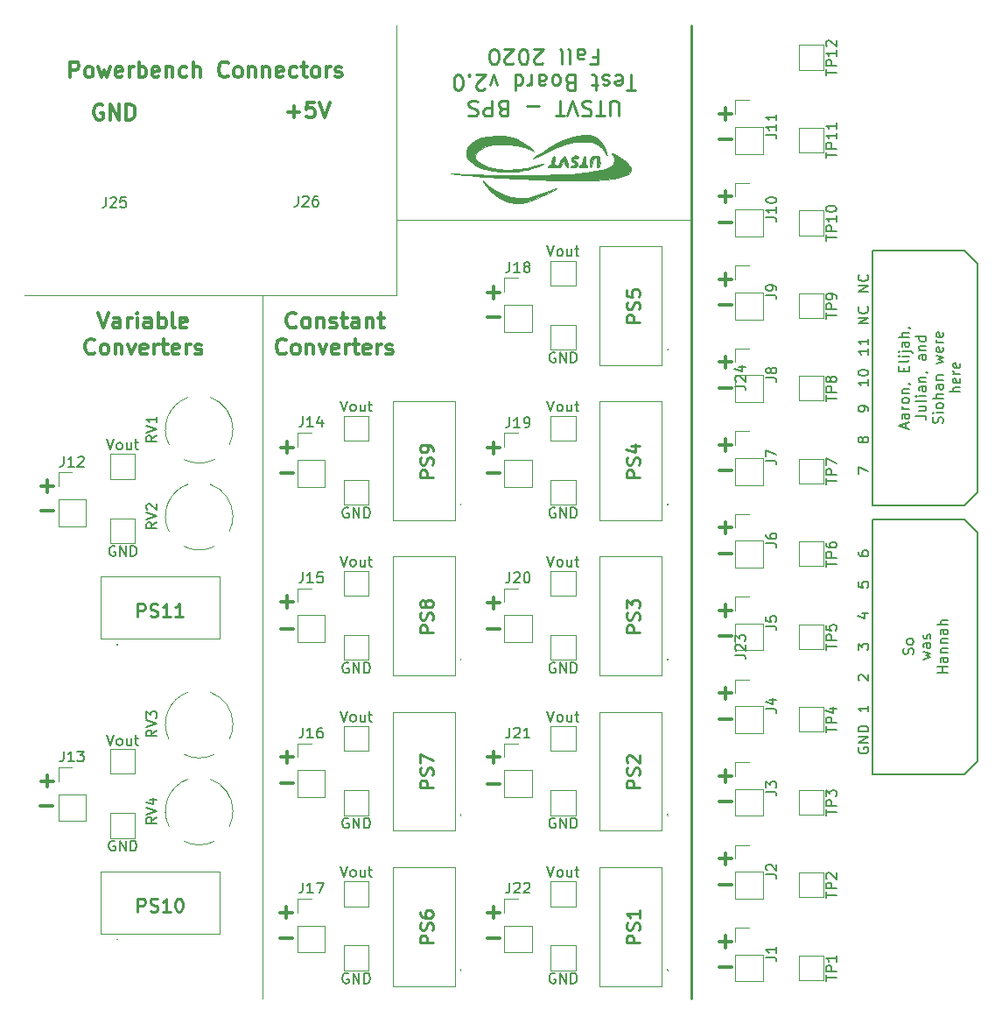
<source format=gbr>
%TF.GenerationSoftware,KiCad,Pcbnew,(5.1.5)-3*%
%TF.CreationDate,2021-01-11T01:20:26-06:00*%
%TF.ProjectId,BPS-Test,4250532d-5465-4737-942e-6b696361645f,rev?*%
%TF.SameCoordinates,Original*%
%TF.FileFunction,Legend,Top*%
%TF.FilePolarity,Positive*%
%FSLAX46Y46*%
G04 Gerber Fmt 4.6, Leading zero omitted, Abs format (unit mm)*
G04 Created by KiCad (PCBNEW (5.1.5)-3) date 2021-01-11 01:20:26*
%MOMM*%
%LPD*%
G04 APERTURE LIST*
%ADD10C,0.150000*%
%ADD11C,0.120000*%
%ADD12C,0.300000*%
%ADD13C,0.250000*%
%ADD14C,0.100000*%
%ADD15C,0.010000*%
%ADD16C,0.254000*%
G04 APERTURE END LIST*
D10*
X188954761Y-104738095D02*
X189002380Y-104595238D01*
X189002380Y-104357142D01*
X188954761Y-104261904D01*
X188907142Y-104214285D01*
X188811904Y-104166666D01*
X188716666Y-104166666D01*
X188621428Y-104214285D01*
X188573809Y-104261904D01*
X188526190Y-104357142D01*
X188478571Y-104547619D01*
X188430952Y-104642857D01*
X188383333Y-104690476D01*
X188288095Y-104738095D01*
X188192857Y-104738095D01*
X188097619Y-104690476D01*
X188050000Y-104642857D01*
X188002380Y-104547619D01*
X188002380Y-104309523D01*
X188050000Y-104166666D01*
X189002380Y-103595238D02*
X188954761Y-103690476D01*
X188907142Y-103738095D01*
X188811904Y-103785714D01*
X188526190Y-103785714D01*
X188430952Y-103738095D01*
X188383333Y-103690476D01*
X188335714Y-103595238D01*
X188335714Y-103452380D01*
X188383333Y-103357142D01*
X188430952Y-103309523D01*
X188526190Y-103261904D01*
X188811904Y-103261904D01*
X188907142Y-103309523D01*
X188954761Y-103357142D01*
X189002380Y-103452380D01*
X189002380Y-103595238D01*
X189985714Y-105238095D02*
X190652380Y-105047619D01*
X190176190Y-104857142D01*
X190652380Y-104666666D01*
X189985714Y-104476190D01*
X190652380Y-103666666D02*
X190128571Y-103666666D01*
X190033333Y-103714285D01*
X189985714Y-103809523D01*
X189985714Y-104000000D01*
X190033333Y-104095238D01*
X190604761Y-103666666D02*
X190652380Y-103761904D01*
X190652380Y-104000000D01*
X190604761Y-104095238D01*
X190509523Y-104142857D01*
X190414285Y-104142857D01*
X190319047Y-104095238D01*
X190271428Y-104000000D01*
X190271428Y-103761904D01*
X190223809Y-103666666D01*
X190604761Y-103238095D02*
X190652380Y-103142857D01*
X190652380Y-102952380D01*
X190604761Y-102857142D01*
X190509523Y-102809523D01*
X190461904Y-102809523D01*
X190366666Y-102857142D01*
X190319047Y-102952380D01*
X190319047Y-103095238D01*
X190271428Y-103190476D01*
X190176190Y-103238095D01*
X190128571Y-103238095D01*
X190033333Y-103190476D01*
X189985714Y-103095238D01*
X189985714Y-102952380D01*
X190033333Y-102857142D01*
X192302380Y-106547619D02*
X191302380Y-106547619D01*
X191778571Y-106547619D02*
X191778571Y-105976190D01*
X192302380Y-105976190D02*
X191302380Y-105976190D01*
X192302380Y-105071428D02*
X191778571Y-105071428D01*
X191683333Y-105119047D01*
X191635714Y-105214285D01*
X191635714Y-105404761D01*
X191683333Y-105500000D01*
X192254761Y-105071428D02*
X192302380Y-105166666D01*
X192302380Y-105404761D01*
X192254761Y-105500000D01*
X192159523Y-105547619D01*
X192064285Y-105547619D01*
X191969047Y-105500000D01*
X191921428Y-105404761D01*
X191921428Y-105166666D01*
X191873809Y-105071428D01*
X191635714Y-104595238D02*
X192302380Y-104595238D01*
X191730952Y-104595238D02*
X191683333Y-104547619D01*
X191635714Y-104452380D01*
X191635714Y-104309523D01*
X191683333Y-104214285D01*
X191778571Y-104166666D01*
X192302380Y-104166666D01*
X191635714Y-103690476D02*
X192302380Y-103690476D01*
X191730952Y-103690476D02*
X191683333Y-103642857D01*
X191635714Y-103547619D01*
X191635714Y-103404761D01*
X191683333Y-103309523D01*
X191778571Y-103261904D01*
X192302380Y-103261904D01*
X192302380Y-102357142D02*
X191778571Y-102357142D01*
X191683333Y-102404761D01*
X191635714Y-102500000D01*
X191635714Y-102690476D01*
X191683333Y-102785714D01*
X192254761Y-102357142D02*
X192302380Y-102452380D01*
X192302380Y-102690476D01*
X192254761Y-102785714D01*
X192159523Y-102833333D01*
X192064285Y-102833333D01*
X191969047Y-102785714D01*
X191921428Y-102690476D01*
X191921428Y-102452380D01*
X191873809Y-102357142D01*
X192302380Y-101880952D02*
X191302380Y-101880952D01*
X192302380Y-101452380D02*
X191778571Y-101452380D01*
X191683333Y-101500000D01*
X191635714Y-101595238D01*
X191635714Y-101738095D01*
X191683333Y-101833333D01*
X191730952Y-101880952D01*
X188291666Y-82857142D02*
X188291666Y-82380952D01*
X188577380Y-82952380D02*
X187577380Y-82619047D01*
X188577380Y-82285714D01*
X188577380Y-81523809D02*
X188053571Y-81523809D01*
X187958333Y-81571428D01*
X187910714Y-81666666D01*
X187910714Y-81857142D01*
X187958333Y-81952380D01*
X188529761Y-81523809D02*
X188577380Y-81619047D01*
X188577380Y-81857142D01*
X188529761Y-81952380D01*
X188434523Y-82000000D01*
X188339285Y-82000000D01*
X188244047Y-81952380D01*
X188196428Y-81857142D01*
X188196428Y-81619047D01*
X188148809Y-81523809D01*
X188577380Y-81047619D02*
X187910714Y-81047619D01*
X188101190Y-81047619D02*
X188005952Y-81000000D01*
X187958333Y-80952380D01*
X187910714Y-80857142D01*
X187910714Y-80761904D01*
X188577380Y-80285714D02*
X188529761Y-80380952D01*
X188482142Y-80428571D01*
X188386904Y-80476190D01*
X188101190Y-80476190D01*
X188005952Y-80428571D01*
X187958333Y-80380952D01*
X187910714Y-80285714D01*
X187910714Y-80142857D01*
X187958333Y-80047619D01*
X188005952Y-80000000D01*
X188101190Y-79952380D01*
X188386904Y-79952380D01*
X188482142Y-80000000D01*
X188529761Y-80047619D01*
X188577380Y-80142857D01*
X188577380Y-80285714D01*
X187910714Y-79523809D02*
X188577380Y-79523809D01*
X188005952Y-79523809D02*
X187958333Y-79476190D01*
X187910714Y-79380952D01*
X187910714Y-79238095D01*
X187958333Y-79142857D01*
X188053571Y-79095238D01*
X188577380Y-79095238D01*
X188529761Y-78571428D02*
X188577380Y-78571428D01*
X188672619Y-78619047D01*
X188720238Y-78666666D01*
X188053571Y-77380952D02*
X188053571Y-77047619D01*
X188577380Y-76904761D02*
X188577380Y-77380952D01*
X187577380Y-77380952D01*
X187577380Y-76904761D01*
X188577380Y-76333333D02*
X188529761Y-76428571D01*
X188434523Y-76476190D01*
X187577380Y-76476190D01*
X188577380Y-75952380D02*
X187910714Y-75952380D01*
X187577380Y-75952380D02*
X187625000Y-76000000D01*
X187672619Y-75952380D01*
X187625000Y-75904761D01*
X187577380Y-75952380D01*
X187672619Y-75952380D01*
X187910714Y-75476190D02*
X188767857Y-75476190D01*
X188863095Y-75523809D01*
X188910714Y-75619047D01*
X188910714Y-75666666D01*
X187577380Y-75476190D02*
X187625000Y-75523809D01*
X187672619Y-75476190D01*
X187625000Y-75428571D01*
X187577380Y-75476190D01*
X187672619Y-75476190D01*
X188577380Y-74571428D02*
X188053571Y-74571428D01*
X187958333Y-74619047D01*
X187910714Y-74714285D01*
X187910714Y-74904761D01*
X187958333Y-75000000D01*
X188529761Y-74571428D02*
X188577380Y-74666666D01*
X188577380Y-74904761D01*
X188529761Y-75000000D01*
X188434523Y-75047619D01*
X188339285Y-75047619D01*
X188244047Y-75000000D01*
X188196428Y-74904761D01*
X188196428Y-74666666D01*
X188148809Y-74571428D01*
X188577380Y-74095238D02*
X187577380Y-74095238D01*
X188577380Y-73666666D02*
X188053571Y-73666666D01*
X187958333Y-73714285D01*
X187910714Y-73809523D01*
X187910714Y-73952380D01*
X187958333Y-74047619D01*
X188005952Y-74095238D01*
X188529761Y-73142857D02*
X188577380Y-73142857D01*
X188672619Y-73190476D01*
X188720238Y-73238095D01*
X189227380Y-81690476D02*
X189941666Y-81690476D01*
X190084523Y-81738095D01*
X190179761Y-81833333D01*
X190227380Y-81976190D01*
X190227380Y-82071428D01*
X189560714Y-80785714D02*
X190227380Y-80785714D01*
X189560714Y-81214285D02*
X190084523Y-81214285D01*
X190179761Y-81166666D01*
X190227380Y-81071428D01*
X190227380Y-80928571D01*
X190179761Y-80833333D01*
X190132142Y-80785714D01*
X190227380Y-80166666D02*
X190179761Y-80261904D01*
X190084523Y-80309523D01*
X189227380Y-80309523D01*
X190227380Y-79785714D02*
X189560714Y-79785714D01*
X189227380Y-79785714D02*
X189275000Y-79833333D01*
X189322619Y-79785714D01*
X189275000Y-79738095D01*
X189227380Y-79785714D01*
X189322619Y-79785714D01*
X190227380Y-78880952D02*
X189703571Y-78880952D01*
X189608333Y-78928571D01*
X189560714Y-79023809D01*
X189560714Y-79214285D01*
X189608333Y-79309523D01*
X190179761Y-78880952D02*
X190227380Y-78976190D01*
X190227380Y-79214285D01*
X190179761Y-79309523D01*
X190084523Y-79357142D01*
X189989285Y-79357142D01*
X189894047Y-79309523D01*
X189846428Y-79214285D01*
X189846428Y-78976190D01*
X189798809Y-78880952D01*
X189560714Y-78404761D02*
X190227380Y-78404761D01*
X189655952Y-78404761D02*
X189608333Y-78357142D01*
X189560714Y-78261904D01*
X189560714Y-78119047D01*
X189608333Y-78023809D01*
X189703571Y-77976190D01*
X190227380Y-77976190D01*
X190179761Y-77452380D02*
X190227380Y-77452380D01*
X190322619Y-77500000D01*
X190370238Y-77547619D01*
X190227380Y-75833333D02*
X189703571Y-75833333D01*
X189608333Y-75880952D01*
X189560714Y-75976190D01*
X189560714Y-76166666D01*
X189608333Y-76261904D01*
X190179761Y-75833333D02*
X190227380Y-75928571D01*
X190227380Y-76166666D01*
X190179761Y-76261904D01*
X190084523Y-76309523D01*
X189989285Y-76309523D01*
X189894047Y-76261904D01*
X189846428Y-76166666D01*
X189846428Y-75928571D01*
X189798809Y-75833333D01*
X189560714Y-75357142D02*
X190227380Y-75357142D01*
X189655952Y-75357142D02*
X189608333Y-75309523D01*
X189560714Y-75214285D01*
X189560714Y-75071428D01*
X189608333Y-74976190D01*
X189703571Y-74928571D01*
X190227380Y-74928571D01*
X190227380Y-74023809D02*
X189227380Y-74023809D01*
X190179761Y-74023809D02*
X190227380Y-74119047D01*
X190227380Y-74309523D01*
X190179761Y-74404761D01*
X190132142Y-74452380D01*
X190036904Y-74500000D01*
X189751190Y-74500000D01*
X189655952Y-74452380D01*
X189608333Y-74404761D01*
X189560714Y-74309523D01*
X189560714Y-74119047D01*
X189608333Y-74023809D01*
X191829761Y-82404761D02*
X191877380Y-82261904D01*
X191877380Y-82023809D01*
X191829761Y-81928571D01*
X191782142Y-81880952D01*
X191686904Y-81833333D01*
X191591666Y-81833333D01*
X191496428Y-81880952D01*
X191448809Y-81928571D01*
X191401190Y-82023809D01*
X191353571Y-82214285D01*
X191305952Y-82309523D01*
X191258333Y-82357142D01*
X191163095Y-82404761D01*
X191067857Y-82404761D01*
X190972619Y-82357142D01*
X190925000Y-82309523D01*
X190877380Y-82214285D01*
X190877380Y-81976190D01*
X190925000Y-81833333D01*
X191877380Y-81404761D02*
X191210714Y-81404761D01*
X190877380Y-81404761D02*
X190925000Y-81452380D01*
X190972619Y-81404761D01*
X190925000Y-81357142D01*
X190877380Y-81404761D01*
X190972619Y-81404761D01*
X191877380Y-80785714D02*
X191829761Y-80880952D01*
X191782142Y-80928571D01*
X191686904Y-80976190D01*
X191401190Y-80976190D01*
X191305952Y-80928571D01*
X191258333Y-80880952D01*
X191210714Y-80785714D01*
X191210714Y-80642857D01*
X191258333Y-80547619D01*
X191305952Y-80500000D01*
X191401190Y-80452380D01*
X191686904Y-80452380D01*
X191782142Y-80500000D01*
X191829761Y-80547619D01*
X191877380Y-80642857D01*
X191877380Y-80785714D01*
X191877380Y-80023809D02*
X190877380Y-80023809D01*
X191877380Y-79595238D02*
X191353571Y-79595238D01*
X191258333Y-79642857D01*
X191210714Y-79738095D01*
X191210714Y-79880952D01*
X191258333Y-79976190D01*
X191305952Y-80023809D01*
X191877380Y-78690476D02*
X191353571Y-78690476D01*
X191258333Y-78738095D01*
X191210714Y-78833333D01*
X191210714Y-79023809D01*
X191258333Y-79119047D01*
X191829761Y-78690476D02*
X191877380Y-78785714D01*
X191877380Y-79023809D01*
X191829761Y-79119047D01*
X191734523Y-79166666D01*
X191639285Y-79166666D01*
X191544047Y-79119047D01*
X191496428Y-79023809D01*
X191496428Y-78785714D01*
X191448809Y-78690476D01*
X191210714Y-78214285D02*
X191877380Y-78214285D01*
X191305952Y-78214285D02*
X191258333Y-78166666D01*
X191210714Y-78071428D01*
X191210714Y-77928571D01*
X191258333Y-77833333D01*
X191353571Y-77785714D01*
X191877380Y-77785714D01*
X191210714Y-76642857D02*
X191877380Y-76452380D01*
X191401190Y-76261904D01*
X191877380Y-76071428D01*
X191210714Y-75880952D01*
X191829761Y-75119047D02*
X191877380Y-75214285D01*
X191877380Y-75404761D01*
X191829761Y-75500000D01*
X191734523Y-75547619D01*
X191353571Y-75547619D01*
X191258333Y-75500000D01*
X191210714Y-75404761D01*
X191210714Y-75214285D01*
X191258333Y-75119047D01*
X191353571Y-75071428D01*
X191448809Y-75071428D01*
X191544047Y-75547619D01*
X191877380Y-74642857D02*
X191210714Y-74642857D01*
X191401190Y-74642857D02*
X191305952Y-74595238D01*
X191258333Y-74547619D01*
X191210714Y-74452380D01*
X191210714Y-74357142D01*
X191829761Y-73642857D02*
X191877380Y-73738095D01*
X191877380Y-73928571D01*
X191829761Y-74023809D01*
X191734523Y-74071428D01*
X191353571Y-74071428D01*
X191258333Y-74023809D01*
X191210714Y-73928571D01*
X191210714Y-73738095D01*
X191258333Y-73642857D01*
X191353571Y-73595238D01*
X191448809Y-73595238D01*
X191544047Y-74071428D01*
X193527380Y-79380952D02*
X192527380Y-79380952D01*
X193527380Y-78952380D02*
X193003571Y-78952380D01*
X192908333Y-79000000D01*
X192860714Y-79095238D01*
X192860714Y-79238095D01*
X192908333Y-79333333D01*
X192955952Y-79380952D01*
X193479761Y-78095238D02*
X193527380Y-78190476D01*
X193527380Y-78380952D01*
X193479761Y-78476190D01*
X193384523Y-78523809D01*
X193003571Y-78523809D01*
X192908333Y-78476190D01*
X192860714Y-78380952D01*
X192860714Y-78190476D01*
X192908333Y-78095238D01*
X193003571Y-78047619D01*
X193098809Y-78047619D01*
X193194047Y-78523809D01*
X193527380Y-77619047D02*
X192860714Y-77619047D01*
X193051190Y-77619047D02*
X192955952Y-77571428D01*
X192908333Y-77523809D01*
X192860714Y-77428571D01*
X192860714Y-77333333D01*
X193479761Y-76619047D02*
X193527380Y-76714285D01*
X193527380Y-76904761D01*
X193479761Y-77000000D01*
X193384523Y-77047619D01*
X193003571Y-77047619D01*
X192908333Y-77000000D01*
X192860714Y-76904761D01*
X192860714Y-76714285D01*
X192908333Y-76619047D01*
X193003571Y-76571428D01*
X193098809Y-76571428D01*
X193194047Y-77047619D01*
X184652380Y-69685714D02*
X183652380Y-69685714D01*
X184652380Y-69114285D01*
X183652380Y-69114285D01*
X184557142Y-68066666D02*
X184604761Y-68114285D01*
X184652380Y-68257142D01*
X184652380Y-68352380D01*
X184604761Y-68495238D01*
X184509523Y-68590476D01*
X184414285Y-68638095D01*
X184223809Y-68685714D01*
X184080952Y-68685714D01*
X183890476Y-68638095D01*
X183795238Y-68590476D01*
X183700000Y-68495238D01*
X183652380Y-68352380D01*
X183652380Y-68257142D01*
X183700000Y-68114285D01*
X183747619Y-68066666D01*
X184652380Y-72785714D02*
X183652380Y-72785714D01*
X184652380Y-72214285D01*
X183652380Y-72214285D01*
X184557142Y-71166666D02*
X184604761Y-71214285D01*
X184652380Y-71357142D01*
X184652380Y-71452380D01*
X184604761Y-71595238D01*
X184509523Y-71690476D01*
X184414285Y-71738095D01*
X184223809Y-71785714D01*
X184080952Y-71785714D01*
X183890476Y-71738095D01*
X183795238Y-71690476D01*
X183700000Y-71595238D01*
X183652380Y-71452380D01*
X183652380Y-71357142D01*
X183700000Y-71214285D01*
X183747619Y-71166666D01*
X184652380Y-75190476D02*
X184652380Y-75761904D01*
X184652380Y-75476190D02*
X183652380Y-75476190D01*
X183795238Y-75571428D01*
X183890476Y-75666666D01*
X183938095Y-75761904D01*
X184652380Y-74238095D02*
X184652380Y-74809523D01*
X184652380Y-74523809D02*
X183652380Y-74523809D01*
X183795238Y-74619047D01*
X183890476Y-74714285D01*
X183938095Y-74809523D01*
X184652380Y-78190476D02*
X184652380Y-78761904D01*
X184652380Y-78476190D02*
X183652380Y-78476190D01*
X183795238Y-78571428D01*
X183890476Y-78666666D01*
X183938095Y-78761904D01*
X183652380Y-77571428D02*
X183652380Y-77476190D01*
X183700000Y-77380952D01*
X183747619Y-77333333D01*
X183842857Y-77285714D01*
X184033333Y-77238095D01*
X184271428Y-77238095D01*
X184461904Y-77285714D01*
X184557142Y-77333333D01*
X184604761Y-77380952D01*
X184652380Y-77476190D01*
X184652380Y-77571428D01*
X184604761Y-77666666D01*
X184557142Y-77714285D01*
X184461904Y-77761904D01*
X184271428Y-77809523D01*
X184033333Y-77809523D01*
X183842857Y-77761904D01*
X183747619Y-77714285D01*
X183700000Y-77666666D01*
X183652380Y-77571428D01*
X184652380Y-81190476D02*
X184652380Y-81000000D01*
X184604761Y-80904761D01*
X184557142Y-80857142D01*
X184414285Y-80761904D01*
X184223809Y-80714285D01*
X183842857Y-80714285D01*
X183747619Y-80761904D01*
X183700000Y-80809523D01*
X183652380Y-80904761D01*
X183652380Y-81095238D01*
X183700000Y-81190476D01*
X183747619Y-81238095D01*
X183842857Y-81285714D01*
X184080952Y-81285714D01*
X184176190Y-81238095D01*
X184223809Y-81190476D01*
X184271428Y-81095238D01*
X184271428Y-80904761D01*
X184223809Y-80809523D01*
X184176190Y-80761904D01*
X184080952Y-80714285D01*
X184080952Y-84095238D02*
X184033333Y-84190476D01*
X183985714Y-84238095D01*
X183890476Y-84285714D01*
X183842857Y-84285714D01*
X183747619Y-84238095D01*
X183700000Y-84190476D01*
X183652380Y-84095238D01*
X183652380Y-83904761D01*
X183700000Y-83809523D01*
X183747619Y-83761904D01*
X183842857Y-83714285D01*
X183890476Y-83714285D01*
X183985714Y-83761904D01*
X184033333Y-83809523D01*
X184080952Y-83904761D01*
X184080952Y-84095238D01*
X184128571Y-84190476D01*
X184176190Y-84238095D01*
X184271428Y-84285714D01*
X184461904Y-84285714D01*
X184557142Y-84238095D01*
X184604761Y-84190476D01*
X184652380Y-84095238D01*
X184652380Y-83904761D01*
X184604761Y-83809523D01*
X184557142Y-83761904D01*
X184461904Y-83714285D01*
X184271428Y-83714285D01*
X184176190Y-83761904D01*
X184128571Y-83809523D01*
X184080952Y-83904761D01*
X183652380Y-87333333D02*
X183652380Y-86666666D01*
X184652380Y-87095238D01*
X183652380Y-94809523D02*
X183652380Y-95000000D01*
X183700000Y-95095238D01*
X183747619Y-95142857D01*
X183890476Y-95238095D01*
X184080952Y-95285714D01*
X184461904Y-95285714D01*
X184557142Y-95238095D01*
X184604761Y-95190476D01*
X184652380Y-95095238D01*
X184652380Y-94904761D01*
X184604761Y-94809523D01*
X184557142Y-94761904D01*
X184461904Y-94714285D01*
X184223809Y-94714285D01*
X184128571Y-94761904D01*
X184080952Y-94809523D01*
X184033333Y-94904761D01*
X184033333Y-95095238D01*
X184080952Y-95190476D01*
X184128571Y-95238095D01*
X184223809Y-95285714D01*
X183652380Y-97761904D02*
X183652380Y-98238095D01*
X184128571Y-98285714D01*
X184080952Y-98238095D01*
X184033333Y-98142857D01*
X184033333Y-97904761D01*
X184080952Y-97809523D01*
X184128571Y-97761904D01*
X184223809Y-97714285D01*
X184461904Y-97714285D01*
X184557142Y-97761904D01*
X184604761Y-97809523D01*
X184652380Y-97904761D01*
X184652380Y-98142857D01*
X184604761Y-98238095D01*
X184557142Y-98285714D01*
X183985714Y-100809523D02*
X184652380Y-100809523D01*
X183604761Y-101047619D02*
X184319047Y-101285714D01*
X184319047Y-100666666D01*
X183652380Y-104333333D02*
X183652380Y-103714285D01*
X184033333Y-104047619D01*
X184033333Y-103904761D01*
X184080952Y-103809523D01*
X184128571Y-103761904D01*
X184223809Y-103714285D01*
X184461904Y-103714285D01*
X184557142Y-103761904D01*
X184604761Y-103809523D01*
X184652380Y-103904761D01*
X184652380Y-104190476D01*
X184604761Y-104285714D01*
X184557142Y-104333333D01*
X183747619Y-107285714D02*
X183700000Y-107238095D01*
X183652380Y-107142857D01*
X183652380Y-106904761D01*
X183700000Y-106809523D01*
X183747619Y-106761904D01*
X183842857Y-106714285D01*
X183938095Y-106714285D01*
X184080952Y-106761904D01*
X184652380Y-107333333D01*
X184652380Y-106714285D01*
X184652380Y-109714285D02*
X184652380Y-110285714D01*
X184652380Y-110000000D02*
X183652380Y-110000000D01*
X183795238Y-110095238D01*
X183890476Y-110190476D01*
X183938095Y-110285714D01*
X183700000Y-113761904D02*
X183652380Y-113857142D01*
X183652380Y-114000000D01*
X183700000Y-114142857D01*
X183795238Y-114238095D01*
X183890476Y-114285714D01*
X184080952Y-114333333D01*
X184223809Y-114333333D01*
X184414285Y-114285714D01*
X184509523Y-114238095D01*
X184604761Y-114142857D01*
X184652380Y-114000000D01*
X184652380Y-113904761D01*
X184604761Y-113761904D01*
X184557142Y-113714285D01*
X184223809Y-113714285D01*
X184223809Y-113904761D01*
X184652380Y-113285714D02*
X183652380Y-113285714D01*
X184652380Y-112714285D01*
X183652380Y-112714285D01*
X184652380Y-112238095D02*
X183652380Y-112238095D01*
X183652380Y-112000000D01*
X183700000Y-111857142D01*
X183795238Y-111761904D01*
X183890476Y-111714285D01*
X184080952Y-111666666D01*
X184223809Y-111666666D01*
X184414285Y-111714285D01*
X184509523Y-111761904D01*
X184604761Y-111857142D01*
X184652380Y-112000000D01*
X184652380Y-112238095D01*
D11*
X139000000Y-62800000D02*
X167500000Y-62800000D01*
X139000000Y-70000000D02*
X139000000Y-44000000D01*
X103000000Y-70000000D02*
X139000000Y-70000000D01*
D12*
X129285714Y-73060714D02*
X129214285Y-73132142D01*
X129000000Y-73203571D01*
X128857142Y-73203571D01*
X128642857Y-73132142D01*
X128500000Y-72989285D01*
X128428571Y-72846428D01*
X128357142Y-72560714D01*
X128357142Y-72346428D01*
X128428571Y-72060714D01*
X128500000Y-71917857D01*
X128642857Y-71775000D01*
X128857142Y-71703571D01*
X129000000Y-71703571D01*
X129214285Y-71775000D01*
X129285714Y-71846428D01*
X130142857Y-73203571D02*
X130000000Y-73132142D01*
X129928571Y-73060714D01*
X129857142Y-72917857D01*
X129857142Y-72489285D01*
X129928571Y-72346428D01*
X130000000Y-72275000D01*
X130142857Y-72203571D01*
X130357142Y-72203571D01*
X130500000Y-72275000D01*
X130571428Y-72346428D01*
X130642857Y-72489285D01*
X130642857Y-72917857D01*
X130571428Y-73060714D01*
X130500000Y-73132142D01*
X130357142Y-73203571D01*
X130142857Y-73203571D01*
X131285714Y-72203571D02*
X131285714Y-73203571D01*
X131285714Y-72346428D02*
X131357142Y-72275000D01*
X131500000Y-72203571D01*
X131714285Y-72203571D01*
X131857142Y-72275000D01*
X131928571Y-72417857D01*
X131928571Y-73203571D01*
X132571428Y-73132142D02*
X132714285Y-73203571D01*
X133000000Y-73203571D01*
X133142857Y-73132142D01*
X133214285Y-72989285D01*
X133214285Y-72917857D01*
X133142857Y-72775000D01*
X133000000Y-72703571D01*
X132785714Y-72703571D01*
X132642857Y-72632142D01*
X132571428Y-72489285D01*
X132571428Y-72417857D01*
X132642857Y-72275000D01*
X132785714Y-72203571D01*
X133000000Y-72203571D01*
X133142857Y-72275000D01*
X133642857Y-72203571D02*
X134214285Y-72203571D01*
X133857142Y-71703571D02*
X133857142Y-72989285D01*
X133928571Y-73132142D01*
X134071428Y-73203571D01*
X134214285Y-73203571D01*
X135357142Y-73203571D02*
X135357142Y-72417857D01*
X135285714Y-72275000D01*
X135142857Y-72203571D01*
X134857142Y-72203571D01*
X134714285Y-72275000D01*
X135357142Y-73132142D02*
X135214285Y-73203571D01*
X134857142Y-73203571D01*
X134714285Y-73132142D01*
X134642857Y-72989285D01*
X134642857Y-72846428D01*
X134714285Y-72703571D01*
X134857142Y-72632142D01*
X135214285Y-72632142D01*
X135357142Y-72560714D01*
X136071428Y-72203571D02*
X136071428Y-73203571D01*
X136071428Y-72346428D02*
X136142857Y-72275000D01*
X136285714Y-72203571D01*
X136500000Y-72203571D01*
X136642857Y-72275000D01*
X136714285Y-72417857D01*
X136714285Y-73203571D01*
X137214285Y-72203571D02*
X137785714Y-72203571D01*
X137428571Y-71703571D02*
X137428571Y-72989285D01*
X137500000Y-73132142D01*
X137642857Y-73203571D01*
X137785714Y-73203571D01*
X128285714Y-75610714D02*
X128214285Y-75682142D01*
X128000000Y-75753571D01*
X127857142Y-75753571D01*
X127642857Y-75682142D01*
X127500000Y-75539285D01*
X127428571Y-75396428D01*
X127357142Y-75110714D01*
X127357142Y-74896428D01*
X127428571Y-74610714D01*
X127500000Y-74467857D01*
X127642857Y-74325000D01*
X127857142Y-74253571D01*
X128000000Y-74253571D01*
X128214285Y-74325000D01*
X128285714Y-74396428D01*
X129142857Y-75753571D02*
X129000000Y-75682142D01*
X128928571Y-75610714D01*
X128857142Y-75467857D01*
X128857142Y-75039285D01*
X128928571Y-74896428D01*
X129000000Y-74825000D01*
X129142857Y-74753571D01*
X129357142Y-74753571D01*
X129500000Y-74825000D01*
X129571428Y-74896428D01*
X129642857Y-75039285D01*
X129642857Y-75467857D01*
X129571428Y-75610714D01*
X129500000Y-75682142D01*
X129357142Y-75753571D01*
X129142857Y-75753571D01*
X130285714Y-74753571D02*
X130285714Y-75753571D01*
X130285714Y-74896428D02*
X130357142Y-74825000D01*
X130500000Y-74753571D01*
X130714285Y-74753571D01*
X130857142Y-74825000D01*
X130928571Y-74967857D01*
X130928571Y-75753571D01*
X131500000Y-74753571D02*
X131857142Y-75753571D01*
X132214285Y-74753571D01*
X133357142Y-75682142D02*
X133214285Y-75753571D01*
X132928571Y-75753571D01*
X132785714Y-75682142D01*
X132714285Y-75539285D01*
X132714285Y-74967857D01*
X132785714Y-74825000D01*
X132928571Y-74753571D01*
X133214285Y-74753571D01*
X133357142Y-74825000D01*
X133428571Y-74967857D01*
X133428571Y-75110714D01*
X132714285Y-75253571D01*
X134071428Y-75753571D02*
X134071428Y-74753571D01*
X134071428Y-75039285D02*
X134142857Y-74896428D01*
X134214285Y-74825000D01*
X134357142Y-74753571D01*
X134500000Y-74753571D01*
X134785714Y-74753571D02*
X135357142Y-74753571D01*
X135000000Y-74253571D02*
X135000000Y-75539285D01*
X135071428Y-75682142D01*
X135214285Y-75753571D01*
X135357142Y-75753571D01*
X136428571Y-75682142D02*
X136285714Y-75753571D01*
X136000000Y-75753571D01*
X135857142Y-75682142D01*
X135785714Y-75539285D01*
X135785714Y-74967857D01*
X135857142Y-74825000D01*
X136000000Y-74753571D01*
X136285714Y-74753571D01*
X136428571Y-74825000D01*
X136500000Y-74967857D01*
X136500000Y-75110714D01*
X135785714Y-75253571D01*
X137142857Y-75753571D02*
X137142857Y-74753571D01*
X137142857Y-75039285D02*
X137214285Y-74896428D01*
X137285714Y-74825000D01*
X137428571Y-74753571D01*
X137571428Y-74753571D01*
X138000000Y-75682142D02*
X138142857Y-75753571D01*
X138428571Y-75753571D01*
X138571428Y-75682142D01*
X138642857Y-75539285D01*
X138642857Y-75467857D01*
X138571428Y-75325000D01*
X138428571Y-75253571D01*
X138214285Y-75253571D01*
X138071428Y-75182142D01*
X138000000Y-75039285D01*
X138000000Y-74967857D01*
X138071428Y-74825000D01*
X138214285Y-74753571D01*
X138428571Y-74753571D01*
X138571428Y-74825000D01*
D10*
X134338095Y-135600000D02*
X134242857Y-135552380D01*
X134100000Y-135552380D01*
X133957142Y-135600000D01*
X133861904Y-135695238D01*
X133814285Y-135790476D01*
X133766666Y-135980952D01*
X133766666Y-136123809D01*
X133814285Y-136314285D01*
X133861904Y-136409523D01*
X133957142Y-136504761D01*
X134100000Y-136552380D01*
X134195238Y-136552380D01*
X134338095Y-136504761D01*
X134385714Y-136457142D01*
X134385714Y-136123809D01*
X134195238Y-136123809D01*
X134814285Y-136552380D02*
X134814285Y-135552380D01*
X135385714Y-136552380D01*
X135385714Y-135552380D01*
X135861904Y-136552380D02*
X135861904Y-135552380D01*
X136100000Y-135552380D01*
X136242857Y-135600000D01*
X136338095Y-135695238D01*
X136385714Y-135790476D01*
X136433333Y-135980952D01*
X136433333Y-136123809D01*
X136385714Y-136314285D01*
X136338095Y-136409523D01*
X136242857Y-136504761D01*
X136100000Y-136552380D01*
X135861904Y-136552380D01*
X133576190Y-125252380D02*
X133909523Y-126252380D01*
X134242857Y-125252380D01*
X134719047Y-126252380D02*
X134623809Y-126204761D01*
X134576190Y-126157142D01*
X134528571Y-126061904D01*
X134528571Y-125776190D01*
X134576190Y-125680952D01*
X134623809Y-125633333D01*
X134719047Y-125585714D01*
X134861904Y-125585714D01*
X134957142Y-125633333D01*
X135004761Y-125680952D01*
X135052380Y-125776190D01*
X135052380Y-126061904D01*
X135004761Y-126157142D01*
X134957142Y-126204761D01*
X134861904Y-126252380D01*
X134719047Y-126252380D01*
X135909523Y-125585714D02*
X135909523Y-126252380D01*
X135480952Y-125585714D02*
X135480952Y-126109523D01*
X135528571Y-126204761D01*
X135623809Y-126252380D01*
X135766666Y-126252380D01*
X135861904Y-126204761D01*
X135909523Y-126157142D01*
X136242857Y-125585714D02*
X136623809Y-125585714D01*
X136385714Y-125252380D02*
X136385714Y-126109523D01*
X136433333Y-126204761D01*
X136528571Y-126252380D01*
X136623809Y-126252380D01*
D11*
X126000000Y-70000000D02*
X126000000Y-138000000D01*
D12*
X105207142Y-117571428D02*
X105207142Y-116428571D01*
X105778571Y-117000000D02*
X104635714Y-117000000D01*
X105671428Y-119392857D02*
X104528571Y-119392857D01*
D10*
X110976190Y-112552380D02*
X111309523Y-113552380D01*
X111642857Y-112552380D01*
X112119047Y-113552380D02*
X112023809Y-113504761D01*
X111976190Y-113457142D01*
X111928571Y-113361904D01*
X111928571Y-113076190D01*
X111976190Y-112980952D01*
X112023809Y-112933333D01*
X112119047Y-112885714D01*
X112261904Y-112885714D01*
X112357142Y-112933333D01*
X112404761Y-112980952D01*
X112452380Y-113076190D01*
X112452380Y-113361904D01*
X112404761Y-113457142D01*
X112357142Y-113504761D01*
X112261904Y-113552380D01*
X112119047Y-113552380D01*
X113309523Y-112885714D02*
X113309523Y-113552380D01*
X112880952Y-112885714D02*
X112880952Y-113409523D01*
X112928571Y-113504761D01*
X113023809Y-113552380D01*
X113166666Y-113552380D01*
X113261904Y-113504761D01*
X113309523Y-113457142D01*
X113642857Y-112885714D02*
X114023809Y-112885714D01*
X113785714Y-112552380D02*
X113785714Y-113409523D01*
X113833333Y-113504761D01*
X113928571Y-113552380D01*
X114023809Y-113552380D01*
X111738095Y-122800000D02*
X111642857Y-122752380D01*
X111500000Y-122752380D01*
X111357142Y-122800000D01*
X111261904Y-122895238D01*
X111214285Y-122990476D01*
X111166666Y-123180952D01*
X111166666Y-123323809D01*
X111214285Y-123514285D01*
X111261904Y-123609523D01*
X111357142Y-123704761D01*
X111500000Y-123752380D01*
X111595238Y-123752380D01*
X111738095Y-123704761D01*
X111785714Y-123657142D01*
X111785714Y-123323809D01*
X111595238Y-123323809D01*
X112214285Y-123752380D02*
X112214285Y-122752380D01*
X112785714Y-123752380D01*
X112785714Y-122752380D01*
X113261904Y-123752380D02*
X113261904Y-122752380D01*
X113500000Y-122752380D01*
X113642857Y-122800000D01*
X113738095Y-122895238D01*
X113785714Y-122990476D01*
X113833333Y-123180952D01*
X113833333Y-123323809D01*
X113785714Y-123514285D01*
X113738095Y-123609523D01*
X113642857Y-123704761D01*
X113500000Y-123752380D01*
X113261904Y-123752380D01*
D13*
X167500000Y-44000000D02*
X167500000Y-138000000D01*
D12*
X170228571Y-132507142D02*
X171371428Y-132507142D01*
X170800000Y-133078571D02*
X170800000Y-131935714D01*
X170228571Y-124507142D02*
X171371428Y-124507142D01*
X170800000Y-125078571D02*
X170800000Y-123935714D01*
X170228571Y-116507142D02*
X171371428Y-116507142D01*
X170800000Y-117078571D02*
X170800000Y-115935714D01*
X170228571Y-108507142D02*
X171371428Y-108507142D01*
X170800000Y-109078571D02*
X170800000Y-107935714D01*
X170228571Y-100507142D02*
X171371428Y-100507142D01*
X170800000Y-101078571D02*
X170800000Y-99935714D01*
X170228571Y-92507142D02*
X171371428Y-92507142D01*
X170800000Y-93078571D02*
X170800000Y-91935714D01*
X170228571Y-84507142D02*
X171371428Y-84507142D01*
X170800000Y-85078571D02*
X170800000Y-83935714D01*
X170228571Y-76507142D02*
X171371428Y-76507142D01*
X170800000Y-77078571D02*
X170800000Y-75935714D01*
X170228571Y-68507142D02*
X171371428Y-68507142D01*
X170800000Y-69078571D02*
X170800000Y-67935714D01*
X170228571Y-60507142D02*
X171371428Y-60507142D01*
X170800000Y-61078571D02*
X170800000Y-59935714D01*
X170228571Y-52507142D02*
X171371428Y-52507142D01*
X170800000Y-53078571D02*
X170800000Y-51935714D01*
X170228571Y-135007142D02*
X171371428Y-135007142D01*
X170228571Y-127007142D02*
X171371428Y-127007142D01*
X170228571Y-119007142D02*
X171371428Y-119007142D01*
X170228571Y-111007142D02*
X171371428Y-111007142D01*
X170228571Y-103007142D02*
X171371428Y-103007142D01*
X170228571Y-95007142D02*
X171371428Y-95007142D01*
X170228571Y-87007142D02*
X171371428Y-87007142D01*
X170228571Y-79007142D02*
X171371428Y-79007142D01*
X170228571Y-71007142D02*
X171371428Y-71007142D01*
X170228571Y-63007142D02*
X171371428Y-63007142D01*
X170228571Y-55007142D02*
X171371428Y-55007142D01*
D13*
X160464285Y-52721428D02*
X160464285Y-51507142D01*
X160392857Y-51364285D01*
X160321428Y-51292857D01*
X160178571Y-51221428D01*
X159892857Y-51221428D01*
X159750000Y-51292857D01*
X159678571Y-51364285D01*
X159607142Y-51507142D01*
X159607142Y-52721428D01*
X159107142Y-52721428D02*
X158250000Y-52721428D01*
X158678571Y-51221428D02*
X158678571Y-52721428D01*
X157821428Y-51292857D02*
X157607142Y-51221428D01*
X157250000Y-51221428D01*
X157107142Y-51292857D01*
X157035714Y-51364285D01*
X156964285Y-51507142D01*
X156964285Y-51650000D01*
X157035714Y-51792857D01*
X157107142Y-51864285D01*
X157250000Y-51935714D01*
X157535714Y-52007142D01*
X157678571Y-52078571D01*
X157750000Y-52150000D01*
X157821428Y-52292857D01*
X157821428Y-52435714D01*
X157750000Y-52578571D01*
X157678571Y-52650000D01*
X157535714Y-52721428D01*
X157178571Y-52721428D01*
X156964285Y-52650000D01*
X156535714Y-52721428D02*
X156035714Y-51221428D01*
X155535714Y-52721428D01*
X155250000Y-52721428D02*
X154392857Y-52721428D01*
X154821428Y-51221428D02*
X154821428Y-52721428D01*
X152750000Y-51792857D02*
X151607142Y-51792857D01*
X149250000Y-52007142D02*
X149035714Y-51935714D01*
X148964285Y-51864285D01*
X148892857Y-51721428D01*
X148892857Y-51507142D01*
X148964285Y-51364285D01*
X149035714Y-51292857D01*
X149178571Y-51221428D01*
X149750000Y-51221428D01*
X149750000Y-52721428D01*
X149250000Y-52721428D01*
X149107142Y-52650000D01*
X149035714Y-52578571D01*
X148964285Y-52435714D01*
X148964285Y-52292857D01*
X149035714Y-52150000D01*
X149107142Y-52078571D01*
X149250000Y-52007142D01*
X149750000Y-52007142D01*
X148250000Y-51221428D02*
X148250000Y-52721428D01*
X147678571Y-52721428D01*
X147535714Y-52650000D01*
X147464285Y-52578571D01*
X147392857Y-52435714D01*
X147392857Y-52221428D01*
X147464285Y-52078571D01*
X147535714Y-52007142D01*
X147678571Y-51935714D01*
X148250000Y-51935714D01*
X146821428Y-51292857D02*
X146607142Y-51221428D01*
X146250000Y-51221428D01*
X146107142Y-51292857D01*
X146035714Y-51364285D01*
X145964285Y-51507142D01*
X145964285Y-51650000D01*
X146035714Y-51792857D01*
X146107142Y-51864285D01*
X146250000Y-51935714D01*
X146535714Y-52007142D01*
X146678571Y-52078571D01*
X146750000Y-52150000D01*
X146821428Y-52292857D01*
X146821428Y-52435714D01*
X146750000Y-52578571D01*
X146678571Y-52650000D01*
X146535714Y-52721428D01*
X146178571Y-52721428D01*
X145964285Y-52650000D01*
X162107142Y-50221428D02*
X161250000Y-50221428D01*
X161678571Y-48721428D02*
X161678571Y-50221428D01*
X160178571Y-48792857D02*
X160321428Y-48721428D01*
X160607142Y-48721428D01*
X160750000Y-48792857D01*
X160821428Y-48935714D01*
X160821428Y-49507142D01*
X160750000Y-49650000D01*
X160607142Y-49721428D01*
X160321428Y-49721428D01*
X160178571Y-49650000D01*
X160107142Y-49507142D01*
X160107142Y-49364285D01*
X160821428Y-49221428D01*
X159535714Y-48792857D02*
X159392857Y-48721428D01*
X159107142Y-48721428D01*
X158964285Y-48792857D01*
X158892857Y-48935714D01*
X158892857Y-49007142D01*
X158964285Y-49150000D01*
X159107142Y-49221428D01*
X159321428Y-49221428D01*
X159464285Y-49292857D01*
X159535714Y-49435714D01*
X159535714Y-49507142D01*
X159464285Y-49650000D01*
X159321428Y-49721428D01*
X159107142Y-49721428D01*
X158964285Y-49650000D01*
X158464285Y-49721428D02*
X157892857Y-49721428D01*
X158250000Y-50221428D02*
X158250000Y-48935714D01*
X158178571Y-48792857D01*
X158035714Y-48721428D01*
X157892857Y-48721428D01*
X155750000Y-49507142D02*
X155535714Y-49435714D01*
X155464285Y-49364285D01*
X155392857Y-49221428D01*
X155392857Y-49007142D01*
X155464285Y-48864285D01*
X155535714Y-48792857D01*
X155678571Y-48721428D01*
X156250000Y-48721428D01*
X156250000Y-50221428D01*
X155750000Y-50221428D01*
X155607142Y-50150000D01*
X155535714Y-50078571D01*
X155464285Y-49935714D01*
X155464285Y-49792857D01*
X155535714Y-49650000D01*
X155607142Y-49578571D01*
X155750000Y-49507142D01*
X156250000Y-49507142D01*
X154535714Y-48721428D02*
X154678571Y-48792857D01*
X154750000Y-48864285D01*
X154821428Y-49007142D01*
X154821428Y-49435714D01*
X154750000Y-49578571D01*
X154678571Y-49650000D01*
X154535714Y-49721428D01*
X154321428Y-49721428D01*
X154178571Y-49650000D01*
X154107142Y-49578571D01*
X154035714Y-49435714D01*
X154035714Y-49007142D01*
X154107142Y-48864285D01*
X154178571Y-48792857D01*
X154321428Y-48721428D01*
X154535714Y-48721428D01*
X152750000Y-48721428D02*
X152750000Y-49507142D01*
X152821428Y-49650000D01*
X152964285Y-49721428D01*
X153250000Y-49721428D01*
X153392857Y-49650000D01*
X152750000Y-48792857D02*
X152892857Y-48721428D01*
X153250000Y-48721428D01*
X153392857Y-48792857D01*
X153464285Y-48935714D01*
X153464285Y-49078571D01*
X153392857Y-49221428D01*
X153250000Y-49292857D01*
X152892857Y-49292857D01*
X152750000Y-49364285D01*
X152035714Y-48721428D02*
X152035714Y-49721428D01*
X152035714Y-49435714D02*
X151964285Y-49578571D01*
X151892857Y-49650000D01*
X151750000Y-49721428D01*
X151607142Y-49721428D01*
X150464285Y-48721428D02*
X150464285Y-50221428D01*
X150464285Y-48792857D02*
X150607142Y-48721428D01*
X150892857Y-48721428D01*
X151035714Y-48792857D01*
X151107142Y-48864285D01*
X151178571Y-49007142D01*
X151178571Y-49435714D01*
X151107142Y-49578571D01*
X151035714Y-49650000D01*
X150892857Y-49721428D01*
X150607142Y-49721428D01*
X150464285Y-49650000D01*
X148750000Y-49721428D02*
X148392857Y-48721428D01*
X148035714Y-49721428D01*
X147535714Y-50078571D02*
X147464285Y-50150000D01*
X147321428Y-50221428D01*
X146964285Y-50221428D01*
X146821428Y-50150000D01*
X146750000Y-50078571D01*
X146678571Y-49935714D01*
X146678571Y-49792857D01*
X146750000Y-49578571D01*
X147607142Y-48721428D01*
X146678571Y-48721428D01*
X146035714Y-48864285D02*
X145964285Y-48792857D01*
X146035714Y-48721428D01*
X146107142Y-48792857D01*
X146035714Y-48864285D01*
X146035714Y-48721428D01*
X145035714Y-50221428D02*
X144892857Y-50221428D01*
X144750000Y-50150000D01*
X144678571Y-50078571D01*
X144607142Y-49935714D01*
X144535714Y-49650000D01*
X144535714Y-49292857D01*
X144607142Y-49007142D01*
X144678571Y-48864285D01*
X144750000Y-48792857D01*
X144892857Y-48721428D01*
X145035714Y-48721428D01*
X145178571Y-48792857D01*
X145250000Y-48864285D01*
X145321428Y-49007142D01*
X145392857Y-49292857D01*
X145392857Y-49650000D01*
X145321428Y-49935714D01*
X145250000Y-50078571D01*
X145178571Y-50150000D01*
X145035714Y-50221428D01*
X157928571Y-47007142D02*
X158428571Y-47007142D01*
X158428571Y-46221428D02*
X158428571Y-47721428D01*
X157714285Y-47721428D01*
X156500000Y-46221428D02*
X156500000Y-47007142D01*
X156571428Y-47150000D01*
X156714285Y-47221428D01*
X157000000Y-47221428D01*
X157142857Y-47150000D01*
X156500000Y-46292857D02*
X156642857Y-46221428D01*
X157000000Y-46221428D01*
X157142857Y-46292857D01*
X157214285Y-46435714D01*
X157214285Y-46578571D01*
X157142857Y-46721428D01*
X157000000Y-46792857D01*
X156642857Y-46792857D01*
X156500000Y-46864285D01*
X155571428Y-46221428D02*
X155714285Y-46292857D01*
X155785714Y-46435714D01*
X155785714Y-47721428D01*
X154785714Y-46221428D02*
X154928571Y-46292857D01*
X155000000Y-46435714D01*
X155000000Y-47721428D01*
X153142857Y-47578571D02*
X153071428Y-47650000D01*
X152928571Y-47721428D01*
X152571428Y-47721428D01*
X152428571Y-47650000D01*
X152357142Y-47578571D01*
X152285714Y-47435714D01*
X152285714Y-47292857D01*
X152357142Y-47078571D01*
X153214285Y-46221428D01*
X152285714Y-46221428D01*
X151357142Y-47721428D02*
X151214285Y-47721428D01*
X151071428Y-47650000D01*
X151000000Y-47578571D01*
X150928571Y-47435714D01*
X150857142Y-47150000D01*
X150857142Y-46792857D01*
X150928571Y-46507142D01*
X151000000Y-46364285D01*
X151071428Y-46292857D01*
X151214285Y-46221428D01*
X151357142Y-46221428D01*
X151500000Y-46292857D01*
X151571428Y-46364285D01*
X151642857Y-46507142D01*
X151714285Y-46792857D01*
X151714285Y-47150000D01*
X151642857Y-47435714D01*
X151571428Y-47578571D01*
X151500000Y-47650000D01*
X151357142Y-47721428D01*
X150285714Y-47578571D02*
X150214285Y-47650000D01*
X150071428Y-47721428D01*
X149714285Y-47721428D01*
X149571428Y-47650000D01*
X149500000Y-47578571D01*
X149428571Y-47435714D01*
X149428571Y-47292857D01*
X149500000Y-47078571D01*
X150357142Y-46221428D01*
X149428571Y-46221428D01*
X148500000Y-47721428D02*
X148357142Y-47721428D01*
X148214285Y-47650000D01*
X148142857Y-47578571D01*
X148071428Y-47435714D01*
X148000000Y-47150000D01*
X148000000Y-46792857D01*
X148071428Y-46507142D01*
X148142857Y-46364285D01*
X148214285Y-46292857D01*
X148357142Y-46221428D01*
X148500000Y-46221428D01*
X148642857Y-46292857D01*
X148714285Y-46364285D01*
X148785714Y-46507142D01*
X148857142Y-46792857D01*
X148857142Y-47150000D01*
X148785714Y-47435714D01*
X148714285Y-47578571D01*
X148642857Y-47650000D01*
X148500000Y-47721428D01*
D12*
X105207142Y-89071428D02*
X105207142Y-87928571D01*
X105778571Y-88500000D02*
X104635714Y-88500000D01*
X105771428Y-90892857D02*
X104628571Y-90892857D01*
X128871428Y-132192857D02*
X127728571Y-132192857D01*
X128971428Y-117192857D02*
X127828571Y-117192857D01*
X128971428Y-102292857D02*
X127828571Y-102292857D01*
X128971428Y-87192857D02*
X127828571Y-87192857D01*
X148971428Y-72192857D02*
X147828571Y-72192857D01*
X148971428Y-87192857D02*
X147828571Y-87192857D01*
X148971428Y-102292857D02*
X147828571Y-102292857D01*
X148971428Y-117242857D02*
X147828571Y-117242857D01*
X128971428Y-84742857D02*
X127828571Y-84742857D01*
X128400000Y-84171428D02*
X128400000Y-85314285D01*
X128971428Y-99692857D02*
X127828571Y-99692857D01*
X128400000Y-99121428D02*
X128400000Y-100264285D01*
X128971428Y-114692857D02*
X127828571Y-114692857D01*
X128400000Y-114121428D02*
X128400000Y-115264285D01*
X128871428Y-129692857D02*
X127728571Y-129692857D01*
X128300000Y-129121428D02*
X128300000Y-130264285D01*
X148971428Y-69792857D02*
X147828571Y-69792857D01*
X148400000Y-69221428D02*
X148400000Y-70364285D01*
X148971428Y-84792857D02*
X147828571Y-84792857D01*
X148400000Y-84221428D02*
X148400000Y-85364285D01*
X148971428Y-99792857D02*
X147828571Y-99792857D01*
X148400000Y-99221428D02*
X148400000Y-100364285D01*
X148971428Y-114692857D02*
X147828571Y-114692857D01*
X148400000Y-114121428D02*
X148400000Y-115264285D01*
X147828571Y-132207142D02*
X148971428Y-132207142D01*
X147828571Y-129707142D02*
X148971428Y-129707142D01*
X148400000Y-130278571D02*
X148400000Y-129135714D01*
X110107142Y-71703571D02*
X110607142Y-73203571D01*
X111107142Y-71703571D01*
X112250000Y-73203571D02*
X112250000Y-72417857D01*
X112178571Y-72275000D01*
X112035714Y-72203571D01*
X111750000Y-72203571D01*
X111607142Y-72275000D01*
X112250000Y-73132142D02*
X112107142Y-73203571D01*
X111750000Y-73203571D01*
X111607142Y-73132142D01*
X111535714Y-72989285D01*
X111535714Y-72846428D01*
X111607142Y-72703571D01*
X111750000Y-72632142D01*
X112107142Y-72632142D01*
X112250000Y-72560714D01*
X112964285Y-73203571D02*
X112964285Y-72203571D01*
X112964285Y-72489285D02*
X113035714Y-72346428D01*
X113107142Y-72275000D01*
X113250000Y-72203571D01*
X113392857Y-72203571D01*
X113892857Y-73203571D02*
X113892857Y-72203571D01*
X113892857Y-71703571D02*
X113821428Y-71775000D01*
X113892857Y-71846428D01*
X113964285Y-71775000D01*
X113892857Y-71703571D01*
X113892857Y-71846428D01*
X115250000Y-73203571D02*
X115250000Y-72417857D01*
X115178571Y-72275000D01*
X115035714Y-72203571D01*
X114750000Y-72203571D01*
X114607142Y-72275000D01*
X115250000Y-73132142D02*
X115107142Y-73203571D01*
X114750000Y-73203571D01*
X114607142Y-73132142D01*
X114535714Y-72989285D01*
X114535714Y-72846428D01*
X114607142Y-72703571D01*
X114750000Y-72632142D01*
X115107142Y-72632142D01*
X115250000Y-72560714D01*
X115964285Y-73203571D02*
X115964285Y-71703571D01*
X115964285Y-72275000D02*
X116107142Y-72203571D01*
X116392857Y-72203571D01*
X116535714Y-72275000D01*
X116607142Y-72346428D01*
X116678571Y-72489285D01*
X116678571Y-72917857D01*
X116607142Y-73060714D01*
X116535714Y-73132142D01*
X116392857Y-73203571D01*
X116107142Y-73203571D01*
X115964285Y-73132142D01*
X117535714Y-73203571D02*
X117392857Y-73132142D01*
X117321428Y-72989285D01*
X117321428Y-71703571D01*
X118678571Y-73132142D02*
X118535714Y-73203571D01*
X118250000Y-73203571D01*
X118107142Y-73132142D01*
X118035714Y-72989285D01*
X118035714Y-72417857D01*
X118107142Y-72275000D01*
X118250000Y-72203571D01*
X118535714Y-72203571D01*
X118678571Y-72275000D01*
X118750000Y-72417857D01*
X118750000Y-72560714D01*
X118035714Y-72703571D01*
X109785714Y-75610714D02*
X109714285Y-75682142D01*
X109500000Y-75753571D01*
X109357142Y-75753571D01*
X109142857Y-75682142D01*
X109000000Y-75539285D01*
X108928571Y-75396428D01*
X108857142Y-75110714D01*
X108857142Y-74896428D01*
X108928571Y-74610714D01*
X109000000Y-74467857D01*
X109142857Y-74325000D01*
X109357142Y-74253571D01*
X109500000Y-74253571D01*
X109714285Y-74325000D01*
X109785714Y-74396428D01*
X110642857Y-75753571D02*
X110500000Y-75682142D01*
X110428571Y-75610714D01*
X110357142Y-75467857D01*
X110357142Y-75039285D01*
X110428571Y-74896428D01*
X110500000Y-74825000D01*
X110642857Y-74753571D01*
X110857142Y-74753571D01*
X111000000Y-74825000D01*
X111071428Y-74896428D01*
X111142857Y-75039285D01*
X111142857Y-75467857D01*
X111071428Y-75610714D01*
X111000000Y-75682142D01*
X110857142Y-75753571D01*
X110642857Y-75753571D01*
X111785714Y-74753571D02*
X111785714Y-75753571D01*
X111785714Y-74896428D02*
X111857142Y-74825000D01*
X112000000Y-74753571D01*
X112214285Y-74753571D01*
X112357142Y-74825000D01*
X112428571Y-74967857D01*
X112428571Y-75753571D01*
X113000000Y-74753571D02*
X113357142Y-75753571D01*
X113714285Y-74753571D01*
X114857142Y-75682142D02*
X114714285Y-75753571D01*
X114428571Y-75753571D01*
X114285714Y-75682142D01*
X114214285Y-75539285D01*
X114214285Y-74967857D01*
X114285714Y-74825000D01*
X114428571Y-74753571D01*
X114714285Y-74753571D01*
X114857142Y-74825000D01*
X114928571Y-74967857D01*
X114928571Y-75110714D01*
X114214285Y-75253571D01*
X115571428Y-75753571D02*
X115571428Y-74753571D01*
X115571428Y-75039285D02*
X115642857Y-74896428D01*
X115714285Y-74825000D01*
X115857142Y-74753571D01*
X116000000Y-74753571D01*
X116285714Y-74753571D02*
X116857142Y-74753571D01*
X116500000Y-74253571D02*
X116500000Y-75539285D01*
X116571428Y-75682142D01*
X116714285Y-75753571D01*
X116857142Y-75753571D01*
X117928571Y-75682142D02*
X117785714Y-75753571D01*
X117500000Y-75753571D01*
X117357142Y-75682142D01*
X117285714Y-75539285D01*
X117285714Y-74967857D01*
X117357142Y-74825000D01*
X117500000Y-74753571D01*
X117785714Y-74753571D01*
X117928571Y-74825000D01*
X118000000Y-74967857D01*
X118000000Y-75110714D01*
X117285714Y-75253571D01*
X118642857Y-75753571D02*
X118642857Y-74753571D01*
X118642857Y-75039285D02*
X118714285Y-74896428D01*
X118785714Y-74825000D01*
X118928571Y-74753571D01*
X119071428Y-74753571D01*
X119500000Y-75682142D02*
X119642857Y-75753571D01*
X119928571Y-75753571D01*
X120071428Y-75682142D01*
X120142857Y-75539285D01*
X120142857Y-75467857D01*
X120071428Y-75325000D01*
X119928571Y-75253571D01*
X119714285Y-75253571D01*
X119571428Y-75182142D01*
X119500000Y-75039285D01*
X119500000Y-74967857D01*
X119571428Y-74825000D01*
X119714285Y-74753571D01*
X119928571Y-74753571D01*
X120071428Y-74825000D01*
X107421428Y-48978571D02*
X107421428Y-47478571D01*
X107992857Y-47478571D01*
X108135714Y-47550000D01*
X108207142Y-47621428D01*
X108278571Y-47764285D01*
X108278571Y-47978571D01*
X108207142Y-48121428D01*
X108135714Y-48192857D01*
X107992857Y-48264285D01*
X107421428Y-48264285D01*
X109135714Y-48978571D02*
X108992857Y-48907142D01*
X108921428Y-48835714D01*
X108850000Y-48692857D01*
X108850000Y-48264285D01*
X108921428Y-48121428D01*
X108992857Y-48050000D01*
X109135714Y-47978571D01*
X109350000Y-47978571D01*
X109492857Y-48050000D01*
X109564285Y-48121428D01*
X109635714Y-48264285D01*
X109635714Y-48692857D01*
X109564285Y-48835714D01*
X109492857Y-48907142D01*
X109350000Y-48978571D01*
X109135714Y-48978571D01*
X110135714Y-47978571D02*
X110421428Y-48978571D01*
X110707142Y-48264285D01*
X110992857Y-48978571D01*
X111278571Y-47978571D01*
X112421428Y-48907142D02*
X112278571Y-48978571D01*
X111992857Y-48978571D01*
X111850000Y-48907142D01*
X111778571Y-48764285D01*
X111778571Y-48192857D01*
X111850000Y-48050000D01*
X111992857Y-47978571D01*
X112278571Y-47978571D01*
X112421428Y-48050000D01*
X112492857Y-48192857D01*
X112492857Y-48335714D01*
X111778571Y-48478571D01*
X113135714Y-48978571D02*
X113135714Y-47978571D01*
X113135714Y-48264285D02*
X113207142Y-48121428D01*
X113278571Y-48050000D01*
X113421428Y-47978571D01*
X113564285Y-47978571D01*
X114064285Y-48978571D02*
X114064285Y-47478571D01*
X114064285Y-48050000D02*
X114207142Y-47978571D01*
X114492857Y-47978571D01*
X114635714Y-48050000D01*
X114707142Y-48121428D01*
X114778571Y-48264285D01*
X114778571Y-48692857D01*
X114707142Y-48835714D01*
X114635714Y-48907142D01*
X114492857Y-48978571D01*
X114207142Y-48978571D01*
X114064285Y-48907142D01*
X115992857Y-48907142D02*
X115850000Y-48978571D01*
X115564285Y-48978571D01*
X115421428Y-48907142D01*
X115350000Y-48764285D01*
X115350000Y-48192857D01*
X115421428Y-48050000D01*
X115564285Y-47978571D01*
X115850000Y-47978571D01*
X115992857Y-48050000D01*
X116064285Y-48192857D01*
X116064285Y-48335714D01*
X115350000Y-48478571D01*
X116707142Y-47978571D02*
X116707142Y-48978571D01*
X116707142Y-48121428D02*
X116778571Y-48050000D01*
X116921428Y-47978571D01*
X117135714Y-47978571D01*
X117278571Y-48050000D01*
X117350000Y-48192857D01*
X117350000Y-48978571D01*
X118707142Y-48907142D02*
X118564285Y-48978571D01*
X118278571Y-48978571D01*
X118135714Y-48907142D01*
X118064285Y-48835714D01*
X117992857Y-48692857D01*
X117992857Y-48264285D01*
X118064285Y-48121428D01*
X118135714Y-48050000D01*
X118278571Y-47978571D01*
X118564285Y-47978571D01*
X118707142Y-48050000D01*
X119350000Y-48978571D02*
X119350000Y-47478571D01*
X119992857Y-48978571D02*
X119992857Y-48192857D01*
X119921428Y-48050000D01*
X119778571Y-47978571D01*
X119564285Y-47978571D01*
X119421428Y-48050000D01*
X119350000Y-48121428D01*
X122707142Y-48835714D02*
X122635714Y-48907142D01*
X122421428Y-48978571D01*
X122278571Y-48978571D01*
X122064285Y-48907142D01*
X121921428Y-48764285D01*
X121850000Y-48621428D01*
X121778571Y-48335714D01*
X121778571Y-48121428D01*
X121850000Y-47835714D01*
X121921428Y-47692857D01*
X122064285Y-47550000D01*
X122278571Y-47478571D01*
X122421428Y-47478571D01*
X122635714Y-47550000D01*
X122707142Y-47621428D01*
X123564285Y-48978571D02*
X123421428Y-48907142D01*
X123350000Y-48835714D01*
X123278571Y-48692857D01*
X123278571Y-48264285D01*
X123350000Y-48121428D01*
X123421428Y-48050000D01*
X123564285Y-47978571D01*
X123778571Y-47978571D01*
X123921428Y-48050000D01*
X123992857Y-48121428D01*
X124064285Y-48264285D01*
X124064285Y-48692857D01*
X123992857Y-48835714D01*
X123921428Y-48907142D01*
X123778571Y-48978571D01*
X123564285Y-48978571D01*
X124707142Y-47978571D02*
X124707142Y-48978571D01*
X124707142Y-48121428D02*
X124778571Y-48050000D01*
X124921428Y-47978571D01*
X125135714Y-47978571D01*
X125278571Y-48050000D01*
X125350000Y-48192857D01*
X125350000Y-48978571D01*
X126064285Y-47978571D02*
X126064285Y-48978571D01*
X126064285Y-48121428D02*
X126135714Y-48050000D01*
X126278571Y-47978571D01*
X126492857Y-47978571D01*
X126635714Y-48050000D01*
X126707142Y-48192857D01*
X126707142Y-48978571D01*
X127992857Y-48907142D02*
X127850000Y-48978571D01*
X127564285Y-48978571D01*
X127421428Y-48907142D01*
X127350000Y-48764285D01*
X127350000Y-48192857D01*
X127421428Y-48050000D01*
X127564285Y-47978571D01*
X127850000Y-47978571D01*
X127992857Y-48050000D01*
X128064285Y-48192857D01*
X128064285Y-48335714D01*
X127350000Y-48478571D01*
X129350000Y-48907142D02*
X129207142Y-48978571D01*
X128921428Y-48978571D01*
X128778571Y-48907142D01*
X128707142Y-48835714D01*
X128635714Y-48692857D01*
X128635714Y-48264285D01*
X128707142Y-48121428D01*
X128778571Y-48050000D01*
X128921428Y-47978571D01*
X129207142Y-47978571D01*
X129350000Y-48050000D01*
X129778571Y-47978571D02*
X130350000Y-47978571D01*
X129992857Y-47478571D02*
X129992857Y-48764285D01*
X130064285Y-48907142D01*
X130207142Y-48978571D01*
X130350000Y-48978571D01*
X131064285Y-48978571D02*
X130921428Y-48907142D01*
X130850000Y-48835714D01*
X130778571Y-48692857D01*
X130778571Y-48264285D01*
X130850000Y-48121428D01*
X130921428Y-48050000D01*
X131064285Y-47978571D01*
X131278571Y-47978571D01*
X131421428Y-48050000D01*
X131492857Y-48121428D01*
X131564285Y-48264285D01*
X131564285Y-48692857D01*
X131492857Y-48835714D01*
X131421428Y-48907142D01*
X131278571Y-48978571D01*
X131064285Y-48978571D01*
X132207142Y-48978571D02*
X132207142Y-47978571D01*
X132207142Y-48264285D02*
X132278571Y-48121428D01*
X132350000Y-48050000D01*
X132492857Y-47978571D01*
X132635714Y-47978571D01*
X133064285Y-48907142D02*
X133207142Y-48978571D01*
X133492857Y-48978571D01*
X133635714Y-48907142D01*
X133707142Y-48764285D01*
X133707142Y-48692857D01*
X133635714Y-48550000D01*
X133492857Y-48478571D01*
X133278571Y-48478571D01*
X133135714Y-48407142D01*
X133064285Y-48264285D01*
X133064285Y-48192857D01*
X133135714Y-48050000D01*
X133278571Y-47978571D01*
X133492857Y-47978571D01*
X133635714Y-48050000D01*
X128471428Y-52307142D02*
X129614285Y-52307142D01*
X129042857Y-52878571D02*
X129042857Y-51735714D01*
X131042857Y-51378571D02*
X130328571Y-51378571D01*
X130257142Y-52092857D01*
X130328571Y-52021428D01*
X130471428Y-51950000D01*
X130828571Y-51950000D01*
X130971428Y-52021428D01*
X131042857Y-52092857D01*
X131114285Y-52235714D01*
X131114285Y-52592857D01*
X131042857Y-52735714D01*
X130971428Y-52807142D01*
X130828571Y-52878571D01*
X130471428Y-52878571D01*
X130328571Y-52807142D01*
X130257142Y-52735714D01*
X131542857Y-51378571D02*
X132042857Y-52878571D01*
X132542857Y-51378571D01*
D10*
X153576190Y-125252380D02*
X153909523Y-126252380D01*
X154242857Y-125252380D01*
X154719047Y-126252380D02*
X154623809Y-126204761D01*
X154576190Y-126157142D01*
X154528571Y-126061904D01*
X154528571Y-125776190D01*
X154576190Y-125680952D01*
X154623809Y-125633333D01*
X154719047Y-125585714D01*
X154861904Y-125585714D01*
X154957142Y-125633333D01*
X155004761Y-125680952D01*
X155052380Y-125776190D01*
X155052380Y-126061904D01*
X155004761Y-126157142D01*
X154957142Y-126204761D01*
X154861904Y-126252380D01*
X154719047Y-126252380D01*
X155909523Y-125585714D02*
X155909523Y-126252380D01*
X155480952Y-125585714D02*
X155480952Y-126109523D01*
X155528571Y-126204761D01*
X155623809Y-126252380D01*
X155766666Y-126252380D01*
X155861904Y-126204761D01*
X155909523Y-126157142D01*
X156242857Y-125585714D02*
X156623809Y-125585714D01*
X156385714Y-125252380D02*
X156385714Y-126109523D01*
X156433333Y-126204761D01*
X156528571Y-126252380D01*
X156623809Y-126252380D01*
X153576190Y-110252380D02*
X153909523Y-111252380D01*
X154242857Y-110252380D01*
X154719047Y-111252380D02*
X154623809Y-111204761D01*
X154576190Y-111157142D01*
X154528571Y-111061904D01*
X154528571Y-110776190D01*
X154576190Y-110680952D01*
X154623809Y-110633333D01*
X154719047Y-110585714D01*
X154861904Y-110585714D01*
X154957142Y-110633333D01*
X155004761Y-110680952D01*
X155052380Y-110776190D01*
X155052380Y-111061904D01*
X155004761Y-111157142D01*
X154957142Y-111204761D01*
X154861904Y-111252380D01*
X154719047Y-111252380D01*
X155909523Y-110585714D02*
X155909523Y-111252380D01*
X155480952Y-110585714D02*
X155480952Y-111109523D01*
X155528571Y-111204761D01*
X155623809Y-111252380D01*
X155766666Y-111252380D01*
X155861904Y-111204761D01*
X155909523Y-111157142D01*
X156242857Y-110585714D02*
X156623809Y-110585714D01*
X156385714Y-110252380D02*
X156385714Y-111109523D01*
X156433333Y-111204761D01*
X156528571Y-111252380D01*
X156623809Y-111252380D01*
X133576190Y-110252380D02*
X133909523Y-111252380D01*
X134242857Y-110252380D01*
X134719047Y-111252380D02*
X134623809Y-111204761D01*
X134576190Y-111157142D01*
X134528571Y-111061904D01*
X134528571Y-110776190D01*
X134576190Y-110680952D01*
X134623809Y-110633333D01*
X134719047Y-110585714D01*
X134861904Y-110585714D01*
X134957142Y-110633333D01*
X135004761Y-110680952D01*
X135052380Y-110776190D01*
X135052380Y-111061904D01*
X135004761Y-111157142D01*
X134957142Y-111204761D01*
X134861904Y-111252380D01*
X134719047Y-111252380D01*
X135909523Y-110585714D02*
X135909523Y-111252380D01*
X135480952Y-110585714D02*
X135480952Y-111109523D01*
X135528571Y-111204761D01*
X135623809Y-111252380D01*
X135766666Y-111252380D01*
X135861904Y-111204761D01*
X135909523Y-111157142D01*
X136242857Y-110585714D02*
X136623809Y-110585714D01*
X136385714Y-110252380D02*
X136385714Y-111109523D01*
X136433333Y-111204761D01*
X136528571Y-111252380D01*
X136623809Y-111252380D01*
X133576190Y-95252380D02*
X133909523Y-96252380D01*
X134242857Y-95252380D01*
X134719047Y-96252380D02*
X134623809Y-96204761D01*
X134576190Y-96157142D01*
X134528571Y-96061904D01*
X134528571Y-95776190D01*
X134576190Y-95680952D01*
X134623809Y-95633333D01*
X134719047Y-95585714D01*
X134861904Y-95585714D01*
X134957142Y-95633333D01*
X135004761Y-95680952D01*
X135052380Y-95776190D01*
X135052380Y-96061904D01*
X135004761Y-96157142D01*
X134957142Y-96204761D01*
X134861904Y-96252380D01*
X134719047Y-96252380D01*
X135909523Y-95585714D02*
X135909523Y-96252380D01*
X135480952Y-95585714D02*
X135480952Y-96109523D01*
X135528571Y-96204761D01*
X135623809Y-96252380D01*
X135766666Y-96252380D01*
X135861904Y-96204761D01*
X135909523Y-96157142D01*
X136242857Y-95585714D02*
X136623809Y-95585714D01*
X136385714Y-95252380D02*
X136385714Y-96109523D01*
X136433333Y-96204761D01*
X136528571Y-96252380D01*
X136623809Y-96252380D01*
X133576190Y-80252380D02*
X133909523Y-81252380D01*
X134242857Y-80252380D01*
X134719047Y-81252380D02*
X134623809Y-81204761D01*
X134576190Y-81157142D01*
X134528571Y-81061904D01*
X134528571Y-80776190D01*
X134576190Y-80680952D01*
X134623809Y-80633333D01*
X134719047Y-80585714D01*
X134861904Y-80585714D01*
X134957142Y-80633333D01*
X135004761Y-80680952D01*
X135052380Y-80776190D01*
X135052380Y-81061904D01*
X135004761Y-81157142D01*
X134957142Y-81204761D01*
X134861904Y-81252380D01*
X134719047Y-81252380D01*
X135909523Y-80585714D02*
X135909523Y-81252380D01*
X135480952Y-80585714D02*
X135480952Y-81109523D01*
X135528571Y-81204761D01*
X135623809Y-81252380D01*
X135766666Y-81252380D01*
X135861904Y-81204761D01*
X135909523Y-81157142D01*
X136242857Y-80585714D02*
X136623809Y-80585714D01*
X136385714Y-80252380D02*
X136385714Y-81109523D01*
X136433333Y-81204761D01*
X136528571Y-81252380D01*
X136623809Y-81252380D01*
X153576190Y-95252380D02*
X153909523Y-96252380D01*
X154242857Y-95252380D01*
X154719047Y-96252380D02*
X154623809Y-96204761D01*
X154576190Y-96157142D01*
X154528571Y-96061904D01*
X154528571Y-95776190D01*
X154576190Y-95680952D01*
X154623809Y-95633333D01*
X154719047Y-95585714D01*
X154861904Y-95585714D01*
X154957142Y-95633333D01*
X155004761Y-95680952D01*
X155052380Y-95776190D01*
X155052380Y-96061904D01*
X155004761Y-96157142D01*
X154957142Y-96204761D01*
X154861904Y-96252380D01*
X154719047Y-96252380D01*
X155909523Y-95585714D02*
X155909523Y-96252380D01*
X155480952Y-95585714D02*
X155480952Y-96109523D01*
X155528571Y-96204761D01*
X155623809Y-96252380D01*
X155766666Y-96252380D01*
X155861904Y-96204761D01*
X155909523Y-96157142D01*
X156242857Y-95585714D02*
X156623809Y-95585714D01*
X156385714Y-95252380D02*
X156385714Y-96109523D01*
X156433333Y-96204761D01*
X156528571Y-96252380D01*
X156623809Y-96252380D01*
X153576190Y-65252380D02*
X153909523Y-66252380D01*
X154242857Y-65252380D01*
X154719047Y-66252380D02*
X154623809Y-66204761D01*
X154576190Y-66157142D01*
X154528571Y-66061904D01*
X154528571Y-65776190D01*
X154576190Y-65680952D01*
X154623809Y-65633333D01*
X154719047Y-65585714D01*
X154861904Y-65585714D01*
X154957142Y-65633333D01*
X155004761Y-65680952D01*
X155052380Y-65776190D01*
X155052380Y-66061904D01*
X155004761Y-66157142D01*
X154957142Y-66204761D01*
X154861904Y-66252380D01*
X154719047Y-66252380D01*
X155909523Y-65585714D02*
X155909523Y-66252380D01*
X155480952Y-65585714D02*
X155480952Y-66109523D01*
X155528571Y-66204761D01*
X155623809Y-66252380D01*
X155766666Y-66252380D01*
X155861904Y-66204761D01*
X155909523Y-66157142D01*
X156242857Y-65585714D02*
X156623809Y-65585714D01*
X156385714Y-65252380D02*
X156385714Y-66109523D01*
X156433333Y-66204761D01*
X156528571Y-66252380D01*
X156623809Y-66252380D01*
X153576190Y-80252380D02*
X153909523Y-81252380D01*
X154242857Y-80252380D01*
X154719047Y-81252380D02*
X154623809Y-81204761D01*
X154576190Y-81157142D01*
X154528571Y-81061904D01*
X154528571Y-80776190D01*
X154576190Y-80680952D01*
X154623809Y-80633333D01*
X154719047Y-80585714D01*
X154861904Y-80585714D01*
X154957142Y-80633333D01*
X155004761Y-80680952D01*
X155052380Y-80776190D01*
X155052380Y-81061904D01*
X155004761Y-81157142D01*
X154957142Y-81204761D01*
X154861904Y-81252380D01*
X154719047Y-81252380D01*
X155909523Y-80585714D02*
X155909523Y-81252380D01*
X155480952Y-80585714D02*
X155480952Y-81109523D01*
X155528571Y-81204761D01*
X155623809Y-81252380D01*
X155766666Y-81252380D01*
X155861904Y-81204761D01*
X155909523Y-81157142D01*
X156242857Y-80585714D02*
X156623809Y-80585714D01*
X156385714Y-80252380D02*
X156385714Y-81109523D01*
X156433333Y-81204761D01*
X156528571Y-81252380D01*
X156623809Y-81252380D01*
X110976190Y-83952380D02*
X111309523Y-84952380D01*
X111642857Y-83952380D01*
X112119047Y-84952380D02*
X112023809Y-84904761D01*
X111976190Y-84857142D01*
X111928571Y-84761904D01*
X111928571Y-84476190D01*
X111976190Y-84380952D01*
X112023809Y-84333333D01*
X112119047Y-84285714D01*
X112261904Y-84285714D01*
X112357142Y-84333333D01*
X112404761Y-84380952D01*
X112452380Y-84476190D01*
X112452380Y-84761904D01*
X112404761Y-84857142D01*
X112357142Y-84904761D01*
X112261904Y-84952380D01*
X112119047Y-84952380D01*
X113309523Y-84285714D02*
X113309523Y-84952380D01*
X112880952Y-84285714D02*
X112880952Y-84809523D01*
X112928571Y-84904761D01*
X113023809Y-84952380D01*
X113166666Y-84952380D01*
X113261904Y-84904761D01*
X113309523Y-84857142D01*
X113642857Y-84285714D02*
X114023809Y-84285714D01*
X113785714Y-83952380D02*
X113785714Y-84809523D01*
X113833333Y-84904761D01*
X113928571Y-84952380D01*
X114023809Y-84952380D01*
X134338095Y-120600000D02*
X134242857Y-120552380D01*
X134100000Y-120552380D01*
X133957142Y-120600000D01*
X133861904Y-120695238D01*
X133814285Y-120790476D01*
X133766666Y-120980952D01*
X133766666Y-121123809D01*
X133814285Y-121314285D01*
X133861904Y-121409523D01*
X133957142Y-121504761D01*
X134100000Y-121552380D01*
X134195238Y-121552380D01*
X134338095Y-121504761D01*
X134385714Y-121457142D01*
X134385714Y-121123809D01*
X134195238Y-121123809D01*
X134814285Y-121552380D02*
X134814285Y-120552380D01*
X135385714Y-121552380D01*
X135385714Y-120552380D01*
X135861904Y-121552380D02*
X135861904Y-120552380D01*
X136100000Y-120552380D01*
X136242857Y-120600000D01*
X136338095Y-120695238D01*
X136385714Y-120790476D01*
X136433333Y-120980952D01*
X136433333Y-121123809D01*
X136385714Y-121314285D01*
X136338095Y-121409523D01*
X136242857Y-121504761D01*
X136100000Y-121552380D01*
X135861904Y-121552380D01*
X134338095Y-105600000D02*
X134242857Y-105552380D01*
X134100000Y-105552380D01*
X133957142Y-105600000D01*
X133861904Y-105695238D01*
X133814285Y-105790476D01*
X133766666Y-105980952D01*
X133766666Y-106123809D01*
X133814285Y-106314285D01*
X133861904Y-106409523D01*
X133957142Y-106504761D01*
X134100000Y-106552380D01*
X134195238Y-106552380D01*
X134338095Y-106504761D01*
X134385714Y-106457142D01*
X134385714Y-106123809D01*
X134195238Y-106123809D01*
X134814285Y-106552380D02*
X134814285Y-105552380D01*
X135385714Y-106552380D01*
X135385714Y-105552380D01*
X135861904Y-106552380D02*
X135861904Y-105552380D01*
X136100000Y-105552380D01*
X136242857Y-105600000D01*
X136338095Y-105695238D01*
X136385714Y-105790476D01*
X136433333Y-105980952D01*
X136433333Y-106123809D01*
X136385714Y-106314285D01*
X136338095Y-106409523D01*
X136242857Y-106504761D01*
X136100000Y-106552380D01*
X135861904Y-106552380D01*
X134338095Y-90600000D02*
X134242857Y-90552380D01*
X134100000Y-90552380D01*
X133957142Y-90600000D01*
X133861904Y-90695238D01*
X133814285Y-90790476D01*
X133766666Y-90980952D01*
X133766666Y-91123809D01*
X133814285Y-91314285D01*
X133861904Y-91409523D01*
X133957142Y-91504761D01*
X134100000Y-91552380D01*
X134195238Y-91552380D01*
X134338095Y-91504761D01*
X134385714Y-91457142D01*
X134385714Y-91123809D01*
X134195238Y-91123809D01*
X134814285Y-91552380D02*
X134814285Y-90552380D01*
X135385714Y-91552380D01*
X135385714Y-90552380D01*
X135861904Y-91552380D02*
X135861904Y-90552380D01*
X136100000Y-90552380D01*
X136242857Y-90600000D01*
X136338095Y-90695238D01*
X136385714Y-90790476D01*
X136433333Y-90980952D01*
X136433333Y-91123809D01*
X136385714Y-91314285D01*
X136338095Y-91409523D01*
X136242857Y-91504761D01*
X136100000Y-91552380D01*
X135861904Y-91552380D01*
X154338095Y-75600000D02*
X154242857Y-75552380D01*
X154100000Y-75552380D01*
X153957142Y-75600000D01*
X153861904Y-75695238D01*
X153814285Y-75790476D01*
X153766666Y-75980952D01*
X153766666Y-76123809D01*
X153814285Y-76314285D01*
X153861904Y-76409523D01*
X153957142Y-76504761D01*
X154100000Y-76552380D01*
X154195238Y-76552380D01*
X154338095Y-76504761D01*
X154385714Y-76457142D01*
X154385714Y-76123809D01*
X154195238Y-76123809D01*
X154814285Y-76552380D02*
X154814285Y-75552380D01*
X155385714Y-76552380D01*
X155385714Y-75552380D01*
X155861904Y-76552380D02*
X155861904Y-75552380D01*
X156100000Y-75552380D01*
X156242857Y-75600000D01*
X156338095Y-75695238D01*
X156385714Y-75790476D01*
X156433333Y-75980952D01*
X156433333Y-76123809D01*
X156385714Y-76314285D01*
X156338095Y-76409523D01*
X156242857Y-76504761D01*
X156100000Y-76552380D01*
X155861904Y-76552380D01*
X154338095Y-90600000D02*
X154242857Y-90552380D01*
X154100000Y-90552380D01*
X153957142Y-90600000D01*
X153861904Y-90695238D01*
X153814285Y-90790476D01*
X153766666Y-90980952D01*
X153766666Y-91123809D01*
X153814285Y-91314285D01*
X153861904Y-91409523D01*
X153957142Y-91504761D01*
X154100000Y-91552380D01*
X154195238Y-91552380D01*
X154338095Y-91504761D01*
X154385714Y-91457142D01*
X154385714Y-91123809D01*
X154195238Y-91123809D01*
X154814285Y-91552380D02*
X154814285Y-90552380D01*
X155385714Y-91552380D01*
X155385714Y-90552380D01*
X155861904Y-91552380D02*
X155861904Y-90552380D01*
X156100000Y-90552380D01*
X156242857Y-90600000D01*
X156338095Y-90695238D01*
X156385714Y-90790476D01*
X156433333Y-90980952D01*
X156433333Y-91123809D01*
X156385714Y-91314285D01*
X156338095Y-91409523D01*
X156242857Y-91504761D01*
X156100000Y-91552380D01*
X155861904Y-91552380D01*
X154338095Y-105600000D02*
X154242857Y-105552380D01*
X154100000Y-105552380D01*
X153957142Y-105600000D01*
X153861904Y-105695238D01*
X153814285Y-105790476D01*
X153766666Y-105980952D01*
X153766666Y-106123809D01*
X153814285Y-106314285D01*
X153861904Y-106409523D01*
X153957142Y-106504761D01*
X154100000Y-106552380D01*
X154195238Y-106552380D01*
X154338095Y-106504761D01*
X154385714Y-106457142D01*
X154385714Y-106123809D01*
X154195238Y-106123809D01*
X154814285Y-106552380D02*
X154814285Y-105552380D01*
X155385714Y-106552380D01*
X155385714Y-105552380D01*
X155861904Y-106552380D02*
X155861904Y-105552380D01*
X156100000Y-105552380D01*
X156242857Y-105600000D01*
X156338095Y-105695238D01*
X156385714Y-105790476D01*
X156433333Y-105980952D01*
X156433333Y-106123809D01*
X156385714Y-106314285D01*
X156338095Y-106409523D01*
X156242857Y-106504761D01*
X156100000Y-106552380D01*
X155861904Y-106552380D01*
X154338095Y-120600000D02*
X154242857Y-120552380D01*
X154100000Y-120552380D01*
X153957142Y-120600000D01*
X153861904Y-120695238D01*
X153814285Y-120790476D01*
X153766666Y-120980952D01*
X153766666Y-121123809D01*
X153814285Y-121314285D01*
X153861904Y-121409523D01*
X153957142Y-121504761D01*
X154100000Y-121552380D01*
X154195238Y-121552380D01*
X154338095Y-121504761D01*
X154385714Y-121457142D01*
X154385714Y-121123809D01*
X154195238Y-121123809D01*
X154814285Y-121552380D02*
X154814285Y-120552380D01*
X155385714Y-121552380D01*
X155385714Y-120552380D01*
X155861904Y-121552380D02*
X155861904Y-120552380D01*
X156100000Y-120552380D01*
X156242857Y-120600000D01*
X156338095Y-120695238D01*
X156385714Y-120790476D01*
X156433333Y-120980952D01*
X156433333Y-121123809D01*
X156385714Y-121314285D01*
X156338095Y-121409523D01*
X156242857Y-121504761D01*
X156100000Y-121552380D01*
X155861904Y-121552380D01*
X154338095Y-135600000D02*
X154242857Y-135552380D01*
X154100000Y-135552380D01*
X153957142Y-135600000D01*
X153861904Y-135695238D01*
X153814285Y-135790476D01*
X153766666Y-135980952D01*
X153766666Y-136123809D01*
X153814285Y-136314285D01*
X153861904Y-136409523D01*
X153957142Y-136504761D01*
X154100000Y-136552380D01*
X154195238Y-136552380D01*
X154338095Y-136504761D01*
X154385714Y-136457142D01*
X154385714Y-136123809D01*
X154195238Y-136123809D01*
X154814285Y-136552380D02*
X154814285Y-135552380D01*
X155385714Y-136552380D01*
X155385714Y-135552380D01*
X155861904Y-136552380D02*
X155861904Y-135552380D01*
X156100000Y-135552380D01*
X156242857Y-135600000D01*
X156338095Y-135695238D01*
X156385714Y-135790476D01*
X156433333Y-135980952D01*
X156433333Y-136123809D01*
X156385714Y-136314285D01*
X156338095Y-136409523D01*
X156242857Y-136504761D01*
X156100000Y-136552380D01*
X155861904Y-136552380D01*
X111760095Y-94300000D02*
X111664857Y-94252380D01*
X111522000Y-94252380D01*
X111379142Y-94300000D01*
X111283904Y-94395238D01*
X111236285Y-94490476D01*
X111188666Y-94680952D01*
X111188666Y-94823809D01*
X111236285Y-95014285D01*
X111283904Y-95109523D01*
X111379142Y-95204761D01*
X111522000Y-95252380D01*
X111617238Y-95252380D01*
X111760095Y-95204761D01*
X111807714Y-95157142D01*
X111807714Y-94823809D01*
X111617238Y-94823809D01*
X112236285Y-95252380D02*
X112236285Y-94252380D01*
X112807714Y-95252380D01*
X112807714Y-94252380D01*
X113283904Y-95252380D02*
X113283904Y-94252380D01*
X113522000Y-94252380D01*
X113664857Y-94300000D01*
X113760095Y-94395238D01*
X113807714Y-94490476D01*
X113855333Y-94680952D01*
X113855333Y-94823809D01*
X113807714Y-95014285D01*
X113760095Y-95109523D01*
X113664857Y-95204761D01*
X113522000Y-95252380D01*
X113283904Y-95252380D01*
D12*
X110557142Y-51650000D02*
X110414285Y-51578571D01*
X110200000Y-51578571D01*
X109985714Y-51650000D01*
X109842857Y-51792857D01*
X109771428Y-51935714D01*
X109700000Y-52221428D01*
X109700000Y-52435714D01*
X109771428Y-52721428D01*
X109842857Y-52864285D01*
X109985714Y-53007142D01*
X110200000Y-53078571D01*
X110342857Y-53078571D01*
X110557142Y-53007142D01*
X110628571Y-52935714D01*
X110628571Y-52435714D01*
X110342857Y-52435714D01*
X111271428Y-53078571D02*
X111271428Y-51578571D01*
X112128571Y-53078571D01*
X112128571Y-51578571D01*
X112842857Y-53078571D02*
X112842857Y-51578571D01*
X113200000Y-51578571D01*
X113414285Y-51650000D01*
X113557142Y-51792857D01*
X113628571Y-51935714D01*
X113700000Y-52221428D01*
X113700000Y-52435714D01*
X113628571Y-52721428D01*
X113557142Y-52864285D01*
X113414285Y-53007142D01*
X113200000Y-53078571D01*
X112842857Y-53078571D01*
D11*
%TO.C,RV4*%
X123170075Y-119843137D02*
G75*
G02X122814000Y-121385000I-3270075J-56863D01*
G01*
X121385202Y-122813387D02*
G75*
G02X118416000Y-122814000I-1485202J2913387D01*
G01*
X116986171Y-121383968D02*
G75*
G02X118836000Y-116808000I2913829J1483968D01*
G01*
X120964608Y-116808154D02*
G75*
G02X123170000Y-119900000I-1064608J-3091846D01*
G01*
%TO.C,RV3*%
X123170075Y-111443137D02*
G75*
G02X122814000Y-112985000I-3270075J-56863D01*
G01*
X121385202Y-114413387D02*
G75*
G02X118416000Y-114414000I-1485202J2913387D01*
G01*
X116986171Y-112983968D02*
G75*
G02X118836000Y-108408000I2913829J1483968D01*
G01*
X120964608Y-108408154D02*
G75*
G02X123170000Y-111500000I-1064608J-3091846D01*
G01*
%TO.C,RV2*%
X123170075Y-91343137D02*
G75*
G02X122814000Y-92885000I-3270075J-56863D01*
G01*
X121385202Y-94313387D02*
G75*
G02X118416000Y-94314000I-1485202J2913387D01*
G01*
X116986171Y-92883968D02*
G75*
G02X118836000Y-88308000I2913829J1483968D01*
G01*
X120964608Y-88308154D02*
G75*
G02X123170000Y-91400000I-1064608J-3091846D01*
G01*
%TO.C,RV1*%
X123170075Y-82943137D02*
G75*
G02X122814000Y-84485000I-3270075J-56863D01*
G01*
X121385202Y-85913387D02*
G75*
G02X118416000Y-85914000I-1485202J2913387D01*
G01*
X116986171Y-84483968D02*
G75*
G02X118836000Y-79908000I2913829J1483968D01*
G01*
X120964608Y-79908154D02*
G75*
G02X123170000Y-83000000I-1064608J-3091846D01*
G01*
D14*
%TO.C,PS10*%
X111900000Y-132300000D02*
G75*
G02X112000000Y-132300000I50000J0D01*
G01*
X112000000Y-132300000D02*
G75*
G02X111900000Y-132300000I-50000J0D01*
G01*
X112000000Y-132300000D02*
X112000000Y-132300000D01*
X111900000Y-132300000D02*
X111900000Y-132300000D01*
X110400000Y-131750000D02*
X110400000Y-125750000D01*
X121900000Y-131750000D02*
X110400000Y-131750000D01*
X121900000Y-125750000D02*
X121900000Y-131750000D01*
X110400000Y-125750000D02*
X121900000Y-125750000D01*
%TO.C,PS11*%
X111900000Y-103800000D02*
G75*
G02X112000000Y-103800000I50000J0D01*
G01*
X112000000Y-103800000D02*
G75*
G02X111900000Y-103800000I-50000J0D01*
G01*
X112000000Y-103800000D02*
X112000000Y-103800000D01*
X111900000Y-103800000D02*
X111900000Y-103800000D01*
X110400000Y-103250000D02*
X110400000Y-97250000D01*
X121900000Y-103250000D02*
X110400000Y-103250000D01*
X121900000Y-97250000D02*
X121900000Y-103250000D01*
X110400000Y-97250000D02*
X121900000Y-97250000D01*
%TO.C,PS9*%
X145200000Y-90300000D02*
G75*
G02X145200000Y-90200000I0J50000D01*
G01*
X145200000Y-90200000D02*
G75*
G02X145200000Y-90300000I0J-50000D01*
G01*
X145200000Y-90200000D02*
X145200000Y-90200000D01*
X145200000Y-90300000D02*
X145200000Y-90300000D01*
X144650000Y-91800000D02*
X138650000Y-91800000D01*
X144650000Y-80300000D02*
X144650000Y-91800000D01*
X138650000Y-80300000D02*
X144650000Y-80300000D01*
X138650000Y-91800000D02*
X138650000Y-80300000D01*
%TO.C,PS8*%
X145200000Y-105300000D02*
G75*
G02X145200000Y-105200000I0J50000D01*
G01*
X145200000Y-105200000D02*
G75*
G02X145200000Y-105300000I0J-50000D01*
G01*
X145200000Y-105200000D02*
X145200000Y-105200000D01*
X145200000Y-105300000D02*
X145200000Y-105300000D01*
X144650000Y-106800000D02*
X138650000Y-106800000D01*
X144650000Y-95300000D02*
X144650000Y-106800000D01*
X138650000Y-95300000D02*
X144650000Y-95300000D01*
X138650000Y-106800000D02*
X138650000Y-95300000D01*
%TO.C,PS7*%
X145200000Y-120300000D02*
G75*
G02X145200000Y-120200000I0J50000D01*
G01*
X145200000Y-120200000D02*
G75*
G02X145200000Y-120300000I0J-50000D01*
G01*
X145200000Y-120200000D02*
X145200000Y-120200000D01*
X145200000Y-120300000D02*
X145200000Y-120300000D01*
X144650000Y-121800000D02*
X138650000Y-121800000D01*
X144650000Y-110300000D02*
X144650000Y-121800000D01*
X138650000Y-110300000D02*
X144650000Y-110300000D01*
X138650000Y-121800000D02*
X138650000Y-110300000D01*
%TO.C,PS6*%
X145200000Y-135300000D02*
G75*
G02X145200000Y-135200000I0J50000D01*
G01*
X145200000Y-135200000D02*
G75*
G02X145200000Y-135300000I0J-50000D01*
G01*
X145200000Y-135200000D02*
X145200000Y-135200000D01*
X145200000Y-135300000D02*
X145200000Y-135300000D01*
X144650000Y-136800000D02*
X138650000Y-136800000D01*
X144650000Y-125300000D02*
X144650000Y-136800000D01*
X138650000Y-125300000D02*
X144650000Y-125300000D01*
X138650000Y-136800000D02*
X138650000Y-125300000D01*
%TO.C,PS5*%
X165200000Y-75300000D02*
G75*
G02X165200000Y-75200000I0J50000D01*
G01*
X165200000Y-75200000D02*
G75*
G02X165200000Y-75300000I0J-50000D01*
G01*
X165200000Y-75200000D02*
X165200000Y-75200000D01*
X165200000Y-75300000D02*
X165200000Y-75300000D01*
X164650000Y-76800000D02*
X158650000Y-76800000D01*
X164650000Y-65300000D02*
X164650000Y-76800000D01*
X158650000Y-65300000D02*
X164650000Y-65300000D01*
X158650000Y-76800000D02*
X158650000Y-65300000D01*
%TO.C,PS4*%
X165200000Y-90300000D02*
G75*
G02X165200000Y-90200000I0J50000D01*
G01*
X165200000Y-90200000D02*
G75*
G02X165200000Y-90300000I0J-50000D01*
G01*
X165200000Y-90200000D02*
X165200000Y-90200000D01*
X165200000Y-90300000D02*
X165200000Y-90300000D01*
X164650000Y-91800000D02*
X158650000Y-91800000D01*
X164650000Y-80300000D02*
X164650000Y-91800000D01*
X158650000Y-80300000D02*
X164650000Y-80300000D01*
X158650000Y-91800000D02*
X158650000Y-80300000D01*
%TO.C,PS3*%
X165200000Y-105300000D02*
G75*
G02X165200000Y-105200000I0J50000D01*
G01*
X165200000Y-105200000D02*
G75*
G02X165200000Y-105300000I0J-50000D01*
G01*
X165200000Y-105200000D02*
X165200000Y-105200000D01*
X165200000Y-105300000D02*
X165200000Y-105300000D01*
X164650000Y-106800000D02*
X158650000Y-106800000D01*
X164650000Y-95300000D02*
X164650000Y-106800000D01*
X158650000Y-95300000D02*
X164650000Y-95300000D01*
X158650000Y-106800000D02*
X158650000Y-95300000D01*
%TO.C,PS2*%
X165200000Y-120300000D02*
G75*
G02X165200000Y-120200000I0J50000D01*
G01*
X165200000Y-120200000D02*
G75*
G02X165200000Y-120300000I0J-50000D01*
G01*
X165200000Y-120200000D02*
X165200000Y-120200000D01*
X165200000Y-120300000D02*
X165200000Y-120300000D01*
X164650000Y-121800000D02*
X158650000Y-121800000D01*
X164650000Y-110300000D02*
X164650000Y-121800000D01*
X158650000Y-110300000D02*
X164650000Y-110300000D01*
X158650000Y-121800000D02*
X158650000Y-110300000D01*
%TO.C,PS1*%
X165200000Y-135300000D02*
G75*
G02X165200000Y-135200000I0J50000D01*
G01*
X165200000Y-135200000D02*
G75*
G02X165200000Y-135300000I0J-50000D01*
G01*
X165200000Y-135200000D02*
X165200000Y-135200000D01*
X165200000Y-135300000D02*
X165200000Y-135300000D01*
X164650000Y-136800000D02*
X158650000Y-136800000D01*
X164650000Y-125300000D02*
X164650000Y-136800000D01*
X158650000Y-125300000D02*
X164650000Y-125300000D01*
X158650000Y-136800000D02*
X158650000Y-125300000D01*
D10*
%TO.C,J24*%
X193920000Y-65681000D02*
X195190000Y-66951000D01*
X185030000Y-65681000D02*
X193920000Y-65681000D01*
X188078000Y-90319000D02*
X185030000Y-90319000D01*
X195190000Y-89049000D02*
X193920000Y-90319000D01*
X185030000Y-90319000D02*
X185030000Y-65681000D01*
X188078000Y-90319000D02*
X193920000Y-90319000D01*
X195190000Y-89049000D02*
X195190000Y-66951000D01*
%TO.C,J23*%
X193920000Y-91681000D02*
X195190000Y-92951000D01*
X185030000Y-91681000D02*
X193920000Y-91681000D01*
X188078000Y-116319000D02*
X185030000Y-116319000D01*
X195190000Y-115049000D02*
X193920000Y-116319000D01*
X185030000Y-116319000D02*
X185030000Y-91681000D01*
X188078000Y-116319000D02*
X193920000Y-116319000D01*
X195190000Y-115049000D02*
X195190000Y-92951000D01*
D11*
%TO.C,TP21*%
X156300000Y-132900000D02*
X156300000Y-135300000D01*
X153900000Y-132900000D02*
X156300000Y-132900000D01*
X153900000Y-135300000D02*
X153900000Y-132900000D01*
X156300000Y-135300000D02*
X153900000Y-135300000D01*
%TO.C,TP38*%
X156300000Y-111700000D02*
X156300000Y-114100000D01*
X153900000Y-111700000D02*
X156300000Y-111700000D01*
X153900000Y-114100000D02*
X153900000Y-111700000D01*
X156300000Y-114100000D02*
X153900000Y-114100000D01*
%TO.C,TP37*%
X156300000Y-117900000D02*
X156300000Y-120300000D01*
X153900000Y-117900000D02*
X156300000Y-117900000D01*
X153900000Y-120300000D02*
X153900000Y-117900000D01*
X156300000Y-120300000D02*
X153900000Y-120300000D01*
%TO.C,TP36*%
X156300000Y-96700000D02*
X156300000Y-99100000D01*
X153900000Y-96700000D02*
X156300000Y-96700000D01*
X153900000Y-99100000D02*
X153900000Y-96700000D01*
X156300000Y-99100000D02*
X153900000Y-99100000D01*
%TO.C,TP35*%
X156300000Y-102900000D02*
X156300000Y-105300000D01*
X153900000Y-102900000D02*
X156300000Y-102900000D01*
X153900000Y-105300000D02*
X153900000Y-102900000D01*
X156300000Y-105300000D02*
X153900000Y-105300000D01*
%TO.C,TP34*%
X156300000Y-81700000D02*
X156300000Y-84100000D01*
X153900000Y-81700000D02*
X156300000Y-81700000D01*
X153900000Y-84100000D02*
X153900000Y-81700000D01*
X156300000Y-84100000D02*
X153900000Y-84100000D01*
%TO.C,TP33*%
X156300000Y-87900000D02*
X156300000Y-90300000D01*
X153900000Y-87900000D02*
X156300000Y-87900000D01*
X153900000Y-90300000D02*
X153900000Y-87900000D01*
X156300000Y-90300000D02*
X153900000Y-90300000D01*
%TO.C,TP32*%
X156300000Y-66700000D02*
X156300000Y-69100000D01*
X153900000Y-66700000D02*
X156300000Y-66700000D01*
X153900000Y-69100000D02*
X153900000Y-66700000D01*
X156300000Y-69100000D02*
X153900000Y-69100000D01*
%TO.C,TP31*%
X156300000Y-72900000D02*
X156300000Y-75300000D01*
X153900000Y-72900000D02*
X156300000Y-72900000D01*
X153900000Y-75300000D02*
X153900000Y-72900000D01*
X156300000Y-75300000D02*
X153900000Y-75300000D01*
%TO.C,TP30*%
X136300000Y-126700000D02*
X136300000Y-129100000D01*
X133900000Y-126700000D02*
X136300000Y-126700000D01*
X133900000Y-129100000D02*
X133900000Y-126700000D01*
X136300000Y-129100000D02*
X133900000Y-129100000D01*
%TO.C,TP29*%
X136300000Y-132900000D02*
X136300000Y-135300000D01*
X133900000Y-132900000D02*
X136300000Y-132900000D01*
X133900000Y-135300000D02*
X133900000Y-132900000D01*
X136300000Y-135300000D02*
X133900000Y-135300000D01*
%TO.C,TP28*%
X136300000Y-111700000D02*
X136300000Y-114100000D01*
X133900000Y-111700000D02*
X136300000Y-111700000D01*
X133900000Y-114100000D02*
X133900000Y-111700000D01*
X136300000Y-114100000D02*
X133900000Y-114100000D01*
%TO.C,TP27*%
X136300000Y-117900000D02*
X136300000Y-120300000D01*
X133900000Y-117900000D02*
X136300000Y-117900000D01*
X133900000Y-120300000D02*
X133900000Y-117900000D01*
X136300000Y-120300000D02*
X133900000Y-120300000D01*
%TO.C,TP26*%
X136300000Y-96700000D02*
X136300000Y-99100000D01*
X133900000Y-96700000D02*
X136300000Y-96700000D01*
X133900000Y-99100000D02*
X133900000Y-96700000D01*
X136300000Y-99100000D02*
X133900000Y-99100000D01*
%TO.C,TP25*%
X136300000Y-102900000D02*
X136300000Y-105300000D01*
X133900000Y-102900000D02*
X136300000Y-102900000D01*
X133900000Y-105300000D02*
X133900000Y-102900000D01*
X136300000Y-105300000D02*
X133900000Y-105300000D01*
%TO.C,TP24*%
X136300000Y-81700000D02*
X136300000Y-84100000D01*
X133900000Y-81700000D02*
X136300000Y-81700000D01*
X133900000Y-84100000D02*
X133900000Y-81700000D01*
X136300000Y-84100000D02*
X133900000Y-84100000D01*
%TO.C,TP23*%
X136300000Y-87900000D02*
X136300000Y-90300000D01*
X133900000Y-87900000D02*
X136300000Y-87900000D01*
X133900000Y-90300000D02*
X133900000Y-87900000D01*
X136300000Y-90300000D02*
X133900000Y-90300000D01*
%TO.C,TP22*%
X156300000Y-126700000D02*
X156300000Y-129100000D01*
X153900000Y-126700000D02*
X156300000Y-126700000D01*
X153900000Y-129100000D02*
X153900000Y-126700000D01*
X156300000Y-129100000D02*
X153900000Y-129100000D01*
%TO.C,TP20*%
X113700000Y-113900000D02*
X113700000Y-116300000D01*
X111300000Y-113900000D02*
X113700000Y-113900000D01*
X111300000Y-116300000D02*
X111300000Y-113900000D01*
X113700000Y-116300000D02*
X111300000Y-116300000D01*
%TO.C,TP19*%
X113700000Y-120100000D02*
X113700000Y-122500000D01*
X111300000Y-120100000D02*
X113700000Y-120100000D01*
X111300000Y-122500000D02*
X111300000Y-120100000D01*
X113700000Y-122500000D02*
X111300000Y-122500000D01*
%TO.C,TP18*%
X113700000Y-85400000D02*
X113700000Y-87800000D01*
X111300000Y-85400000D02*
X113700000Y-85400000D01*
X111300000Y-87800000D02*
X111300000Y-85400000D01*
X113700000Y-87800000D02*
X111300000Y-87800000D01*
%TO.C,TP17*%
X113700000Y-91600000D02*
X113700000Y-94000000D01*
X111300000Y-91600000D02*
X113700000Y-91600000D01*
X111300000Y-94000000D02*
X111300000Y-91600000D01*
X113700000Y-94000000D02*
X111300000Y-94000000D01*
%TO.C,TP12*%
X177900000Y-45840000D02*
X180300000Y-45840000D01*
X177900000Y-48240000D02*
X177900000Y-45840000D01*
X180300000Y-48240000D02*
X177900000Y-48240000D01*
X180300000Y-45840000D02*
X180300000Y-48240000D01*
%TO.C,TP11*%
X177900000Y-53840000D02*
X180300000Y-53840000D01*
X177900000Y-56240000D02*
X177900000Y-53840000D01*
X180300000Y-56240000D02*
X177900000Y-56240000D01*
X180300000Y-53840000D02*
X180300000Y-56240000D01*
%TO.C,TP10*%
X177900000Y-61840000D02*
X180300000Y-61840000D01*
X177900000Y-64240000D02*
X177900000Y-61840000D01*
X180300000Y-64240000D02*
X177900000Y-64240000D01*
X180300000Y-61840000D02*
X180300000Y-64240000D01*
%TO.C,TP9*%
X177900000Y-69840000D02*
X180300000Y-69840000D01*
X177900000Y-72240000D02*
X177900000Y-69840000D01*
X180300000Y-72240000D02*
X177900000Y-72240000D01*
X180300000Y-69840000D02*
X180300000Y-72240000D01*
%TO.C,TP8*%
X177900000Y-77840000D02*
X180300000Y-77840000D01*
X177900000Y-80240000D02*
X177900000Y-77840000D01*
X180300000Y-80240000D02*
X177900000Y-80240000D01*
X180300000Y-77840000D02*
X180300000Y-80240000D01*
%TO.C,TP7*%
X177900000Y-85840000D02*
X180300000Y-85840000D01*
X177900000Y-88240000D02*
X177900000Y-85840000D01*
X180300000Y-88240000D02*
X177900000Y-88240000D01*
X180300000Y-85840000D02*
X180300000Y-88240000D01*
%TO.C,TP6*%
X177900000Y-93840000D02*
X180300000Y-93840000D01*
X177900000Y-96240000D02*
X177900000Y-93840000D01*
X180300000Y-96240000D02*
X177900000Y-96240000D01*
X180300000Y-93840000D02*
X180300000Y-96240000D01*
%TO.C,TP5*%
X177900000Y-101840000D02*
X180300000Y-101840000D01*
X177900000Y-104240000D02*
X177900000Y-101840000D01*
X180300000Y-104240000D02*
X177900000Y-104240000D01*
X180300000Y-101840000D02*
X180300000Y-104240000D01*
%TO.C,TP4*%
X177900000Y-109840000D02*
X180300000Y-109840000D01*
X177900000Y-112240000D02*
X177900000Y-109840000D01*
X180300000Y-112240000D02*
X177900000Y-112240000D01*
X180300000Y-109840000D02*
X180300000Y-112240000D01*
%TO.C,TP3*%
X177900000Y-117840000D02*
X180300000Y-117840000D01*
X177900000Y-120240000D02*
X177900000Y-117840000D01*
X180300000Y-120240000D02*
X177900000Y-120240000D01*
X180300000Y-117840000D02*
X180300000Y-120240000D01*
%TO.C,TP2*%
X177900000Y-125840000D02*
X180300000Y-125840000D01*
X177900000Y-128240000D02*
X177900000Y-125840000D01*
X180300000Y-128240000D02*
X177900000Y-128240000D01*
X180300000Y-125840000D02*
X180300000Y-128240000D01*
%TO.C,TP1*%
X177900000Y-133840000D02*
X180300000Y-133840000D01*
X177900000Y-136240000D02*
X177900000Y-133840000D01*
X180300000Y-136240000D02*
X177900000Y-136240000D01*
X180300000Y-133840000D02*
X180300000Y-136240000D01*
%TO.C,J22*%
X149410000Y-133570000D02*
X152070000Y-133570000D01*
X149410000Y-130970000D02*
X149410000Y-133570000D01*
X152070000Y-130970000D02*
X152070000Y-133570000D01*
X149410000Y-130970000D02*
X152070000Y-130970000D01*
X149410000Y-129700000D02*
X149410000Y-128370000D01*
X149410000Y-128370000D02*
X150740000Y-128370000D01*
%TO.C,J21*%
X149410000Y-118570000D02*
X152070000Y-118570000D01*
X149410000Y-115970000D02*
X149410000Y-118570000D01*
X152070000Y-115970000D02*
X152070000Y-118570000D01*
X149410000Y-115970000D02*
X152070000Y-115970000D01*
X149410000Y-114700000D02*
X149410000Y-113370000D01*
X149410000Y-113370000D02*
X150740000Y-113370000D01*
%TO.C,J20*%
X149410000Y-103570000D02*
X152070000Y-103570000D01*
X149410000Y-100970000D02*
X149410000Y-103570000D01*
X152070000Y-100970000D02*
X152070000Y-103570000D01*
X149410000Y-100970000D02*
X152070000Y-100970000D01*
X149410000Y-99700000D02*
X149410000Y-98370000D01*
X149410000Y-98370000D02*
X150740000Y-98370000D01*
%TO.C,J19*%
X149410000Y-88570000D02*
X152070000Y-88570000D01*
X149410000Y-85970000D02*
X149410000Y-88570000D01*
X152070000Y-85970000D02*
X152070000Y-88570000D01*
X149410000Y-85970000D02*
X152070000Y-85970000D01*
X149410000Y-84700000D02*
X149410000Y-83370000D01*
X149410000Y-83370000D02*
X150740000Y-83370000D01*
%TO.C,J18*%
X149410000Y-73570000D02*
X152070000Y-73570000D01*
X149410000Y-70970000D02*
X149410000Y-73570000D01*
X152070000Y-70970000D02*
X152070000Y-73570000D01*
X149410000Y-70970000D02*
X152070000Y-70970000D01*
X149410000Y-69700000D02*
X149410000Y-68370000D01*
X149410000Y-68370000D02*
X150740000Y-68370000D01*
%TO.C,J17*%
X129410000Y-133570000D02*
X132070000Y-133570000D01*
X129410000Y-130970000D02*
X129410000Y-133570000D01*
X132070000Y-130970000D02*
X132070000Y-133570000D01*
X129410000Y-130970000D02*
X132070000Y-130970000D01*
X129410000Y-129700000D02*
X129410000Y-128370000D01*
X129410000Y-128370000D02*
X130740000Y-128370000D01*
%TO.C,J16*%
X129410000Y-118570000D02*
X132070000Y-118570000D01*
X129410000Y-115970000D02*
X129410000Y-118570000D01*
X132070000Y-115970000D02*
X132070000Y-118570000D01*
X129410000Y-115970000D02*
X132070000Y-115970000D01*
X129410000Y-114700000D02*
X129410000Y-113370000D01*
X129410000Y-113370000D02*
X130740000Y-113370000D01*
%TO.C,J15*%
X129410000Y-103570000D02*
X132070000Y-103570000D01*
X129410000Y-100970000D02*
X129410000Y-103570000D01*
X132070000Y-100970000D02*
X132070000Y-103570000D01*
X129410000Y-100970000D02*
X132070000Y-100970000D01*
X129410000Y-99700000D02*
X129410000Y-98370000D01*
X129410000Y-98370000D02*
X130740000Y-98370000D01*
%TO.C,J14*%
X129410000Y-88570000D02*
X132070000Y-88570000D01*
X129410000Y-85970000D02*
X129410000Y-88570000D01*
X132070000Y-85970000D02*
X132070000Y-88570000D01*
X129410000Y-85970000D02*
X132070000Y-85970000D01*
X129410000Y-84700000D02*
X129410000Y-83370000D01*
X129410000Y-83370000D02*
X130740000Y-83370000D01*
%TO.C,J13*%
X106270000Y-120870000D02*
X108930000Y-120870000D01*
X106270000Y-118270000D02*
X106270000Y-120870000D01*
X108930000Y-118270000D02*
X108930000Y-120870000D01*
X106270000Y-118270000D02*
X108930000Y-118270000D01*
X106270000Y-117000000D02*
X106270000Y-115670000D01*
X106270000Y-115670000D02*
X107600000Y-115670000D01*
%TO.C,J12*%
X106270000Y-92370000D02*
X108930000Y-92370000D01*
X106270000Y-89770000D02*
X106270000Y-92370000D01*
X108930000Y-89770000D02*
X108930000Y-92370000D01*
X106270000Y-89770000D02*
X108930000Y-89770000D01*
X106270000Y-88500000D02*
X106270000Y-87170000D01*
X106270000Y-87170000D02*
X107600000Y-87170000D01*
%TO.C,J11*%
X171770000Y-56370000D02*
X174430000Y-56370000D01*
X171770000Y-53770000D02*
X171770000Y-56370000D01*
X174430000Y-53770000D02*
X174430000Y-56370000D01*
X171770000Y-53770000D02*
X174430000Y-53770000D01*
X171770000Y-52500000D02*
X171770000Y-51170000D01*
X171770000Y-51170000D02*
X173100000Y-51170000D01*
%TO.C,J10*%
X171770000Y-64370000D02*
X174430000Y-64370000D01*
X171770000Y-61770000D02*
X171770000Y-64370000D01*
X174430000Y-61770000D02*
X174430000Y-64370000D01*
X171770000Y-61770000D02*
X174430000Y-61770000D01*
X171770000Y-60500000D02*
X171770000Y-59170000D01*
X171770000Y-59170000D02*
X173100000Y-59170000D01*
%TO.C,J9*%
X171770000Y-72370000D02*
X174430000Y-72370000D01*
X171770000Y-69770000D02*
X171770000Y-72370000D01*
X174430000Y-69770000D02*
X174430000Y-72370000D01*
X171770000Y-69770000D02*
X174430000Y-69770000D01*
X171770000Y-68500000D02*
X171770000Y-67170000D01*
X171770000Y-67170000D02*
X173100000Y-67170000D01*
%TO.C,J8*%
X171770000Y-80370000D02*
X174430000Y-80370000D01*
X171770000Y-77770000D02*
X171770000Y-80370000D01*
X174430000Y-77770000D02*
X174430000Y-80370000D01*
X171770000Y-77770000D02*
X174430000Y-77770000D01*
X171770000Y-76500000D02*
X171770000Y-75170000D01*
X171770000Y-75170000D02*
X173100000Y-75170000D01*
%TO.C,J7*%
X171770000Y-88370000D02*
X174430000Y-88370000D01*
X171770000Y-85770000D02*
X171770000Y-88370000D01*
X174430000Y-85770000D02*
X174430000Y-88370000D01*
X171770000Y-85770000D02*
X174430000Y-85770000D01*
X171770000Y-84500000D02*
X171770000Y-83170000D01*
X171770000Y-83170000D02*
X173100000Y-83170000D01*
%TO.C,J6*%
X171770000Y-96370000D02*
X174430000Y-96370000D01*
X171770000Y-93770000D02*
X171770000Y-96370000D01*
X174430000Y-93770000D02*
X174430000Y-96370000D01*
X171770000Y-93770000D02*
X174430000Y-93770000D01*
X171770000Y-92500000D02*
X171770000Y-91170000D01*
X171770000Y-91170000D02*
X173100000Y-91170000D01*
%TO.C,J5*%
X171770000Y-104370000D02*
X174430000Y-104370000D01*
X171770000Y-101770000D02*
X171770000Y-104370000D01*
X174430000Y-101770000D02*
X174430000Y-104370000D01*
X171770000Y-101770000D02*
X174430000Y-101770000D01*
X171770000Y-100500000D02*
X171770000Y-99170000D01*
X171770000Y-99170000D02*
X173100000Y-99170000D01*
%TO.C,J4*%
X171770000Y-112370000D02*
X174430000Y-112370000D01*
X171770000Y-109770000D02*
X171770000Y-112370000D01*
X174430000Y-109770000D02*
X174430000Y-112370000D01*
X171770000Y-109770000D02*
X174430000Y-109770000D01*
X171770000Y-108500000D02*
X171770000Y-107170000D01*
X171770000Y-107170000D02*
X173100000Y-107170000D01*
%TO.C,J3*%
X171770000Y-120370000D02*
X174430000Y-120370000D01*
X171770000Y-117770000D02*
X171770000Y-120370000D01*
X174430000Y-117770000D02*
X174430000Y-120370000D01*
X171770000Y-117770000D02*
X174430000Y-117770000D01*
X171770000Y-116500000D02*
X171770000Y-115170000D01*
X171770000Y-115170000D02*
X173100000Y-115170000D01*
%TO.C,J2*%
X171770000Y-128370000D02*
X174430000Y-128370000D01*
X171770000Y-125770000D02*
X171770000Y-128370000D01*
X174430000Y-125770000D02*
X174430000Y-128370000D01*
X171770000Y-125770000D02*
X174430000Y-125770000D01*
X171770000Y-124500000D02*
X171770000Y-123170000D01*
X171770000Y-123170000D02*
X173100000Y-123170000D01*
%TO.C,J1*%
X171770000Y-136370000D02*
X174430000Y-136370000D01*
X171770000Y-133770000D02*
X171770000Y-136370000D01*
X174430000Y-133770000D02*
X174430000Y-136370000D01*
X171770000Y-133770000D02*
X174430000Y-133770000D01*
X171770000Y-132500000D02*
X171770000Y-131170000D01*
X171770000Y-131170000D02*
X173100000Y-131170000D01*
D15*
%TO.C,LOGO2*%
G36*
X152301583Y-56740687D02*
G01*
X152485010Y-56606373D01*
X152755292Y-56421952D01*
X153083442Y-56206240D01*
X153440474Y-55978052D01*
X153797401Y-55756205D01*
X154125235Y-55559514D01*
X154362379Y-55424511D01*
X155109592Y-55057360D01*
X155839034Y-54778962D01*
X156527050Y-54594856D01*
X157149988Y-54510576D01*
X157684193Y-54531661D01*
X157929657Y-54589531D01*
X158413131Y-54835723D01*
X158814541Y-55227795D01*
X159100449Y-55699571D01*
X159215497Y-55966580D01*
X159298173Y-56202155D01*
X159344075Y-56381027D01*
X159348801Y-56477926D01*
X159307950Y-56467582D01*
X159217121Y-56324726D01*
X159205551Y-56303000D01*
X158872360Y-55839158D01*
X158423612Y-55465070D01*
X158287666Y-55385079D01*
X158114575Y-55303552D01*
X157929985Y-55250582D01*
X157692995Y-55220624D01*
X157362704Y-55208131D01*
X156975333Y-55207113D01*
X156513087Y-55214930D01*
X156157723Y-55239486D01*
X155846941Y-55290339D01*
X155518442Y-55377045D01*
X155197333Y-55479875D01*
X154804308Y-55625216D01*
X154322265Y-55825059D01*
X153811207Y-56053489D01*
X153331137Y-56284592D01*
X153313500Y-56293488D01*
X152929660Y-56485329D01*
X152605966Y-56642972D01*
X152369073Y-56753760D01*
X152245636Y-56805036D01*
X152234000Y-56806077D01*
X152301583Y-56740687D01*
G37*
X152301583Y-56740687D02*
X152485010Y-56606373D01*
X152755292Y-56421952D01*
X153083442Y-56206240D01*
X153440474Y-55978052D01*
X153797401Y-55756205D01*
X154125235Y-55559514D01*
X154362379Y-55424511D01*
X155109592Y-55057360D01*
X155839034Y-54778962D01*
X156527050Y-54594856D01*
X157149988Y-54510576D01*
X157684193Y-54531661D01*
X157929657Y-54589531D01*
X158413131Y-54835723D01*
X158814541Y-55227795D01*
X159100449Y-55699571D01*
X159215497Y-55966580D01*
X159298173Y-56202155D01*
X159344075Y-56381027D01*
X159348801Y-56477926D01*
X159307950Y-56467582D01*
X159217121Y-56324726D01*
X159205551Y-56303000D01*
X158872360Y-55839158D01*
X158423612Y-55465070D01*
X158287666Y-55385079D01*
X158114575Y-55303552D01*
X157929985Y-55250582D01*
X157692995Y-55220624D01*
X157362704Y-55208131D01*
X156975333Y-55207113D01*
X156513087Y-55214930D01*
X156157723Y-55239486D01*
X155846941Y-55290339D01*
X155518442Y-55377045D01*
X155197333Y-55479875D01*
X154804308Y-55625216D01*
X154322265Y-55825059D01*
X153811207Y-56053489D01*
X153331137Y-56284592D01*
X153313500Y-56293488D01*
X152929660Y-56485329D01*
X152605966Y-56642972D01*
X152369073Y-56753760D01*
X152245636Y-56805036D01*
X152234000Y-56806077D01*
X152301583Y-56740687D01*
G36*
X149023384Y-58105116D02*
G01*
X148256905Y-58023301D01*
X147585679Y-57878861D01*
X147450333Y-57837011D01*
X146813721Y-57580027D01*
X146318334Y-57282025D01*
X145968625Y-56951636D01*
X145769048Y-56597489D01*
X145724056Y-56228214D01*
X145838103Y-55852440D01*
X146115643Y-55478797D01*
X146193941Y-55402499D01*
X146653294Y-55080200D01*
X147235672Y-54838255D01*
X147911566Y-54683482D01*
X148651469Y-54622695D01*
X149406278Y-54660423D01*
X149798741Y-54724381D01*
X150204886Y-54819850D01*
X150476958Y-54905274D01*
X150845756Y-55069092D01*
X151247258Y-55288415D01*
X151630836Y-55531706D01*
X151945862Y-55767430D01*
X152107000Y-55920642D01*
X152276333Y-56114499D01*
X152022333Y-55985314D01*
X151367245Y-55722588D01*
X150623870Y-55542697D01*
X149834552Y-55447421D01*
X149041634Y-55438541D01*
X148287458Y-55517837D01*
X147614368Y-55687091D01*
X147357861Y-55789130D01*
X146931482Y-56031941D01*
X146669786Y-56291775D01*
X146569991Y-56560575D01*
X146629314Y-56830283D01*
X146844973Y-57092840D01*
X147214185Y-57340190D01*
X147734169Y-57564274D01*
X148000666Y-57650650D01*
X148816797Y-57824771D01*
X149719602Y-57897257D01*
X150661306Y-57869413D01*
X151594134Y-57742547D01*
X152435111Y-57529399D01*
X152767390Y-57426047D01*
X153032869Y-57350087D01*
X153195026Y-57311618D01*
X153227242Y-57310353D01*
X153184995Y-57364550D01*
X153011425Y-57451263D01*
X152738765Y-57559156D01*
X152399248Y-57676889D01*
X152025106Y-57793124D01*
X151648572Y-57896522D01*
X151383343Y-57958966D01*
X150637703Y-58074533D01*
X149834017Y-58122721D01*
X149023384Y-58105116D01*
G37*
X149023384Y-58105116D02*
X148256905Y-58023301D01*
X147585679Y-57878861D01*
X147450333Y-57837011D01*
X146813721Y-57580027D01*
X146318334Y-57282025D01*
X145968625Y-56951636D01*
X145769048Y-56597489D01*
X145724056Y-56228214D01*
X145838103Y-55852440D01*
X146115643Y-55478797D01*
X146193941Y-55402499D01*
X146653294Y-55080200D01*
X147235672Y-54838255D01*
X147911566Y-54683482D01*
X148651469Y-54622695D01*
X149406278Y-54660423D01*
X149798741Y-54724381D01*
X150204886Y-54819850D01*
X150476958Y-54905274D01*
X150845756Y-55069092D01*
X151247258Y-55288415D01*
X151630836Y-55531706D01*
X151945862Y-55767430D01*
X152107000Y-55920642D01*
X152276333Y-56114499D01*
X152022333Y-55985314D01*
X151367245Y-55722588D01*
X150623870Y-55542697D01*
X149834552Y-55447421D01*
X149041634Y-55438541D01*
X148287458Y-55517837D01*
X147614368Y-55687091D01*
X147357861Y-55789130D01*
X146931482Y-56031941D01*
X146669786Y-56291775D01*
X146569991Y-56560575D01*
X146629314Y-56830283D01*
X146844973Y-57092840D01*
X147214185Y-57340190D01*
X147734169Y-57564274D01*
X148000666Y-57650650D01*
X148816797Y-57824771D01*
X149719602Y-57897257D01*
X150661306Y-57869413D01*
X151594134Y-57742547D01*
X152435111Y-57529399D01*
X152767390Y-57426047D01*
X153032869Y-57350087D01*
X153195026Y-57311618D01*
X153227242Y-57310353D01*
X153184995Y-57364550D01*
X153011425Y-57451263D01*
X152738765Y-57559156D01*
X152399248Y-57676889D01*
X152025106Y-57793124D01*
X151648572Y-57896522D01*
X151383343Y-57958966D01*
X150637703Y-58074533D01*
X149834017Y-58122721D01*
X149023384Y-58105116D01*
G36*
X154246057Y-58944338D02*
G01*
X152631699Y-58890163D01*
X150863779Y-58804187D01*
X148943471Y-58686327D01*
X148678000Y-58668337D01*
X148025054Y-58622320D01*
X147334444Y-58571398D01*
X146656667Y-58519447D01*
X146042222Y-58470345D01*
X145541607Y-58427970D01*
X145503000Y-58424542D01*
X144233000Y-58311199D01*
X146138000Y-58365433D01*
X146954920Y-58385268D01*
X147840947Y-58400676D01*
X148776118Y-58411766D01*
X149740473Y-58418643D01*
X150714050Y-58421415D01*
X151676887Y-58420189D01*
X152609022Y-58415073D01*
X153490493Y-58406172D01*
X154301340Y-58393596D01*
X155021599Y-58377449D01*
X155631310Y-58357841D01*
X156110511Y-58334877D01*
X156425000Y-58310233D01*
X157399560Y-58190575D01*
X158212254Y-58057796D01*
X158870220Y-57909356D01*
X159380594Y-57742717D01*
X159750513Y-57555339D01*
X159987114Y-57344682D01*
X160097533Y-57108207D01*
X160108000Y-56999811D01*
X160058075Y-56757176D01*
X159937500Y-56513113D01*
X159932901Y-56506570D01*
X159834737Y-56354446D01*
X159824275Y-56286366D01*
X159914724Y-56304997D01*
X160119295Y-56413003D01*
X160446666Y-56610255D01*
X160875374Y-56900062D01*
X161239208Y-57194818D01*
X161511715Y-57470068D01*
X161666441Y-57701357D01*
X161685108Y-57755122D01*
X161671021Y-58014430D01*
X161491618Y-58242760D01*
X161148074Y-58440032D01*
X160641565Y-58606161D01*
X159973266Y-58741066D01*
X159144353Y-58844664D01*
X158156000Y-58916873D01*
X157009382Y-58957610D01*
X155705677Y-58966792D01*
X154246057Y-58944338D01*
G37*
X154246057Y-58944338D02*
X152631699Y-58890163D01*
X150863779Y-58804187D01*
X148943471Y-58686327D01*
X148678000Y-58668337D01*
X148025054Y-58622320D01*
X147334444Y-58571398D01*
X146656667Y-58519447D01*
X146042222Y-58470345D01*
X145541607Y-58427970D01*
X145503000Y-58424542D01*
X144233000Y-58311199D01*
X146138000Y-58365433D01*
X146954920Y-58385268D01*
X147840947Y-58400676D01*
X148776118Y-58411766D01*
X149740473Y-58418643D01*
X150714050Y-58421415D01*
X151676887Y-58420189D01*
X152609022Y-58415073D01*
X153490493Y-58406172D01*
X154301340Y-58393596D01*
X155021599Y-58377449D01*
X155631310Y-58357841D01*
X156110511Y-58334877D01*
X156425000Y-58310233D01*
X157399560Y-58190575D01*
X158212254Y-58057796D01*
X158870220Y-57909356D01*
X159380594Y-57742717D01*
X159750513Y-57555339D01*
X159987114Y-57344682D01*
X160097533Y-57108207D01*
X160108000Y-56999811D01*
X160058075Y-56757176D01*
X159937500Y-56513113D01*
X159932901Y-56506570D01*
X159834737Y-56354446D01*
X159824275Y-56286366D01*
X159914724Y-56304997D01*
X160119295Y-56413003D01*
X160446666Y-56610255D01*
X160875374Y-56900062D01*
X161239208Y-57194818D01*
X161511715Y-57470068D01*
X161666441Y-57701357D01*
X161685108Y-57755122D01*
X161671021Y-58014430D01*
X161491618Y-58242760D01*
X161148074Y-58440032D01*
X160641565Y-58606161D01*
X159973266Y-58741066D01*
X159144353Y-58844664D01*
X158156000Y-58916873D01*
X157009382Y-58957610D01*
X155705677Y-58966792D01*
X154246057Y-58944338D01*
G36*
X157671383Y-57630685D02*
G01*
X157654686Y-57551833D01*
X157678444Y-57337206D01*
X157733594Y-57077529D01*
X157802892Y-56839877D01*
X157869093Y-56691324D01*
X157878918Y-56679639D01*
X158068991Y-56584999D01*
X158317669Y-56556323D01*
X158520500Y-56604068D01*
X158619141Y-56739415D01*
X158669599Y-56963188D01*
X158674653Y-57223189D01*
X158637081Y-57467218D01*
X158559665Y-57643077D01*
X158462142Y-57700000D01*
X158402474Y-57641891D01*
X158385290Y-57453907D01*
X158397627Y-57226991D01*
X158415826Y-56959211D01*
X158403735Y-56821552D01*
X158347317Y-56775585D01*
X158235260Y-56782491D01*
X158111007Y-56824717D01*
X158032779Y-56936238D01*
X157975202Y-57160387D01*
X157958259Y-57255500D01*
X157888605Y-57541845D01*
X157804235Y-57686310D01*
X157767759Y-57700000D01*
X157671383Y-57630685D01*
G37*
X157671383Y-57630685D02*
X157654686Y-57551833D01*
X157678444Y-57337206D01*
X157733594Y-57077529D01*
X157802892Y-56839877D01*
X157869093Y-56691324D01*
X157878918Y-56679639D01*
X158068991Y-56584999D01*
X158317669Y-56556323D01*
X158520500Y-56604068D01*
X158619141Y-56739415D01*
X158669599Y-56963188D01*
X158674653Y-57223189D01*
X158637081Y-57467218D01*
X158559665Y-57643077D01*
X158462142Y-57700000D01*
X158402474Y-57641891D01*
X158385290Y-57453907D01*
X158397627Y-57226991D01*
X158415826Y-56959211D01*
X158403735Y-56821552D01*
X158347317Y-56775585D01*
X158235260Y-56782491D01*
X158111007Y-56824717D01*
X158032779Y-56936238D01*
X157975202Y-57160387D01*
X157958259Y-57255500D01*
X157888605Y-57541845D01*
X157804235Y-57686310D01*
X157767759Y-57700000D01*
X157671383Y-57630685D01*
G36*
X155832865Y-57656304D02*
G01*
X155811588Y-57594166D01*
X155914029Y-57511381D01*
X156044000Y-57488333D01*
X156226081Y-57448018D01*
X156260729Y-57351573D01*
X156142099Y-57235753D01*
X156088526Y-57208404D01*
X155914391Y-57060681D01*
X155889657Y-56871510D01*
X156016231Y-56682628D01*
X156062839Y-56646467D01*
X156273917Y-56532456D01*
X156445081Y-56540730D01*
X156541680Y-56591164D01*
X156622317Y-56692553D01*
X156567074Y-56772590D01*
X156409008Y-56798335D01*
X156342354Y-56789775D01*
X156174282Y-56799369D01*
X156128118Y-56884831D01*
X156207770Y-57000580D01*
X156318672Y-57066090D01*
X156494951Y-57215060D01*
X156537567Y-57415689D01*
X156463958Y-57577067D01*
X156335162Y-57655228D01*
X156148073Y-57695509D01*
X155961153Y-57696379D01*
X155832865Y-57656304D01*
G37*
X155832865Y-57656304D02*
X155811588Y-57594166D01*
X155914029Y-57511381D01*
X156044000Y-57488333D01*
X156226081Y-57448018D01*
X156260729Y-57351573D01*
X156142099Y-57235753D01*
X156088526Y-57208404D01*
X155914391Y-57060681D01*
X155889657Y-56871510D01*
X156016231Y-56682628D01*
X156062839Y-56646467D01*
X156273917Y-56532456D01*
X156445081Y-56540730D01*
X156541680Y-56591164D01*
X156622317Y-56692553D01*
X156567074Y-56772590D01*
X156409008Y-56798335D01*
X156342354Y-56789775D01*
X156174282Y-56799369D01*
X156128118Y-56884831D01*
X156207770Y-57000580D01*
X156318672Y-57066090D01*
X156494951Y-57215060D01*
X156537567Y-57415689D01*
X156463958Y-57577067D01*
X156335162Y-57655228D01*
X156148073Y-57695509D01*
X155961153Y-57696379D01*
X155832865Y-57656304D01*
G36*
X156793781Y-57686404D02*
G01*
X156663756Y-57639332D01*
X156636666Y-57573000D01*
X156706950Y-57469491D01*
X156803084Y-57446000D01*
X156908805Y-57414825D01*
X156975004Y-57295324D01*
X157022166Y-57048535D01*
X157025658Y-57022666D01*
X157085134Y-56736825D01*
X157168818Y-56608790D01*
X157205852Y-56599333D01*
X157276747Y-56631302D01*
X157297907Y-56751782D01*
X157275064Y-56997634D01*
X157271666Y-57022666D01*
X157245050Y-57276799D01*
X157260819Y-57404493D01*
X157326074Y-57444924D01*
X157348388Y-57446000D01*
X157465657Y-57510356D01*
X157483333Y-57573000D01*
X157438014Y-57652865D01*
X157281106Y-57691873D01*
X157060000Y-57700000D01*
X156793781Y-57686404D01*
G37*
X156793781Y-57686404D02*
X156663756Y-57639332D01*
X156636666Y-57573000D01*
X156706950Y-57469491D01*
X156803084Y-57446000D01*
X156908805Y-57414825D01*
X156975004Y-57295324D01*
X157022166Y-57048535D01*
X157025658Y-57022666D01*
X157085134Y-56736825D01*
X157168818Y-56608790D01*
X157205852Y-56599333D01*
X157276747Y-56631302D01*
X157297907Y-56751782D01*
X157275064Y-56997634D01*
X157271666Y-57022666D01*
X157245050Y-57276799D01*
X157260819Y-57404493D01*
X157326074Y-57444924D01*
X157348388Y-57446000D01*
X157465657Y-57510356D01*
X157483333Y-57573000D01*
X157438014Y-57652865D01*
X157281106Y-57691873D01*
X157060000Y-57700000D01*
X156793781Y-57686404D01*
G36*
X153862000Y-57691829D02*
G01*
X153671456Y-57664776D01*
X153607025Y-57615027D01*
X153609409Y-57594166D01*
X153712111Y-57498153D01*
X153828132Y-57461278D01*
X153971636Y-57389184D01*
X154013156Y-57207278D01*
X154042487Y-56892413D01*
X154118927Y-56678708D01*
X154230568Y-56599337D01*
X154231425Y-56599333D01*
X154291787Y-56624380D01*
X154313041Y-56719582D01*
X154294963Y-56915027D01*
X154237327Y-57240807D01*
X154226225Y-57297833D01*
X154258456Y-57422258D01*
X154351537Y-57446000D01*
X154497642Y-57491185D01*
X154537716Y-57541483D01*
X154588831Y-57521473D01*
X154693855Y-57379724D01*
X154831098Y-57146016D01*
X154846070Y-57118149D01*
X154999682Y-56859194D01*
X155139732Y-56673240D01*
X155236620Y-56599407D01*
X155238624Y-56599333D01*
X155328170Y-56676085D01*
X155428572Y-56880704D01*
X155487659Y-57056864D01*
X155576341Y-57379149D01*
X155611640Y-57572498D01*
X155593933Y-57668551D01*
X155523594Y-57698946D01*
X155495280Y-57700000D01*
X155388358Y-57627057D01*
X155318875Y-57467166D01*
X155252079Y-57197002D01*
X155192903Y-57085964D01*
X155121520Y-57126086D01*
X155018103Y-57309401D01*
X155002833Y-57340166D01*
X154825306Y-57700000D01*
X154199931Y-57700000D01*
X153862000Y-57691829D01*
G37*
X153862000Y-57691829D02*
X153671456Y-57664776D01*
X153607025Y-57615027D01*
X153609409Y-57594166D01*
X153712111Y-57498153D01*
X153828132Y-57461278D01*
X153971636Y-57389184D01*
X154013156Y-57207278D01*
X154042487Y-56892413D01*
X154118927Y-56678708D01*
X154230568Y-56599337D01*
X154231425Y-56599333D01*
X154291787Y-56624380D01*
X154313041Y-56719582D01*
X154294963Y-56915027D01*
X154237327Y-57240807D01*
X154226225Y-57297833D01*
X154258456Y-57422258D01*
X154351537Y-57446000D01*
X154497642Y-57491185D01*
X154537716Y-57541483D01*
X154588831Y-57521473D01*
X154693855Y-57379724D01*
X154831098Y-57146016D01*
X154846070Y-57118149D01*
X154999682Y-56859194D01*
X155139732Y-56673240D01*
X155236620Y-56599407D01*
X155238624Y-56599333D01*
X155328170Y-56676085D01*
X155428572Y-56880704D01*
X155487659Y-57056864D01*
X155576341Y-57379149D01*
X155611640Y-57572498D01*
X155593933Y-57668551D01*
X155523594Y-57698946D01*
X155495280Y-57700000D01*
X155388358Y-57627057D01*
X155318875Y-57467166D01*
X155252079Y-57197002D01*
X155192903Y-57085964D01*
X155121520Y-57126086D01*
X155018103Y-57309401D01*
X155002833Y-57340166D01*
X154825306Y-57700000D01*
X154199931Y-57700000D01*
X153862000Y-57691829D01*
G36*
X149974978Y-61082961D02*
G01*
X149667332Y-61000682D01*
X149040758Y-60726518D01*
X148436490Y-60306725D01*
X147887655Y-59764659D01*
X147848230Y-59718025D01*
X147635568Y-59452679D01*
X147465188Y-59220775D01*
X147357457Y-59052147D01*
X147332740Y-58976630D01*
X147341521Y-58975698D01*
X147412702Y-59029013D01*
X147581084Y-59165961D01*
X147814831Y-59360521D01*
X147900441Y-59432558D01*
X148612867Y-59961127D01*
X149330105Y-60341567D01*
X150066574Y-60575162D01*
X150836691Y-60663193D01*
X151654873Y-60606943D01*
X152535537Y-60407692D01*
X153493103Y-60066724D01*
X153759686Y-59953600D01*
X154128483Y-59798627D01*
X154353585Y-59717443D01*
X154441145Y-59704977D01*
X154397317Y-59756158D01*
X154228254Y-59865915D01*
X153940110Y-60029176D01*
X153539038Y-60240870D01*
X153207666Y-60408542D01*
X152428536Y-60765397D01*
X151742342Y-61006811D01*
X151122445Y-61137240D01*
X150542203Y-61161137D01*
X149974978Y-61082961D01*
G37*
X149974978Y-61082961D02*
X149667332Y-61000682D01*
X149040758Y-60726518D01*
X148436490Y-60306725D01*
X147887655Y-59764659D01*
X147848230Y-59718025D01*
X147635568Y-59452679D01*
X147465188Y-59220775D01*
X147357457Y-59052147D01*
X147332740Y-58976630D01*
X147341521Y-58975698D01*
X147412702Y-59029013D01*
X147581084Y-59165961D01*
X147814831Y-59360521D01*
X147900441Y-59432558D01*
X148612867Y-59961127D01*
X149330105Y-60341567D01*
X150066574Y-60575162D01*
X150836691Y-60663193D01*
X151654873Y-60606943D01*
X152535537Y-60407692D01*
X153493103Y-60066724D01*
X153759686Y-59953600D01*
X154128483Y-59798627D01*
X154353585Y-59717443D01*
X154441145Y-59704977D01*
X154397317Y-59756158D01*
X154228254Y-59865915D01*
X153940110Y-60029176D01*
X153539038Y-60240870D01*
X153207666Y-60408542D01*
X152428536Y-60765397D01*
X151742342Y-61006811D01*
X151122445Y-61137240D01*
X150542203Y-61161137D01*
X149974978Y-61082961D01*
%TO.C,RV4*%
D10*
X115792380Y-120495238D02*
X115316190Y-120828571D01*
X115792380Y-121066666D02*
X114792380Y-121066666D01*
X114792380Y-120685714D01*
X114840000Y-120590476D01*
X114887619Y-120542857D01*
X114982857Y-120495238D01*
X115125714Y-120495238D01*
X115220952Y-120542857D01*
X115268571Y-120590476D01*
X115316190Y-120685714D01*
X115316190Y-121066666D01*
X114792380Y-120209523D02*
X115792380Y-119876190D01*
X114792380Y-119542857D01*
X115125714Y-118780952D02*
X115792380Y-118780952D01*
X114744761Y-119019047D02*
X115459047Y-119257142D01*
X115459047Y-118638095D01*
%TO.C,RV3*%
X115792380Y-112095238D02*
X115316190Y-112428571D01*
X115792380Y-112666666D02*
X114792380Y-112666666D01*
X114792380Y-112285714D01*
X114840000Y-112190476D01*
X114887619Y-112142857D01*
X114982857Y-112095238D01*
X115125714Y-112095238D01*
X115220952Y-112142857D01*
X115268571Y-112190476D01*
X115316190Y-112285714D01*
X115316190Y-112666666D01*
X114792380Y-111809523D02*
X115792380Y-111476190D01*
X114792380Y-111142857D01*
X114792380Y-110904761D02*
X114792380Y-110285714D01*
X115173333Y-110619047D01*
X115173333Y-110476190D01*
X115220952Y-110380952D01*
X115268571Y-110333333D01*
X115363809Y-110285714D01*
X115601904Y-110285714D01*
X115697142Y-110333333D01*
X115744761Y-110380952D01*
X115792380Y-110476190D01*
X115792380Y-110761904D01*
X115744761Y-110857142D01*
X115697142Y-110904761D01*
%TO.C,RV2*%
X115792380Y-91995238D02*
X115316190Y-92328571D01*
X115792380Y-92566666D02*
X114792380Y-92566666D01*
X114792380Y-92185714D01*
X114840000Y-92090476D01*
X114887619Y-92042857D01*
X114982857Y-91995238D01*
X115125714Y-91995238D01*
X115220952Y-92042857D01*
X115268571Y-92090476D01*
X115316190Y-92185714D01*
X115316190Y-92566666D01*
X114792380Y-91709523D02*
X115792380Y-91376190D01*
X114792380Y-91042857D01*
X114887619Y-90757142D02*
X114840000Y-90709523D01*
X114792380Y-90614285D01*
X114792380Y-90376190D01*
X114840000Y-90280952D01*
X114887619Y-90233333D01*
X114982857Y-90185714D01*
X115078095Y-90185714D01*
X115220952Y-90233333D01*
X115792380Y-90804761D01*
X115792380Y-90185714D01*
%TO.C,RV1*%
X115792380Y-83595238D02*
X115316190Y-83928571D01*
X115792380Y-84166666D02*
X114792380Y-84166666D01*
X114792380Y-83785714D01*
X114840000Y-83690476D01*
X114887619Y-83642857D01*
X114982857Y-83595238D01*
X115125714Y-83595238D01*
X115220952Y-83642857D01*
X115268571Y-83690476D01*
X115316190Y-83785714D01*
X115316190Y-84166666D01*
X114792380Y-83309523D02*
X115792380Y-82976190D01*
X114792380Y-82642857D01*
X115792380Y-81785714D02*
X115792380Y-82357142D01*
X115792380Y-82071428D02*
X114792380Y-82071428D01*
X114935238Y-82166666D01*
X115030476Y-82261904D01*
X115078095Y-82357142D01*
%TO.C,PS10*%
D16*
X113963095Y-129624523D02*
X113963095Y-128354523D01*
X114446904Y-128354523D01*
X114567857Y-128415000D01*
X114628333Y-128475476D01*
X114688809Y-128596428D01*
X114688809Y-128777857D01*
X114628333Y-128898809D01*
X114567857Y-128959285D01*
X114446904Y-129019761D01*
X113963095Y-129019761D01*
X115172619Y-129564047D02*
X115354047Y-129624523D01*
X115656428Y-129624523D01*
X115777380Y-129564047D01*
X115837857Y-129503571D01*
X115898333Y-129382619D01*
X115898333Y-129261666D01*
X115837857Y-129140714D01*
X115777380Y-129080238D01*
X115656428Y-129019761D01*
X115414523Y-128959285D01*
X115293571Y-128898809D01*
X115233095Y-128838333D01*
X115172619Y-128717380D01*
X115172619Y-128596428D01*
X115233095Y-128475476D01*
X115293571Y-128415000D01*
X115414523Y-128354523D01*
X115716904Y-128354523D01*
X115898333Y-128415000D01*
X117107857Y-129624523D02*
X116382142Y-129624523D01*
X116745000Y-129624523D02*
X116745000Y-128354523D01*
X116624047Y-128535952D01*
X116503095Y-128656904D01*
X116382142Y-128717380D01*
X117894047Y-128354523D02*
X118015000Y-128354523D01*
X118135952Y-128415000D01*
X118196428Y-128475476D01*
X118256904Y-128596428D01*
X118317380Y-128838333D01*
X118317380Y-129140714D01*
X118256904Y-129382619D01*
X118196428Y-129503571D01*
X118135952Y-129564047D01*
X118015000Y-129624523D01*
X117894047Y-129624523D01*
X117773095Y-129564047D01*
X117712619Y-129503571D01*
X117652142Y-129382619D01*
X117591666Y-129140714D01*
X117591666Y-128838333D01*
X117652142Y-128596428D01*
X117712619Y-128475476D01*
X117773095Y-128415000D01*
X117894047Y-128354523D01*
%TO.C,PS11*%
X113963095Y-101124523D02*
X113963095Y-99854523D01*
X114446904Y-99854523D01*
X114567857Y-99915000D01*
X114628333Y-99975476D01*
X114688809Y-100096428D01*
X114688809Y-100277857D01*
X114628333Y-100398809D01*
X114567857Y-100459285D01*
X114446904Y-100519761D01*
X113963095Y-100519761D01*
X115172619Y-101064047D02*
X115354047Y-101124523D01*
X115656428Y-101124523D01*
X115777380Y-101064047D01*
X115837857Y-101003571D01*
X115898333Y-100882619D01*
X115898333Y-100761666D01*
X115837857Y-100640714D01*
X115777380Y-100580238D01*
X115656428Y-100519761D01*
X115414523Y-100459285D01*
X115293571Y-100398809D01*
X115233095Y-100338333D01*
X115172619Y-100217380D01*
X115172619Y-100096428D01*
X115233095Y-99975476D01*
X115293571Y-99915000D01*
X115414523Y-99854523D01*
X115716904Y-99854523D01*
X115898333Y-99915000D01*
X117107857Y-101124523D02*
X116382142Y-101124523D01*
X116745000Y-101124523D02*
X116745000Y-99854523D01*
X116624047Y-100035952D01*
X116503095Y-100156904D01*
X116382142Y-100217380D01*
X118317380Y-101124523D02*
X117591666Y-101124523D01*
X117954523Y-101124523D02*
X117954523Y-99854523D01*
X117833571Y-100035952D01*
X117712619Y-100156904D01*
X117591666Y-100217380D01*
%TO.C,PS9*%
X142524523Y-87632142D02*
X141254523Y-87632142D01*
X141254523Y-87148333D01*
X141315000Y-87027380D01*
X141375476Y-86966904D01*
X141496428Y-86906428D01*
X141677857Y-86906428D01*
X141798809Y-86966904D01*
X141859285Y-87027380D01*
X141919761Y-87148333D01*
X141919761Y-87632142D01*
X142464047Y-86422619D02*
X142524523Y-86241190D01*
X142524523Y-85938809D01*
X142464047Y-85817857D01*
X142403571Y-85757380D01*
X142282619Y-85696904D01*
X142161666Y-85696904D01*
X142040714Y-85757380D01*
X141980238Y-85817857D01*
X141919761Y-85938809D01*
X141859285Y-86180714D01*
X141798809Y-86301666D01*
X141738333Y-86362142D01*
X141617380Y-86422619D01*
X141496428Y-86422619D01*
X141375476Y-86362142D01*
X141315000Y-86301666D01*
X141254523Y-86180714D01*
X141254523Y-85878333D01*
X141315000Y-85696904D01*
X142524523Y-85092142D02*
X142524523Y-84850238D01*
X142464047Y-84729285D01*
X142403571Y-84668809D01*
X142222142Y-84547857D01*
X141980238Y-84487380D01*
X141496428Y-84487380D01*
X141375476Y-84547857D01*
X141315000Y-84608333D01*
X141254523Y-84729285D01*
X141254523Y-84971190D01*
X141315000Y-85092142D01*
X141375476Y-85152619D01*
X141496428Y-85213095D01*
X141798809Y-85213095D01*
X141919761Y-85152619D01*
X141980238Y-85092142D01*
X142040714Y-84971190D01*
X142040714Y-84729285D01*
X141980238Y-84608333D01*
X141919761Y-84547857D01*
X141798809Y-84487380D01*
%TO.C,PS8*%
X142524523Y-102632142D02*
X141254523Y-102632142D01*
X141254523Y-102148333D01*
X141315000Y-102027380D01*
X141375476Y-101966904D01*
X141496428Y-101906428D01*
X141677857Y-101906428D01*
X141798809Y-101966904D01*
X141859285Y-102027380D01*
X141919761Y-102148333D01*
X141919761Y-102632142D01*
X142464047Y-101422619D02*
X142524523Y-101241190D01*
X142524523Y-100938809D01*
X142464047Y-100817857D01*
X142403571Y-100757380D01*
X142282619Y-100696904D01*
X142161666Y-100696904D01*
X142040714Y-100757380D01*
X141980238Y-100817857D01*
X141919761Y-100938809D01*
X141859285Y-101180714D01*
X141798809Y-101301666D01*
X141738333Y-101362142D01*
X141617380Y-101422619D01*
X141496428Y-101422619D01*
X141375476Y-101362142D01*
X141315000Y-101301666D01*
X141254523Y-101180714D01*
X141254523Y-100878333D01*
X141315000Y-100696904D01*
X141798809Y-99971190D02*
X141738333Y-100092142D01*
X141677857Y-100152619D01*
X141556904Y-100213095D01*
X141496428Y-100213095D01*
X141375476Y-100152619D01*
X141315000Y-100092142D01*
X141254523Y-99971190D01*
X141254523Y-99729285D01*
X141315000Y-99608333D01*
X141375476Y-99547857D01*
X141496428Y-99487380D01*
X141556904Y-99487380D01*
X141677857Y-99547857D01*
X141738333Y-99608333D01*
X141798809Y-99729285D01*
X141798809Y-99971190D01*
X141859285Y-100092142D01*
X141919761Y-100152619D01*
X142040714Y-100213095D01*
X142282619Y-100213095D01*
X142403571Y-100152619D01*
X142464047Y-100092142D01*
X142524523Y-99971190D01*
X142524523Y-99729285D01*
X142464047Y-99608333D01*
X142403571Y-99547857D01*
X142282619Y-99487380D01*
X142040714Y-99487380D01*
X141919761Y-99547857D01*
X141859285Y-99608333D01*
X141798809Y-99729285D01*
%TO.C,PS7*%
X142524523Y-117632142D02*
X141254523Y-117632142D01*
X141254523Y-117148333D01*
X141315000Y-117027380D01*
X141375476Y-116966904D01*
X141496428Y-116906428D01*
X141677857Y-116906428D01*
X141798809Y-116966904D01*
X141859285Y-117027380D01*
X141919761Y-117148333D01*
X141919761Y-117632142D01*
X142464047Y-116422619D02*
X142524523Y-116241190D01*
X142524523Y-115938809D01*
X142464047Y-115817857D01*
X142403571Y-115757380D01*
X142282619Y-115696904D01*
X142161666Y-115696904D01*
X142040714Y-115757380D01*
X141980238Y-115817857D01*
X141919761Y-115938809D01*
X141859285Y-116180714D01*
X141798809Y-116301666D01*
X141738333Y-116362142D01*
X141617380Y-116422619D01*
X141496428Y-116422619D01*
X141375476Y-116362142D01*
X141315000Y-116301666D01*
X141254523Y-116180714D01*
X141254523Y-115878333D01*
X141315000Y-115696904D01*
X141254523Y-115273571D02*
X141254523Y-114426904D01*
X142524523Y-114971190D01*
%TO.C,PS6*%
X142524523Y-132632142D02*
X141254523Y-132632142D01*
X141254523Y-132148333D01*
X141315000Y-132027380D01*
X141375476Y-131966904D01*
X141496428Y-131906428D01*
X141677857Y-131906428D01*
X141798809Y-131966904D01*
X141859285Y-132027380D01*
X141919761Y-132148333D01*
X141919761Y-132632142D01*
X142464047Y-131422619D02*
X142524523Y-131241190D01*
X142524523Y-130938809D01*
X142464047Y-130817857D01*
X142403571Y-130757380D01*
X142282619Y-130696904D01*
X142161666Y-130696904D01*
X142040714Y-130757380D01*
X141980238Y-130817857D01*
X141919761Y-130938809D01*
X141859285Y-131180714D01*
X141798809Y-131301666D01*
X141738333Y-131362142D01*
X141617380Y-131422619D01*
X141496428Y-131422619D01*
X141375476Y-131362142D01*
X141315000Y-131301666D01*
X141254523Y-131180714D01*
X141254523Y-130878333D01*
X141315000Y-130696904D01*
X141254523Y-129608333D02*
X141254523Y-129850238D01*
X141315000Y-129971190D01*
X141375476Y-130031666D01*
X141556904Y-130152619D01*
X141798809Y-130213095D01*
X142282619Y-130213095D01*
X142403571Y-130152619D01*
X142464047Y-130092142D01*
X142524523Y-129971190D01*
X142524523Y-129729285D01*
X142464047Y-129608333D01*
X142403571Y-129547857D01*
X142282619Y-129487380D01*
X141980238Y-129487380D01*
X141859285Y-129547857D01*
X141798809Y-129608333D01*
X141738333Y-129729285D01*
X141738333Y-129971190D01*
X141798809Y-130092142D01*
X141859285Y-130152619D01*
X141980238Y-130213095D01*
%TO.C,PS5*%
X162524523Y-72632142D02*
X161254523Y-72632142D01*
X161254523Y-72148333D01*
X161315000Y-72027380D01*
X161375476Y-71966904D01*
X161496428Y-71906428D01*
X161677857Y-71906428D01*
X161798809Y-71966904D01*
X161859285Y-72027380D01*
X161919761Y-72148333D01*
X161919761Y-72632142D01*
X162464047Y-71422619D02*
X162524523Y-71241190D01*
X162524523Y-70938809D01*
X162464047Y-70817857D01*
X162403571Y-70757380D01*
X162282619Y-70696904D01*
X162161666Y-70696904D01*
X162040714Y-70757380D01*
X161980238Y-70817857D01*
X161919761Y-70938809D01*
X161859285Y-71180714D01*
X161798809Y-71301666D01*
X161738333Y-71362142D01*
X161617380Y-71422619D01*
X161496428Y-71422619D01*
X161375476Y-71362142D01*
X161315000Y-71301666D01*
X161254523Y-71180714D01*
X161254523Y-70878333D01*
X161315000Y-70696904D01*
X161254523Y-69547857D02*
X161254523Y-70152619D01*
X161859285Y-70213095D01*
X161798809Y-70152619D01*
X161738333Y-70031666D01*
X161738333Y-69729285D01*
X161798809Y-69608333D01*
X161859285Y-69547857D01*
X161980238Y-69487380D01*
X162282619Y-69487380D01*
X162403571Y-69547857D01*
X162464047Y-69608333D01*
X162524523Y-69729285D01*
X162524523Y-70031666D01*
X162464047Y-70152619D01*
X162403571Y-70213095D01*
%TO.C,PS4*%
X162524523Y-87632142D02*
X161254523Y-87632142D01*
X161254523Y-87148333D01*
X161315000Y-87027380D01*
X161375476Y-86966904D01*
X161496428Y-86906428D01*
X161677857Y-86906428D01*
X161798809Y-86966904D01*
X161859285Y-87027380D01*
X161919761Y-87148333D01*
X161919761Y-87632142D01*
X162464047Y-86422619D02*
X162524523Y-86241190D01*
X162524523Y-85938809D01*
X162464047Y-85817857D01*
X162403571Y-85757380D01*
X162282619Y-85696904D01*
X162161666Y-85696904D01*
X162040714Y-85757380D01*
X161980238Y-85817857D01*
X161919761Y-85938809D01*
X161859285Y-86180714D01*
X161798809Y-86301666D01*
X161738333Y-86362142D01*
X161617380Y-86422619D01*
X161496428Y-86422619D01*
X161375476Y-86362142D01*
X161315000Y-86301666D01*
X161254523Y-86180714D01*
X161254523Y-85878333D01*
X161315000Y-85696904D01*
X161677857Y-84608333D02*
X162524523Y-84608333D01*
X161194047Y-84910714D02*
X162101190Y-85213095D01*
X162101190Y-84426904D01*
%TO.C,PS3*%
X162524523Y-102632142D02*
X161254523Y-102632142D01*
X161254523Y-102148333D01*
X161315000Y-102027380D01*
X161375476Y-101966904D01*
X161496428Y-101906428D01*
X161677857Y-101906428D01*
X161798809Y-101966904D01*
X161859285Y-102027380D01*
X161919761Y-102148333D01*
X161919761Y-102632142D01*
X162464047Y-101422619D02*
X162524523Y-101241190D01*
X162524523Y-100938809D01*
X162464047Y-100817857D01*
X162403571Y-100757380D01*
X162282619Y-100696904D01*
X162161666Y-100696904D01*
X162040714Y-100757380D01*
X161980238Y-100817857D01*
X161919761Y-100938809D01*
X161859285Y-101180714D01*
X161798809Y-101301666D01*
X161738333Y-101362142D01*
X161617380Y-101422619D01*
X161496428Y-101422619D01*
X161375476Y-101362142D01*
X161315000Y-101301666D01*
X161254523Y-101180714D01*
X161254523Y-100878333D01*
X161315000Y-100696904D01*
X161254523Y-100273571D02*
X161254523Y-99487380D01*
X161738333Y-99910714D01*
X161738333Y-99729285D01*
X161798809Y-99608333D01*
X161859285Y-99547857D01*
X161980238Y-99487380D01*
X162282619Y-99487380D01*
X162403571Y-99547857D01*
X162464047Y-99608333D01*
X162524523Y-99729285D01*
X162524523Y-100092142D01*
X162464047Y-100213095D01*
X162403571Y-100273571D01*
%TO.C,PS2*%
X162524523Y-117632142D02*
X161254523Y-117632142D01*
X161254523Y-117148333D01*
X161315000Y-117027380D01*
X161375476Y-116966904D01*
X161496428Y-116906428D01*
X161677857Y-116906428D01*
X161798809Y-116966904D01*
X161859285Y-117027380D01*
X161919761Y-117148333D01*
X161919761Y-117632142D01*
X162464047Y-116422619D02*
X162524523Y-116241190D01*
X162524523Y-115938809D01*
X162464047Y-115817857D01*
X162403571Y-115757380D01*
X162282619Y-115696904D01*
X162161666Y-115696904D01*
X162040714Y-115757380D01*
X161980238Y-115817857D01*
X161919761Y-115938809D01*
X161859285Y-116180714D01*
X161798809Y-116301666D01*
X161738333Y-116362142D01*
X161617380Y-116422619D01*
X161496428Y-116422619D01*
X161375476Y-116362142D01*
X161315000Y-116301666D01*
X161254523Y-116180714D01*
X161254523Y-115878333D01*
X161315000Y-115696904D01*
X161375476Y-115213095D02*
X161315000Y-115152619D01*
X161254523Y-115031666D01*
X161254523Y-114729285D01*
X161315000Y-114608333D01*
X161375476Y-114547857D01*
X161496428Y-114487380D01*
X161617380Y-114487380D01*
X161798809Y-114547857D01*
X162524523Y-115273571D01*
X162524523Y-114487380D01*
%TO.C,PS1*%
X162524523Y-132632142D02*
X161254523Y-132632142D01*
X161254523Y-132148333D01*
X161315000Y-132027380D01*
X161375476Y-131966904D01*
X161496428Y-131906428D01*
X161677857Y-131906428D01*
X161798809Y-131966904D01*
X161859285Y-132027380D01*
X161919761Y-132148333D01*
X161919761Y-132632142D01*
X162464047Y-131422619D02*
X162524523Y-131241190D01*
X162524523Y-130938809D01*
X162464047Y-130817857D01*
X162403571Y-130757380D01*
X162282619Y-130696904D01*
X162161666Y-130696904D01*
X162040714Y-130757380D01*
X161980238Y-130817857D01*
X161919761Y-130938809D01*
X161859285Y-131180714D01*
X161798809Y-131301666D01*
X161738333Y-131362142D01*
X161617380Y-131422619D01*
X161496428Y-131422619D01*
X161375476Y-131362142D01*
X161315000Y-131301666D01*
X161254523Y-131180714D01*
X161254523Y-130878333D01*
X161315000Y-130696904D01*
X162524523Y-129487380D02*
X162524523Y-130213095D01*
X162524523Y-129850238D02*
X161254523Y-129850238D01*
X161435952Y-129971190D01*
X161556904Y-130092142D01*
X161617380Y-130213095D01*
%TO.C,J24*%
D10*
X171752380Y-78809523D02*
X172466666Y-78809523D01*
X172609523Y-78857142D01*
X172704761Y-78952380D01*
X172752380Y-79095238D01*
X172752380Y-79190476D01*
X171847619Y-78380952D02*
X171800000Y-78333333D01*
X171752380Y-78238095D01*
X171752380Y-78000000D01*
X171800000Y-77904761D01*
X171847619Y-77857142D01*
X171942857Y-77809523D01*
X172038095Y-77809523D01*
X172180952Y-77857142D01*
X172752380Y-78428571D01*
X172752380Y-77809523D01*
X172085714Y-76952380D02*
X172752380Y-76952380D01*
X171704761Y-77190476D02*
X172419047Y-77428571D01*
X172419047Y-76809523D01*
%TO.C,J23*%
X171752380Y-104809523D02*
X172466666Y-104809523D01*
X172609523Y-104857142D01*
X172704761Y-104952380D01*
X172752380Y-105095238D01*
X172752380Y-105190476D01*
X171847619Y-104380952D02*
X171800000Y-104333333D01*
X171752380Y-104238095D01*
X171752380Y-104000000D01*
X171800000Y-103904761D01*
X171847619Y-103857142D01*
X171942857Y-103809523D01*
X172038095Y-103809523D01*
X172180952Y-103857142D01*
X172752380Y-104428571D01*
X172752380Y-103809523D01*
X171752380Y-103476190D02*
X171752380Y-102857142D01*
X172133333Y-103190476D01*
X172133333Y-103047619D01*
X172180952Y-102952380D01*
X172228571Y-102904761D01*
X172323809Y-102857142D01*
X172561904Y-102857142D01*
X172657142Y-102904761D01*
X172704761Y-102952380D01*
X172752380Y-103047619D01*
X172752380Y-103333333D01*
X172704761Y-103428571D01*
X172657142Y-103476190D01*
%TO.C,TP12*%
X180550380Y-48778095D02*
X180550380Y-48206666D01*
X181550380Y-48492380D02*
X180550380Y-48492380D01*
X181550380Y-47873333D02*
X180550380Y-47873333D01*
X180550380Y-47492380D01*
X180598000Y-47397142D01*
X180645619Y-47349523D01*
X180740857Y-47301904D01*
X180883714Y-47301904D01*
X180978952Y-47349523D01*
X181026571Y-47397142D01*
X181074190Y-47492380D01*
X181074190Y-47873333D01*
X181550380Y-46349523D02*
X181550380Y-46920952D01*
X181550380Y-46635238D02*
X180550380Y-46635238D01*
X180693238Y-46730476D01*
X180788476Y-46825714D01*
X180836095Y-46920952D01*
X180645619Y-45968571D02*
X180598000Y-45920952D01*
X180550380Y-45825714D01*
X180550380Y-45587619D01*
X180598000Y-45492380D01*
X180645619Y-45444761D01*
X180740857Y-45397142D01*
X180836095Y-45397142D01*
X180978952Y-45444761D01*
X181550380Y-46016190D01*
X181550380Y-45397142D01*
%TO.C,TP11*%
X180550380Y-56778095D02*
X180550380Y-56206666D01*
X181550380Y-56492380D02*
X180550380Y-56492380D01*
X181550380Y-55873333D02*
X180550380Y-55873333D01*
X180550380Y-55492380D01*
X180598000Y-55397142D01*
X180645619Y-55349523D01*
X180740857Y-55301904D01*
X180883714Y-55301904D01*
X180978952Y-55349523D01*
X181026571Y-55397142D01*
X181074190Y-55492380D01*
X181074190Y-55873333D01*
X181550380Y-54349523D02*
X181550380Y-54920952D01*
X181550380Y-54635238D02*
X180550380Y-54635238D01*
X180693238Y-54730476D01*
X180788476Y-54825714D01*
X180836095Y-54920952D01*
X181550380Y-53397142D02*
X181550380Y-53968571D01*
X181550380Y-53682857D02*
X180550380Y-53682857D01*
X180693238Y-53778095D01*
X180788476Y-53873333D01*
X180836095Y-53968571D01*
%TO.C,TP10*%
X180550380Y-64778095D02*
X180550380Y-64206666D01*
X181550380Y-64492380D02*
X180550380Y-64492380D01*
X181550380Y-63873333D02*
X180550380Y-63873333D01*
X180550380Y-63492380D01*
X180598000Y-63397142D01*
X180645619Y-63349523D01*
X180740857Y-63301904D01*
X180883714Y-63301904D01*
X180978952Y-63349523D01*
X181026571Y-63397142D01*
X181074190Y-63492380D01*
X181074190Y-63873333D01*
X181550380Y-62349523D02*
X181550380Y-62920952D01*
X181550380Y-62635238D02*
X180550380Y-62635238D01*
X180693238Y-62730476D01*
X180788476Y-62825714D01*
X180836095Y-62920952D01*
X180550380Y-61730476D02*
X180550380Y-61635238D01*
X180598000Y-61540000D01*
X180645619Y-61492380D01*
X180740857Y-61444761D01*
X180931333Y-61397142D01*
X181169428Y-61397142D01*
X181359904Y-61444761D01*
X181455142Y-61492380D01*
X181502761Y-61540000D01*
X181550380Y-61635238D01*
X181550380Y-61730476D01*
X181502761Y-61825714D01*
X181455142Y-61873333D01*
X181359904Y-61920952D01*
X181169428Y-61968571D01*
X180931333Y-61968571D01*
X180740857Y-61920952D01*
X180645619Y-61873333D01*
X180598000Y-61825714D01*
X180550380Y-61730476D01*
%TO.C,TP9*%
X180550380Y-72301904D02*
X180550380Y-71730476D01*
X181550380Y-72016190D02*
X180550380Y-72016190D01*
X181550380Y-71397142D02*
X180550380Y-71397142D01*
X180550380Y-71016190D01*
X180598000Y-70920952D01*
X180645619Y-70873333D01*
X180740857Y-70825714D01*
X180883714Y-70825714D01*
X180978952Y-70873333D01*
X181026571Y-70920952D01*
X181074190Y-71016190D01*
X181074190Y-71397142D01*
X181550380Y-70349523D02*
X181550380Y-70159047D01*
X181502761Y-70063809D01*
X181455142Y-70016190D01*
X181312285Y-69920952D01*
X181121809Y-69873333D01*
X180740857Y-69873333D01*
X180645619Y-69920952D01*
X180598000Y-69968571D01*
X180550380Y-70063809D01*
X180550380Y-70254285D01*
X180598000Y-70349523D01*
X180645619Y-70397142D01*
X180740857Y-70444761D01*
X180978952Y-70444761D01*
X181074190Y-70397142D01*
X181121809Y-70349523D01*
X181169428Y-70254285D01*
X181169428Y-70063809D01*
X181121809Y-69968571D01*
X181074190Y-69920952D01*
X180978952Y-69873333D01*
%TO.C,TP8*%
X180550380Y-80301904D02*
X180550380Y-79730476D01*
X181550380Y-80016190D02*
X180550380Y-80016190D01*
X181550380Y-79397142D02*
X180550380Y-79397142D01*
X180550380Y-79016190D01*
X180598000Y-78920952D01*
X180645619Y-78873333D01*
X180740857Y-78825714D01*
X180883714Y-78825714D01*
X180978952Y-78873333D01*
X181026571Y-78920952D01*
X181074190Y-79016190D01*
X181074190Y-79397142D01*
X180978952Y-78254285D02*
X180931333Y-78349523D01*
X180883714Y-78397142D01*
X180788476Y-78444761D01*
X180740857Y-78444761D01*
X180645619Y-78397142D01*
X180598000Y-78349523D01*
X180550380Y-78254285D01*
X180550380Y-78063809D01*
X180598000Y-77968571D01*
X180645619Y-77920952D01*
X180740857Y-77873333D01*
X180788476Y-77873333D01*
X180883714Y-77920952D01*
X180931333Y-77968571D01*
X180978952Y-78063809D01*
X180978952Y-78254285D01*
X181026571Y-78349523D01*
X181074190Y-78397142D01*
X181169428Y-78444761D01*
X181359904Y-78444761D01*
X181455142Y-78397142D01*
X181502761Y-78349523D01*
X181550380Y-78254285D01*
X181550380Y-78063809D01*
X181502761Y-77968571D01*
X181455142Y-77920952D01*
X181359904Y-77873333D01*
X181169428Y-77873333D01*
X181074190Y-77920952D01*
X181026571Y-77968571D01*
X180978952Y-78063809D01*
%TO.C,TP7*%
X180550380Y-88301904D02*
X180550380Y-87730476D01*
X181550380Y-88016190D02*
X180550380Y-88016190D01*
X181550380Y-87397142D02*
X180550380Y-87397142D01*
X180550380Y-87016190D01*
X180598000Y-86920952D01*
X180645619Y-86873333D01*
X180740857Y-86825714D01*
X180883714Y-86825714D01*
X180978952Y-86873333D01*
X181026571Y-86920952D01*
X181074190Y-87016190D01*
X181074190Y-87397142D01*
X180550380Y-86492380D02*
X180550380Y-85825714D01*
X181550380Y-86254285D01*
%TO.C,TP6*%
X180550380Y-96301904D02*
X180550380Y-95730476D01*
X181550380Y-96016190D02*
X180550380Y-96016190D01*
X181550380Y-95397142D02*
X180550380Y-95397142D01*
X180550380Y-95016190D01*
X180598000Y-94920952D01*
X180645619Y-94873333D01*
X180740857Y-94825714D01*
X180883714Y-94825714D01*
X180978952Y-94873333D01*
X181026571Y-94920952D01*
X181074190Y-95016190D01*
X181074190Y-95397142D01*
X180550380Y-93968571D02*
X180550380Y-94159047D01*
X180598000Y-94254285D01*
X180645619Y-94301904D01*
X180788476Y-94397142D01*
X180978952Y-94444761D01*
X181359904Y-94444761D01*
X181455142Y-94397142D01*
X181502761Y-94349523D01*
X181550380Y-94254285D01*
X181550380Y-94063809D01*
X181502761Y-93968571D01*
X181455142Y-93920952D01*
X181359904Y-93873333D01*
X181121809Y-93873333D01*
X181026571Y-93920952D01*
X180978952Y-93968571D01*
X180931333Y-94063809D01*
X180931333Y-94254285D01*
X180978952Y-94349523D01*
X181026571Y-94397142D01*
X181121809Y-94444761D01*
%TO.C,TP5*%
X180550380Y-104301904D02*
X180550380Y-103730476D01*
X181550380Y-104016190D02*
X180550380Y-104016190D01*
X181550380Y-103397142D02*
X180550380Y-103397142D01*
X180550380Y-103016190D01*
X180598000Y-102920952D01*
X180645619Y-102873333D01*
X180740857Y-102825714D01*
X180883714Y-102825714D01*
X180978952Y-102873333D01*
X181026571Y-102920952D01*
X181074190Y-103016190D01*
X181074190Y-103397142D01*
X180550380Y-101920952D02*
X180550380Y-102397142D01*
X181026571Y-102444761D01*
X180978952Y-102397142D01*
X180931333Y-102301904D01*
X180931333Y-102063809D01*
X180978952Y-101968571D01*
X181026571Y-101920952D01*
X181121809Y-101873333D01*
X181359904Y-101873333D01*
X181455142Y-101920952D01*
X181502761Y-101968571D01*
X181550380Y-102063809D01*
X181550380Y-102301904D01*
X181502761Y-102397142D01*
X181455142Y-102444761D01*
%TO.C,TP4*%
X180550380Y-112301904D02*
X180550380Y-111730476D01*
X181550380Y-112016190D02*
X180550380Y-112016190D01*
X181550380Y-111397142D02*
X180550380Y-111397142D01*
X180550380Y-111016190D01*
X180598000Y-110920952D01*
X180645619Y-110873333D01*
X180740857Y-110825714D01*
X180883714Y-110825714D01*
X180978952Y-110873333D01*
X181026571Y-110920952D01*
X181074190Y-111016190D01*
X181074190Y-111397142D01*
X180883714Y-109968571D02*
X181550380Y-109968571D01*
X180502761Y-110206666D02*
X181217047Y-110444761D01*
X181217047Y-109825714D01*
%TO.C,TP3*%
X180550380Y-120301904D02*
X180550380Y-119730476D01*
X181550380Y-120016190D02*
X180550380Y-120016190D01*
X181550380Y-119397142D02*
X180550380Y-119397142D01*
X180550380Y-119016190D01*
X180598000Y-118920952D01*
X180645619Y-118873333D01*
X180740857Y-118825714D01*
X180883714Y-118825714D01*
X180978952Y-118873333D01*
X181026571Y-118920952D01*
X181074190Y-119016190D01*
X181074190Y-119397142D01*
X180550380Y-118492380D02*
X180550380Y-117873333D01*
X180931333Y-118206666D01*
X180931333Y-118063809D01*
X180978952Y-117968571D01*
X181026571Y-117920952D01*
X181121809Y-117873333D01*
X181359904Y-117873333D01*
X181455142Y-117920952D01*
X181502761Y-117968571D01*
X181550380Y-118063809D01*
X181550380Y-118349523D01*
X181502761Y-118444761D01*
X181455142Y-118492380D01*
%TO.C,TP2*%
X180550380Y-128301904D02*
X180550380Y-127730476D01*
X181550380Y-128016190D02*
X180550380Y-128016190D01*
X181550380Y-127397142D02*
X180550380Y-127397142D01*
X180550380Y-127016190D01*
X180598000Y-126920952D01*
X180645619Y-126873333D01*
X180740857Y-126825714D01*
X180883714Y-126825714D01*
X180978952Y-126873333D01*
X181026571Y-126920952D01*
X181074190Y-127016190D01*
X181074190Y-127397142D01*
X180645619Y-126444761D02*
X180598000Y-126397142D01*
X180550380Y-126301904D01*
X180550380Y-126063809D01*
X180598000Y-125968571D01*
X180645619Y-125920952D01*
X180740857Y-125873333D01*
X180836095Y-125873333D01*
X180978952Y-125920952D01*
X181550380Y-126492380D01*
X181550380Y-125873333D01*
%TO.C,TP1*%
X180550380Y-136301904D02*
X180550380Y-135730476D01*
X181550380Y-136016190D02*
X180550380Y-136016190D01*
X181550380Y-135397142D02*
X180550380Y-135397142D01*
X180550380Y-135016190D01*
X180598000Y-134920952D01*
X180645619Y-134873333D01*
X180740857Y-134825714D01*
X180883714Y-134825714D01*
X180978952Y-134873333D01*
X181026571Y-134920952D01*
X181074190Y-135016190D01*
X181074190Y-135397142D01*
X181550380Y-133873333D02*
X181550380Y-134444761D01*
X181550380Y-134159047D02*
X180550380Y-134159047D01*
X180693238Y-134254285D01*
X180788476Y-134349523D01*
X180836095Y-134444761D01*
%TO.C,J26*%
X129490476Y-60452380D02*
X129490476Y-61166666D01*
X129442857Y-61309523D01*
X129347619Y-61404761D01*
X129204761Y-61452380D01*
X129109523Y-61452380D01*
X129919047Y-60547619D02*
X129966666Y-60500000D01*
X130061904Y-60452380D01*
X130300000Y-60452380D01*
X130395238Y-60500000D01*
X130442857Y-60547619D01*
X130490476Y-60642857D01*
X130490476Y-60738095D01*
X130442857Y-60880952D01*
X129871428Y-61452380D01*
X130490476Y-61452380D01*
X131347619Y-60452380D02*
X131157142Y-60452380D01*
X131061904Y-60500000D01*
X131014285Y-60547619D01*
X130919047Y-60690476D01*
X130871428Y-60880952D01*
X130871428Y-61261904D01*
X130919047Y-61357142D01*
X130966666Y-61404761D01*
X131061904Y-61452380D01*
X131252380Y-61452380D01*
X131347619Y-61404761D01*
X131395238Y-61357142D01*
X131442857Y-61261904D01*
X131442857Y-61023809D01*
X131395238Y-60928571D01*
X131347619Y-60880952D01*
X131252380Y-60833333D01*
X131061904Y-60833333D01*
X130966666Y-60880952D01*
X130919047Y-60928571D01*
X130871428Y-61023809D01*
%TO.C,J25*%
X110890476Y-60552380D02*
X110890476Y-61266666D01*
X110842857Y-61409523D01*
X110747619Y-61504761D01*
X110604761Y-61552380D01*
X110509523Y-61552380D01*
X111319047Y-60647619D02*
X111366666Y-60600000D01*
X111461904Y-60552380D01*
X111700000Y-60552380D01*
X111795238Y-60600000D01*
X111842857Y-60647619D01*
X111890476Y-60742857D01*
X111890476Y-60838095D01*
X111842857Y-60980952D01*
X111271428Y-61552380D01*
X111890476Y-61552380D01*
X112795238Y-60552380D02*
X112319047Y-60552380D01*
X112271428Y-61028571D01*
X112319047Y-60980952D01*
X112414285Y-60933333D01*
X112652380Y-60933333D01*
X112747619Y-60980952D01*
X112795238Y-61028571D01*
X112842857Y-61123809D01*
X112842857Y-61361904D01*
X112795238Y-61457142D01*
X112747619Y-61504761D01*
X112652380Y-61552380D01*
X112414285Y-61552380D01*
X112319047Y-61504761D01*
X112271428Y-61457142D01*
%TO.C,J22*%
X149930476Y-126822380D02*
X149930476Y-127536666D01*
X149882857Y-127679523D01*
X149787619Y-127774761D01*
X149644761Y-127822380D01*
X149549523Y-127822380D01*
X150359047Y-126917619D02*
X150406666Y-126870000D01*
X150501904Y-126822380D01*
X150740000Y-126822380D01*
X150835238Y-126870000D01*
X150882857Y-126917619D01*
X150930476Y-127012857D01*
X150930476Y-127108095D01*
X150882857Y-127250952D01*
X150311428Y-127822380D01*
X150930476Y-127822380D01*
X151311428Y-126917619D02*
X151359047Y-126870000D01*
X151454285Y-126822380D01*
X151692380Y-126822380D01*
X151787619Y-126870000D01*
X151835238Y-126917619D01*
X151882857Y-127012857D01*
X151882857Y-127108095D01*
X151835238Y-127250952D01*
X151263809Y-127822380D01*
X151882857Y-127822380D01*
%TO.C,J21*%
X149930476Y-111822380D02*
X149930476Y-112536666D01*
X149882857Y-112679523D01*
X149787619Y-112774761D01*
X149644761Y-112822380D01*
X149549523Y-112822380D01*
X150359047Y-111917619D02*
X150406666Y-111870000D01*
X150501904Y-111822380D01*
X150740000Y-111822380D01*
X150835238Y-111870000D01*
X150882857Y-111917619D01*
X150930476Y-112012857D01*
X150930476Y-112108095D01*
X150882857Y-112250952D01*
X150311428Y-112822380D01*
X150930476Y-112822380D01*
X151882857Y-112822380D02*
X151311428Y-112822380D01*
X151597142Y-112822380D02*
X151597142Y-111822380D01*
X151501904Y-111965238D01*
X151406666Y-112060476D01*
X151311428Y-112108095D01*
%TO.C,J20*%
X149930476Y-96822380D02*
X149930476Y-97536666D01*
X149882857Y-97679523D01*
X149787619Y-97774761D01*
X149644761Y-97822380D01*
X149549523Y-97822380D01*
X150359047Y-96917619D02*
X150406666Y-96870000D01*
X150501904Y-96822380D01*
X150740000Y-96822380D01*
X150835238Y-96870000D01*
X150882857Y-96917619D01*
X150930476Y-97012857D01*
X150930476Y-97108095D01*
X150882857Y-97250952D01*
X150311428Y-97822380D01*
X150930476Y-97822380D01*
X151549523Y-96822380D02*
X151644761Y-96822380D01*
X151740000Y-96870000D01*
X151787619Y-96917619D01*
X151835238Y-97012857D01*
X151882857Y-97203333D01*
X151882857Y-97441428D01*
X151835238Y-97631904D01*
X151787619Y-97727142D01*
X151740000Y-97774761D01*
X151644761Y-97822380D01*
X151549523Y-97822380D01*
X151454285Y-97774761D01*
X151406666Y-97727142D01*
X151359047Y-97631904D01*
X151311428Y-97441428D01*
X151311428Y-97203333D01*
X151359047Y-97012857D01*
X151406666Y-96917619D01*
X151454285Y-96870000D01*
X151549523Y-96822380D01*
%TO.C,J19*%
X149930476Y-81822380D02*
X149930476Y-82536666D01*
X149882857Y-82679523D01*
X149787619Y-82774761D01*
X149644761Y-82822380D01*
X149549523Y-82822380D01*
X150930476Y-82822380D02*
X150359047Y-82822380D01*
X150644761Y-82822380D02*
X150644761Y-81822380D01*
X150549523Y-81965238D01*
X150454285Y-82060476D01*
X150359047Y-82108095D01*
X151406666Y-82822380D02*
X151597142Y-82822380D01*
X151692380Y-82774761D01*
X151740000Y-82727142D01*
X151835238Y-82584285D01*
X151882857Y-82393809D01*
X151882857Y-82012857D01*
X151835238Y-81917619D01*
X151787619Y-81870000D01*
X151692380Y-81822380D01*
X151501904Y-81822380D01*
X151406666Y-81870000D01*
X151359047Y-81917619D01*
X151311428Y-82012857D01*
X151311428Y-82250952D01*
X151359047Y-82346190D01*
X151406666Y-82393809D01*
X151501904Y-82441428D01*
X151692380Y-82441428D01*
X151787619Y-82393809D01*
X151835238Y-82346190D01*
X151882857Y-82250952D01*
%TO.C,J18*%
X149930476Y-66822380D02*
X149930476Y-67536666D01*
X149882857Y-67679523D01*
X149787619Y-67774761D01*
X149644761Y-67822380D01*
X149549523Y-67822380D01*
X150930476Y-67822380D02*
X150359047Y-67822380D01*
X150644761Y-67822380D02*
X150644761Y-66822380D01*
X150549523Y-66965238D01*
X150454285Y-67060476D01*
X150359047Y-67108095D01*
X151501904Y-67250952D02*
X151406666Y-67203333D01*
X151359047Y-67155714D01*
X151311428Y-67060476D01*
X151311428Y-67012857D01*
X151359047Y-66917619D01*
X151406666Y-66870000D01*
X151501904Y-66822380D01*
X151692380Y-66822380D01*
X151787619Y-66870000D01*
X151835238Y-66917619D01*
X151882857Y-67012857D01*
X151882857Y-67060476D01*
X151835238Y-67155714D01*
X151787619Y-67203333D01*
X151692380Y-67250952D01*
X151501904Y-67250952D01*
X151406666Y-67298571D01*
X151359047Y-67346190D01*
X151311428Y-67441428D01*
X151311428Y-67631904D01*
X151359047Y-67727142D01*
X151406666Y-67774761D01*
X151501904Y-67822380D01*
X151692380Y-67822380D01*
X151787619Y-67774761D01*
X151835238Y-67727142D01*
X151882857Y-67631904D01*
X151882857Y-67441428D01*
X151835238Y-67346190D01*
X151787619Y-67298571D01*
X151692380Y-67250952D01*
%TO.C,J17*%
X129930476Y-126822380D02*
X129930476Y-127536666D01*
X129882857Y-127679523D01*
X129787619Y-127774761D01*
X129644761Y-127822380D01*
X129549523Y-127822380D01*
X130930476Y-127822380D02*
X130359047Y-127822380D01*
X130644761Y-127822380D02*
X130644761Y-126822380D01*
X130549523Y-126965238D01*
X130454285Y-127060476D01*
X130359047Y-127108095D01*
X131263809Y-126822380D02*
X131930476Y-126822380D01*
X131501904Y-127822380D01*
%TO.C,J16*%
X129930476Y-111822380D02*
X129930476Y-112536666D01*
X129882857Y-112679523D01*
X129787619Y-112774761D01*
X129644761Y-112822380D01*
X129549523Y-112822380D01*
X130930476Y-112822380D02*
X130359047Y-112822380D01*
X130644761Y-112822380D02*
X130644761Y-111822380D01*
X130549523Y-111965238D01*
X130454285Y-112060476D01*
X130359047Y-112108095D01*
X131787619Y-111822380D02*
X131597142Y-111822380D01*
X131501904Y-111870000D01*
X131454285Y-111917619D01*
X131359047Y-112060476D01*
X131311428Y-112250952D01*
X131311428Y-112631904D01*
X131359047Y-112727142D01*
X131406666Y-112774761D01*
X131501904Y-112822380D01*
X131692380Y-112822380D01*
X131787619Y-112774761D01*
X131835238Y-112727142D01*
X131882857Y-112631904D01*
X131882857Y-112393809D01*
X131835238Y-112298571D01*
X131787619Y-112250952D01*
X131692380Y-112203333D01*
X131501904Y-112203333D01*
X131406666Y-112250952D01*
X131359047Y-112298571D01*
X131311428Y-112393809D01*
%TO.C,J15*%
X129930476Y-96822380D02*
X129930476Y-97536666D01*
X129882857Y-97679523D01*
X129787619Y-97774761D01*
X129644761Y-97822380D01*
X129549523Y-97822380D01*
X130930476Y-97822380D02*
X130359047Y-97822380D01*
X130644761Y-97822380D02*
X130644761Y-96822380D01*
X130549523Y-96965238D01*
X130454285Y-97060476D01*
X130359047Y-97108095D01*
X131835238Y-96822380D02*
X131359047Y-96822380D01*
X131311428Y-97298571D01*
X131359047Y-97250952D01*
X131454285Y-97203333D01*
X131692380Y-97203333D01*
X131787619Y-97250952D01*
X131835238Y-97298571D01*
X131882857Y-97393809D01*
X131882857Y-97631904D01*
X131835238Y-97727142D01*
X131787619Y-97774761D01*
X131692380Y-97822380D01*
X131454285Y-97822380D01*
X131359047Y-97774761D01*
X131311428Y-97727142D01*
%TO.C,J14*%
X129930476Y-81752380D02*
X129930476Y-82466666D01*
X129882857Y-82609523D01*
X129787619Y-82704761D01*
X129644761Y-82752380D01*
X129549523Y-82752380D01*
X130930476Y-82752380D02*
X130359047Y-82752380D01*
X130644761Y-82752380D02*
X130644761Y-81752380D01*
X130549523Y-81895238D01*
X130454285Y-81990476D01*
X130359047Y-82038095D01*
X131787619Y-82085714D02*
X131787619Y-82752380D01*
X131549523Y-81704761D02*
X131311428Y-82419047D01*
X131930476Y-82419047D01*
%TO.C,J13*%
X106790476Y-114122380D02*
X106790476Y-114836666D01*
X106742857Y-114979523D01*
X106647619Y-115074761D01*
X106504761Y-115122380D01*
X106409523Y-115122380D01*
X107790476Y-115122380D02*
X107219047Y-115122380D01*
X107504761Y-115122380D02*
X107504761Y-114122380D01*
X107409523Y-114265238D01*
X107314285Y-114360476D01*
X107219047Y-114408095D01*
X108123809Y-114122380D02*
X108742857Y-114122380D01*
X108409523Y-114503333D01*
X108552380Y-114503333D01*
X108647619Y-114550952D01*
X108695238Y-114598571D01*
X108742857Y-114693809D01*
X108742857Y-114931904D01*
X108695238Y-115027142D01*
X108647619Y-115074761D01*
X108552380Y-115122380D01*
X108266666Y-115122380D01*
X108171428Y-115074761D01*
X108123809Y-115027142D01*
%TO.C,J12*%
X106790476Y-85622380D02*
X106790476Y-86336666D01*
X106742857Y-86479523D01*
X106647619Y-86574761D01*
X106504761Y-86622380D01*
X106409523Y-86622380D01*
X107790476Y-86622380D02*
X107219047Y-86622380D01*
X107504761Y-86622380D02*
X107504761Y-85622380D01*
X107409523Y-85765238D01*
X107314285Y-85860476D01*
X107219047Y-85908095D01*
X108171428Y-85717619D02*
X108219047Y-85670000D01*
X108314285Y-85622380D01*
X108552380Y-85622380D01*
X108647619Y-85670000D01*
X108695238Y-85717619D01*
X108742857Y-85812857D01*
X108742857Y-85908095D01*
X108695238Y-86050952D01*
X108123809Y-86622380D01*
X108742857Y-86622380D01*
%TO.C,J11*%
X174752380Y-54509523D02*
X175466666Y-54509523D01*
X175609523Y-54557142D01*
X175704761Y-54652380D01*
X175752380Y-54795238D01*
X175752380Y-54890476D01*
X175752380Y-53509523D02*
X175752380Y-54080952D01*
X175752380Y-53795238D02*
X174752380Y-53795238D01*
X174895238Y-53890476D01*
X174990476Y-53985714D01*
X175038095Y-54080952D01*
X175752380Y-52557142D02*
X175752380Y-53128571D01*
X175752380Y-52842857D02*
X174752380Y-52842857D01*
X174895238Y-52938095D01*
X174990476Y-53033333D01*
X175038095Y-53128571D01*
%TO.C,J10*%
X174752380Y-62509523D02*
X175466666Y-62509523D01*
X175609523Y-62557142D01*
X175704761Y-62652380D01*
X175752380Y-62795238D01*
X175752380Y-62890476D01*
X175752380Y-61509523D02*
X175752380Y-62080952D01*
X175752380Y-61795238D02*
X174752380Y-61795238D01*
X174895238Y-61890476D01*
X174990476Y-61985714D01*
X175038095Y-62080952D01*
X174752380Y-60890476D02*
X174752380Y-60795238D01*
X174800000Y-60700000D01*
X174847619Y-60652380D01*
X174942857Y-60604761D01*
X175133333Y-60557142D01*
X175371428Y-60557142D01*
X175561904Y-60604761D01*
X175657142Y-60652380D01*
X175704761Y-60700000D01*
X175752380Y-60795238D01*
X175752380Y-60890476D01*
X175704761Y-60985714D01*
X175657142Y-61033333D01*
X175561904Y-61080952D01*
X175371428Y-61128571D01*
X175133333Y-61128571D01*
X174942857Y-61080952D01*
X174847619Y-61033333D01*
X174800000Y-60985714D01*
X174752380Y-60890476D01*
%TO.C,J9*%
X174752380Y-70033333D02*
X175466666Y-70033333D01*
X175609523Y-70080952D01*
X175704761Y-70176190D01*
X175752380Y-70319047D01*
X175752380Y-70414285D01*
X175752380Y-69509523D02*
X175752380Y-69319047D01*
X175704761Y-69223809D01*
X175657142Y-69176190D01*
X175514285Y-69080952D01*
X175323809Y-69033333D01*
X174942857Y-69033333D01*
X174847619Y-69080952D01*
X174800000Y-69128571D01*
X174752380Y-69223809D01*
X174752380Y-69414285D01*
X174800000Y-69509523D01*
X174847619Y-69557142D01*
X174942857Y-69604761D01*
X175180952Y-69604761D01*
X175276190Y-69557142D01*
X175323809Y-69509523D01*
X175371428Y-69414285D01*
X175371428Y-69223809D01*
X175323809Y-69128571D01*
X175276190Y-69080952D01*
X175180952Y-69033333D01*
%TO.C,J8*%
X174752380Y-78033333D02*
X175466666Y-78033333D01*
X175609523Y-78080952D01*
X175704761Y-78176190D01*
X175752380Y-78319047D01*
X175752380Y-78414285D01*
X175180952Y-77414285D02*
X175133333Y-77509523D01*
X175085714Y-77557142D01*
X174990476Y-77604761D01*
X174942857Y-77604761D01*
X174847619Y-77557142D01*
X174800000Y-77509523D01*
X174752380Y-77414285D01*
X174752380Y-77223809D01*
X174800000Y-77128571D01*
X174847619Y-77080952D01*
X174942857Y-77033333D01*
X174990476Y-77033333D01*
X175085714Y-77080952D01*
X175133333Y-77128571D01*
X175180952Y-77223809D01*
X175180952Y-77414285D01*
X175228571Y-77509523D01*
X175276190Y-77557142D01*
X175371428Y-77604761D01*
X175561904Y-77604761D01*
X175657142Y-77557142D01*
X175704761Y-77509523D01*
X175752380Y-77414285D01*
X175752380Y-77223809D01*
X175704761Y-77128571D01*
X175657142Y-77080952D01*
X175561904Y-77033333D01*
X175371428Y-77033333D01*
X175276190Y-77080952D01*
X175228571Y-77128571D01*
X175180952Y-77223809D01*
%TO.C,J7*%
X174752380Y-86033333D02*
X175466666Y-86033333D01*
X175609523Y-86080952D01*
X175704761Y-86176190D01*
X175752380Y-86319047D01*
X175752380Y-86414285D01*
X174752380Y-85652380D02*
X174752380Y-84985714D01*
X175752380Y-85414285D01*
%TO.C,J6*%
X174752380Y-94033333D02*
X175466666Y-94033333D01*
X175609523Y-94080952D01*
X175704761Y-94176190D01*
X175752380Y-94319047D01*
X175752380Y-94414285D01*
X174752380Y-93128571D02*
X174752380Y-93319047D01*
X174800000Y-93414285D01*
X174847619Y-93461904D01*
X174990476Y-93557142D01*
X175180952Y-93604761D01*
X175561904Y-93604761D01*
X175657142Y-93557142D01*
X175704761Y-93509523D01*
X175752380Y-93414285D01*
X175752380Y-93223809D01*
X175704761Y-93128571D01*
X175657142Y-93080952D01*
X175561904Y-93033333D01*
X175323809Y-93033333D01*
X175228571Y-93080952D01*
X175180952Y-93128571D01*
X175133333Y-93223809D01*
X175133333Y-93414285D01*
X175180952Y-93509523D01*
X175228571Y-93557142D01*
X175323809Y-93604761D01*
%TO.C,J5*%
X174752380Y-102033333D02*
X175466666Y-102033333D01*
X175609523Y-102080952D01*
X175704761Y-102176190D01*
X175752380Y-102319047D01*
X175752380Y-102414285D01*
X174752380Y-101080952D02*
X174752380Y-101557142D01*
X175228571Y-101604761D01*
X175180952Y-101557142D01*
X175133333Y-101461904D01*
X175133333Y-101223809D01*
X175180952Y-101128571D01*
X175228571Y-101080952D01*
X175323809Y-101033333D01*
X175561904Y-101033333D01*
X175657142Y-101080952D01*
X175704761Y-101128571D01*
X175752380Y-101223809D01*
X175752380Y-101461904D01*
X175704761Y-101557142D01*
X175657142Y-101604761D01*
%TO.C,J4*%
X174752380Y-110033333D02*
X175466666Y-110033333D01*
X175609523Y-110080952D01*
X175704761Y-110176190D01*
X175752380Y-110319047D01*
X175752380Y-110414285D01*
X175085714Y-109128571D02*
X175752380Y-109128571D01*
X174704761Y-109366666D02*
X175419047Y-109604761D01*
X175419047Y-108985714D01*
%TO.C,J3*%
X174752380Y-118033333D02*
X175466666Y-118033333D01*
X175609523Y-118080952D01*
X175704761Y-118176190D01*
X175752380Y-118319047D01*
X175752380Y-118414285D01*
X174752380Y-117652380D02*
X174752380Y-117033333D01*
X175133333Y-117366666D01*
X175133333Y-117223809D01*
X175180952Y-117128571D01*
X175228571Y-117080952D01*
X175323809Y-117033333D01*
X175561904Y-117033333D01*
X175657142Y-117080952D01*
X175704761Y-117128571D01*
X175752380Y-117223809D01*
X175752380Y-117509523D01*
X175704761Y-117604761D01*
X175657142Y-117652380D01*
%TO.C,J2*%
X174752380Y-126033333D02*
X175466666Y-126033333D01*
X175609523Y-126080952D01*
X175704761Y-126176190D01*
X175752380Y-126319047D01*
X175752380Y-126414285D01*
X174847619Y-125604761D02*
X174800000Y-125557142D01*
X174752380Y-125461904D01*
X174752380Y-125223809D01*
X174800000Y-125128571D01*
X174847619Y-125080952D01*
X174942857Y-125033333D01*
X175038095Y-125033333D01*
X175180952Y-125080952D01*
X175752380Y-125652380D01*
X175752380Y-125033333D01*
%TO.C,J1*%
X174752380Y-134033333D02*
X175466666Y-134033333D01*
X175609523Y-134080952D01*
X175704761Y-134176190D01*
X175752380Y-134319047D01*
X175752380Y-134414285D01*
X175752380Y-133033333D02*
X175752380Y-133604761D01*
X175752380Y-133319047D02*
X174752380Y-133319047D01*
X174895238Y-133414285D01*
X174990476Y-133509523D01*
X175038095Y-133604761D01*
%TD*%
M02*

</source>
